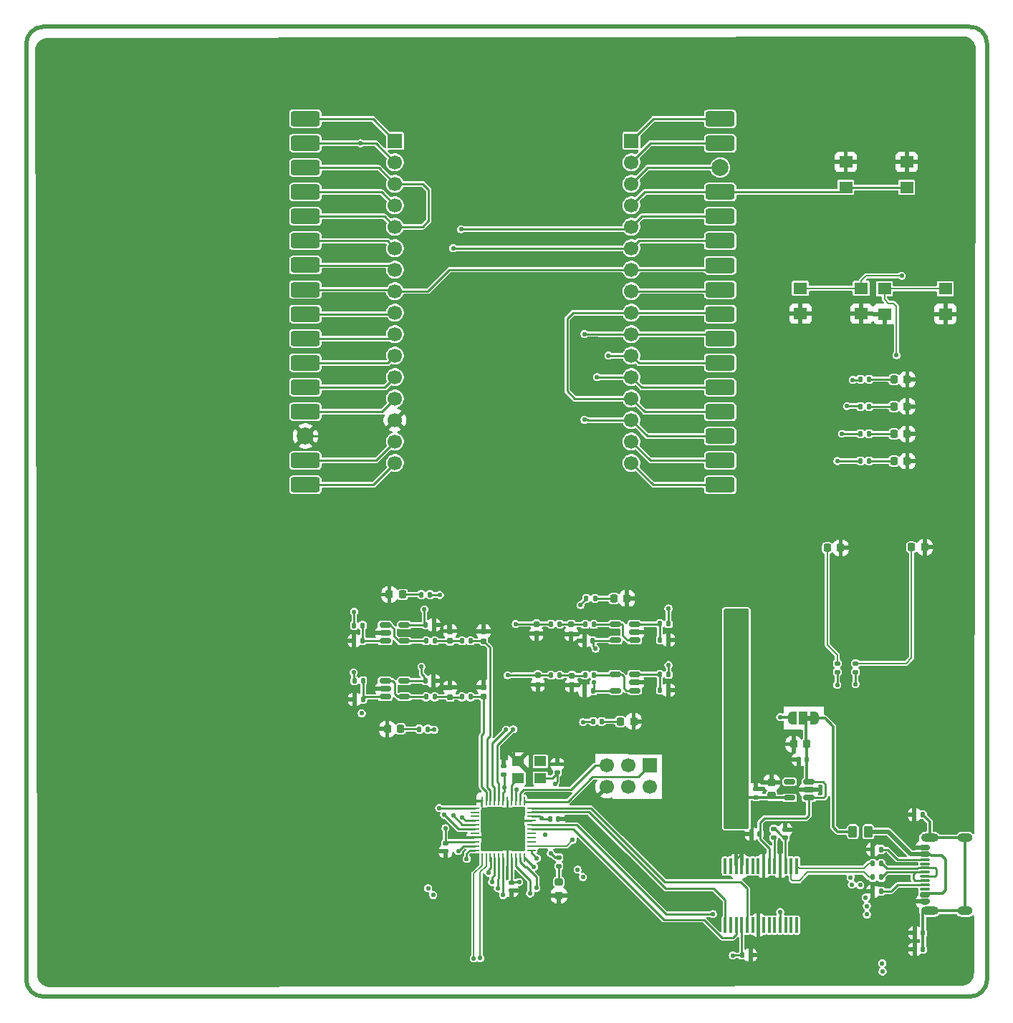
<source format=gbr>
%TF.GenerationSoftware,KiCad,Pcbnew,9.0.7*%
%TF.CreationDate,2026-01-21T16:50:36+00:00*%
%TF.ProjectId,OE PyBoard tester,4f452050-7942-46f6-9172-642074657374,rev?*%
%TF.SameCoordinates,PX4feafc0PY9062e40*%
%TF.FileFunction,Copper,L1,Top*%
%TF.FilePolarity,Positive*%
%FSLAX46Y46*%
G04 Gerber Fmt 4.6, Leading zero omitted, Abs format (unit mm)*
G04 Created by KiCad (PCBNEW 9.0.7) date 2026-01-21 16:50:36*
%MOMM*%
%LPD*%
G01*
G04 APERTURE LIST*
G04 Aperture macros list*
%AMRoundRect*
0 Rectangle with rounded corners*
0 $1 Rounding radius*
0 $2 $3 $4 $5 $6 $7 $8 $9 X,Y pos of 4 corners*
0 Add a 4 corners polygon primitive as box body*
4,1,4,$2,$3,$4,$5,$6,$7,$8,$9,$2,$3,0*
0 Add four circle primitives for the rounded corners*
1,1,$1+$1,$2,$3*
1,1,$1+$1,$4,$5*
1,1,$1+$1,$6,$7*
1,1,$1+$1,$8,$9*
0 Add four rect primitives between the rounded corners*
20,1,$1+$1,$2,$3,$4,$5,0*
20,1,$1+$1,$4,$5,$6,$7,0*
20,1,$1+$1,$6,$7,$8,$9,0*
20,1,$1+$1,$8,$9,$2,$3,0*%
%AMFreePoly0*
4,1,23,0.550000,-0.750000,0.000000,-0.750000,0.000000,-0.745722,-0.065263,-0.745722,-0.191342,-0.711940,-0.304381,-0.646677,-0.396677,-0.554381,-0.461940,-0.441342,-0.495722,-0.315263,-0.495722,-0.250000,-0.500000,-0.250000,-0.500000,0.250000,-0.495722,0.250000,-0.495722,0.315263,-0.461940,0.441342,-0.396677,0.554381,-0.304381,0.646677,-0.191342,0.711940,-0.065263,0.745722,0.000000,0.745722,
0.000000,0.750000,0.550000,0.750000,0.550000,-0.750000,0.550000,-0.750000,$1*%
%AMFreePoly1*
4,1,23,0.000000,0.745722,0.065263,0.745722,0.191342,0.711940,0.304381,0.646677,0.396677,0.554381,0.461940,0.441342,0.495722,0.315263,0.495722,0.250000,0.500000,0.250000,0.500000,-0.250000,0.495722,-0.250000,0.495722,-0.315263,0.461940,-0.441342,0.396677,-0.554381,0.304381,-0.646677,0.191342,-0.711940,0.065263,-0.745722,0.000000,-0.745722,0.000000,-0.750000,-0.550000,-0.750000,
-0.550000,0.750000,0.000000,0.750000,0.000000,0.745722,0.000000,0.745722,$1*%
G04 Aperture macros list end*
%TA.AperFunction,EtchedComponent*%
%ADD10C,0.000000*%
%TD*%
%TA.AperFunction,SMDPad,CuDef*%
%ADD11RoundRect,0.218750X0.218750X0.256250X-0.218750X0.256250X-0.218750X-0.256250X0.218750X-0.256250X0*%
%TD*%
%TA.AperFunction,SMDPad,CuDef*%
%ADD12R,1.600000X1.400000*%
%TD*%
%TA.AperFunction,SMDPad,CuDef*%
%ADD13RoundRect,0.135000X-0.185000X0.135000X-0.185000X-0.135000X0.185000X-0.135000X0.185000X0.135000X0*%
%TD*%
%TA.AperFunction,SMDPad,CuDef*%
%ADD14RoundRect,0.250000X-1.450000X-0.650000X1.450000X-0.650000X1.450000X0.650000X-1.450000X0.650000X0*%
%TD*%
%TA.AperFunction,SMDPad,CuDef*%
%ADD15RoundRect,0.140000X0.140000X0.170000X-0.140000X0.170000X-0.140000X-0.170000X0.140000X-0.170000X0*%
%TD*%
%TA.AperFunction,SMDPad,CuDef*%
%ADD16RoundRect,0.135000X-0.135000X-0.185000X0.135000X-0.185000X0.135000X0.185000X-0.135000X0.185000X0*%
%TD*%
%TA.AperFunction,ComponentPad*%
%ADD17R,1.700000X1.700000*%
%TD*%
%TA.AperFunction,ComponentPad*%
%ADD18C,1.700000*%
%TD*%
%TA.AperFunction,SMDPad,CuDef*%
%ADD19FreePoly0,180.000000*%
%TD*%
%TA.AperFunction,SMDPad,CuDef*%
%ADD20R,1.000000X1.500000*%
%TD*%
%TA.AperFunction,SMDPad,CuDef*%
%ADD21FreePoly1,180.000000*%
%TD*%
%TA.AperFunction,SMDPad,CuDef*%
%ADD22RoundRect,0.100000X0.100000X-0.850000X0.100000X0.850000X-0.100000X0.850000X-0.100000X-0.850000X0*%
%TD*%
%TA.AperFunction,SMDPad,CuDef*%
%ADD23RoundRect,0.135000X0.135000X0.185000X-0.135000X0.185000X-0.135000X-0.185000X0.135000X-0.185000X0*%
%TD*%
%TA.AperFunction,SMDPad,CuDef*%
%ADD24RoundRect,0.250000X0.262500X0.450000X-0.262500X0.450000X-0.262500X-0.450000X0.262500X-0.450000X0*%
%TD*%
%TA.AperFunction,SMDPad,CuDef*%
%ADD25RoundRect,0.155000X0.155000X-0.212500X0.155000X0.212500X-0.155000X0.212500X-0.155000X-0.212500X0*%
%TD*%
%TA.AperFunction,SMDPad,CuDef*%
%ADD26RoundRect,0.155000X-0.155000X0.212500X-0.155000X-0.212500X0.155000X-0.212500X0.155000X0.212500X0*%
%TD*%
%TA.AperFunction,SMDPad,CuDef*%
%ADD27RoundRect,0.150000X0.512500X0.150000X-0.512500X0.150000X-0.512500X-0.150000X0.512500X-0.150000X0*%
%TD*%
%TA.AperFunction,ComponentPad*%
%ADD28C,2.000000*%
%TD*%
%TA.AperFunction,SMDPad,CuDef*%
%ADD29RoundRect,0.140000X-0.140000X-0.170000X0.140000X-0.170000X0.140000X0.170000X-0.140000X0.170000X0*%
%TD*%
%TA.AperFunction,SMDPad,CuDef*%
%ADD30RoundRect,0.218750X0.256250X-0.218750X0.256250X0.218750X-0.256250X0.218750X-0.256250X-0.218750X0*%
%TD*%
%TA.AperFunction,SMDPad,CuDef*%
%ADD31RoundRect,0.150000X-0.512500X-0.150000X0.512500X-0.150000X0.512500X0.150000X-0.512500X0.150000X0*%
%TD*%
%TA.AperFunction,SMDPad,CuDef*%
%ADD32RoundRect,0.140000X0.170000X-0.140000X0.170000X0.140000X-0.170000X0.140000X-0.170000X-0.140000X0*%
%TD*%
%TA.AperFunction,SMDPad,CuDef*%
%ADD33R,1.400000X1.200000*%
%TD*%
%TA.AperFunction,SMDPad,CuDef*%
%ADD34RoundRect,0.140000X-0.170000X0.140000X-0.170000X-0.140000X0.170000X-0.140000X0.170000X0.140000X0*%
%TD*%
%TA.AperFunction,SMDPad,CuDef*%
%ADD35RoundRect,0.135000X0.185000X-0.135000X0.185000X0.135000X-0.185000X0.135000X-0.185000X-0.135000X0*%
%TD*%
%TA.AperFunction,SMDPad,CuDef*%
%ADD36RoundRect,0.218750X-0.218750X-0.256250X0.218750X-0.256250X0.218750X0.256250X-0.218750X0.256250X0*%
%TD*%
%TA.AperFunction,SMDPad,CuDef*%
%ADD37RoundRect,0.062500X-0.475000X-0.062500X0.475000X-0.062500X0.475000X0.062500X-0.475000X0.062500X0*%
%TD*%
%TA.AperFunction,SMDPad,CuDef*%
%ADD38RoundRect,0.062500X-0.062500X-0.475000X0.062500X-0.475000X0.062500X0.475000X-0.062500X0.475000X0*%
%TD*%
%TA.AperFunction,HeatsinkPad*%
%ADD39R,5.200000X5.200000*%
%TD*%
%TA.AperFunction,SMDPad,CuDef*%
%ADD40RoundRect,0.225000X0.250000X-0.225000X0.250000X0.225000X-0.250000X0.225000X-0.250000X-0.225000X0*%
%TD*%
%TA.AperFunction,SMDPad,CuDef*%
%ADD41RoundRect,0.150000X0.425000X-0.150000X0.425000X0.150000X-0.425000X0.150000X-0.425000X-0.150000X0*%
%TD*%
%TA.AperFunction,SMDPad,CuDef*%
%ADD42RoundRect,0.075000X0.500000X-0.075000X0.500000X0.075000X-0.500000X0.075000X-0.500000X-0.075000X0*%
%TD*%
%TA.AperFunction,HeatsinkPad*%
%ADD43O,2.100000X1.000000*%
%TD*%
%TA.AperFunction,HeatsinkPad*%
%ADD44O,1.800000X1.000000*%
%TD*%
%TA.AperFunction,SMDPad,CuDef*%
%ADD45RoundRect,0.225000X0.225000X0.250000X-0.225000X0.250000X-0.225000X-0.250000X0.225000X-0.250000X0*%
%TD*%
%TA.AperFunction,ViaPad*%
%ADD46C,0.550000*%
%TD*%
%TA.AperFunction,Conductor*%
%ADD47C,0.210000*%
%TD*%
%TA.AperFunction,Conductor*%
%ADD48C,0.220000*%
%TD*%
%TA.AperFunction,Conductor*%
%ADD49C,0.260000*%
%TD*%
%TA.AperFunction,Conductor*%
%ADD50C,0.300000*%
%TD*%
%TA.AperFunction,Conductor*%
%ADD51C,0.230000*%
%TD*%
%TA.AperFunction,Conductor*%
%ADD52C,0.500000*%
%TD*%
%TA.AperFunction,Profile*%
%ADD53C,0.500000*%
%TD*%
G04 APERTURE END LIST*
D10*
%TA.AperFunction,EtchedComponent*%
%TO.C,J3*%
G36*
X92750000Y32599400D02*
G01*
X92250000Y32599400D01*
X92250000Y33199400D01*
X92750000Y33199400D01*
X92750000Y32599400D01*
G37*
%TD.AperFunction*%
%TD*%
D11*
%TO.P,D11,2,A*%
%TO.N,Net-(D11-A)*%
X104612500Y53137500D03*
%TO.P,D11,1,K*%
%TO.N,GND*%
X106187500Y53137500D03*
%TD*%
%TO.P,D10,2,A*%
%TO.N,Net-(D10-A)*%
X94678100Y53062500D03*
%TO.P,D10,1,K*%
%TO.N,GND*%
X96253100Y53062500D03*
%TD*%
D12*
%TO.P,OK1,2,2*%
%TO.N,GND*%
X98690600Y80750000D03*
X91490600Y80750000D03*
%TO.P,OK1,1,1*%
%TO.N,Net-(U1-PC2{slash}OC0C{slash}RXD0)*%
X98690600Y83750000D03*
X91490600Y83750000D03*
%TD*%
%TO.P,NOK1,1,1*%
%TO.N,Net-(U1-PC3{slash}OC0D{slash}TXD0)*%
X101425000Y83725000D03*
X108625000Y83725000D03*
%TO.P,NOK1,2,2*%
%TO.N,GND*%
X101425000Y80725000D03*
X108625000Y80725000D03*
%TD*%
D13*
%TO.P,R17,1*%
%TO.N,Net-(D11-A)*%
X98000000Y39410000D03*
%TO.P,R17,2*%
%TO.N,/NOK_LED*%
X98000000Y38390000D03*
%TD*%
%TO.P,R16,1*%
%TO.N,Net-(D10-A)*%
X95850000Y39410000D03*
%TO.P,R16,2*%
%TO.N,/OK_LED*%
X95850000Y38390000D03*
%TD*%
D14*
%TO.P,TP1,1,1*%
%TO.N,/module on test/PC4-X11*%
X32990681Y103816811D03*
%TD*%
D15*
%TO.P,C11,1*%
%TO.N,Vin*%
X92230000Y28047500D03*
%TO.P,C11,2*%
%TO.N,GND*%
X91270000Y28047500D03*
%TD*%
D14*
%TO.P,TP11,1,1*%
%TO.N,/module on test/PB13-Y6*%
X32990681Y89383478D03*
%TD*%
D12*
%TO.P,SW1,1,1*%
%TO.N,/~{RST}#1 actuador*%
X104050000Y95700000D03*
X96850000Y95700000D03*
%TO.P,SW1,2,2*%
%TO.N,GND*%
X104050000Y98700000D03*
X96850000Y98700000D03*
%TD*%
D16*
%TO.P,R32,1*%
%TO.N,Net-(C20-Pad1)*%
X51490000Y35443200D03*
%TO.P,R32,2*%
%TO.N,/+3V3#2_chck*%
X52510000Y35443200D03*
%TD*%
D11*
%TO.P,D8,1,K*%
%TO.N,GND*%
X104125000Y66538800D03*
%TO.P,D8,2,A*%
%TO.N,Net-(D8-A)*%
X102550000Y66538800D03*
%TD*%
D17*
%TO.P,J5,1,Pin_1*%
%TO.N,V+#1*%
X71514000Y101205200D03*
D18*
%TO.P,J5,2,Pin_2*%
%TO.N,+3V3#1*%
X71514000Y98665200D03*
%TO.P,J5,3,Pin_3*%
%TO.N,GND#1*%
X71514000Y96125200D03*
%TO.P,J5,4,Pin_4*%
%TO.N,/~{RST}#1 actuador*%
X71514000Y93585200D03*
%TO.P,J5,5,Pin_5*%
%TO.N,/module on test/PB1-Y12*%
X71514000Y91045200D03*
%TO.P,J5,6,Pin_6*%
%TO.N,/module on test/PB0-Y11*%
X71514000Y88505200D03*
%TO.P,J5,7,Pin_7*%
%TO.N,/module on test/PB11-Y10*%
X71514000Y85965200D03*
%TO.P,J5,8,Pin_8*%
%TO.N,/module on test/PB10-Y9*%
X71514000Y83425200D03*
%TO.P,J5,9,Pin_9*%
%TO.N,/module on test/PA3-X4*%
X71514000Y80885200D03*
%TO.P,J5,10,Pin_10*%
%TO.N,/module on test/PA2-X3*%
X71514000Y78345200D03*
%TO.P,J5,11,Pin_11*%
%TO.N,/module on test/PA1-X2*%
X71514000Y75805200D03*
%TO.P,J5,12,Pin_12*%
%TO.N,/module on test/PA0-X1*%
X71514000Y73265200D03*
%TO.P,J5,13,Pin_13*%
%TO.N,/module on test/PA3-X4*%
X71514000Y70725200D03*
%TO.P,J5,14,Pin_14*%
%TO.N,/module on test/PA2-X3*%
X71514000Y68185200D03*
%TO.P,J5,15,Pin_15*%
%TO.N,/module on test/PA1-X2*%
X71514000Y65645200D03*
%TO.P,J5,16,Pin_16*%
%TO.N,/module on test/PA0-X1*%
X71514000Y63105200D03*
%TD*%
D16*
%TO.P,R3,1*%
%TO.N,/USBD-*%
X100040000Y14100000D03*
%TO.P,R3,2*%
%TO.N,/D-*%
X101060000Y14100000D03*
%TD*%
D19*
%TO.P,J3,1,Pin_1*%
%TO.N,USB+5V*%
X93150000Y32899400D03*
D20*
%TO.P,J3,2,Pin_2*%
%TO.N,Vin*%
X91850000Y32899400D03*
D21*
%TO.P,J3,3,Pin_3*%
%TO.N,V+#2*%
X90550000Y32899400D03*
%TD*%
D22*
%TO.P,U2,1,TXD*%
%TO.N,/FTDI_TXD*%
X82600000Y8450000D03*
%TO.P,U2,2,DTR*%
%TO.N,unconnected-(U2-DTR-Pad2)*%
X83250000Y8450000D03*
%TO.P,U2,3,RTS*%
%TO.N,/FTDI_RTS*%
X83900000Y8450000D03*
%TO.P,U2,4,VCCIO*%
%TO.N,+3V3*%
X84550000Y8450000D03*
%TO.P,U2,5,RXD*%
%TO.N,/FTDI_RXD*%
X85200000Y8450000D03*
%TO.P,U2,6,RI*%
%TO.N,unconnected-(U2-RI-Pad6)*%
X85850000Y8450000D03*
%TO.P,U2,7,GND*%
%TO.N,GND*%
X86500000Y8450000D03*
%TO.P,U2,8,N.C.*%
%TO.N,unconnected-(U2-N.C.-Pad8)*%
X87150000Y8450000D03*
%TO.P,U2,9,DCR*%
%TO.N,unconnected-(U2-DCR-Pad9)*%
X87800000Y8450000D03*
%TO.P,U2,10,DCD*%
%TO.N,unconnected-(U2-DCD-Pad10)*%
X88450000Y8450000D03*
%TO.P,U2,11,CTS*%
%TO.N,/FTDI_CTS*%
X89100000Y8450000D03*
%TO.P,U2,12,CBUS4*%
%TO.N,unconnected-(U2-CBUS4-Pad12)*%
X89750000Y8450000D03*
%TO.P,U2,13,CBUS2*%
%TO.N,unconnected-(U2-CBUS2-Pad13)*%
X90400000Y8450000D03*
%TO.P,U2,14,CBUS3*%
%TO.N,unconnected-(U2-CBUS3-Pad14)*%
X91050000Y8450000D03*
%TO.P,U2,15,USBD+*%
%TO.N,/USBD+*%
X91050000Y15450000D03*
%TO.P,U2,16,USBD-*%
%TO.N,/USBD-*%
X90400000Y15450000D03*
%TO.P,U2,17,3V3OUT*%
%TO.N,Net-(U2-3V3OUT)*%
X89750000Y15450000D03*
%TO.P,U2,18,GND*%
%TO.N,GND*%
X89100000Y15450000D03*
%TO.P,U2,19,~{RESET}*%
%TO.N,Net-(U2-~{RESET})*%
X88450000Y15450000D03*
%TO.P,U2,20,VCC*%
%TO.N,Vin*%
X87800000Y15450000D03*
%TO.P,U2,21,GND*%
%TO.N,GND*%
X87150000Y15450000D03*
%TO.P,U2,22,CBUS1*%
%TO.N,unconnected-(U2-CBUS1-Pad22)*%
X86500000Y15450000D03*
%TO.P,U2,23,CBUS0*%
%TO.N,unconnected-(U2-CBUS0-Pad23)*%
X85850000Y15450000D03*
%TO.P,U2,24,N.C.*%
%TO.N,unconnected-(U2-N.C.-Pad24)*%
X85200000Y15450000D03*
%TO.P,U2,25,AGND*%
%TO.N,GND*%
X84550000Y15450000D03*
%TO.P,U2,26,TEST*%
X83900000Y15450000D03*
%TO.P,U2,27,OSCI*%
%TO.N,unconnected-(U2-OSCI-Pad27)*%
X83250000Y15450000D03*
%TO.P,U2,28,OSCO*%
%TO.N,unconnected-(U2-OSCO-Pad28)*%
X82600000Y15450000D03*
%TD*%
D23*
%TO.P,R2,1*%
%TO.N,/CC2*%
X101060000Y17400000D03*
%TO.P,R2,2*%
%TO.N,GND*%
X100040000Y17400000D03*
%TD*%
D24*
%TO.P,L1,1*%
%TO.N,/VBUS*%
X99512500Y19500000D03*
%TO.P,L1,2*%
%TO.N,USB+5V*%
X97687500Y19500000D03*
%TD*%
D16*
%TO.P,R25,1*%
%TO.N,Net-(U5--)*%
X47240000Y42056300D03*
%TO.P,R25,2*%
%TO.N,Net-(C16-Pad1)*%
X48260000Y42056300D03*
%TD*%
%TO.P,R11,1*%
%TO.N,Net-(D5-A)*%
X46461200Y31622000D03*
%TO.P,R11,2*%
%TO.N,/+3V3#2_ok*%
X47481200Y31622000D03*
%TD*%
D15*
%TO.P,C7,1*%
%TO.N,Vin*%
X86672500Y19250000D03*
%TO.P,C7,2*%
%TO.N,GND*%
X85712500Y19250000D03*
%TD*%
D16*
%TO.P,R28,1*%
%TO.N,GND*%
X38740000Y42093200D03*
%TO.P,R28,2*%
%TO.N,Net-(U5-+)*%
X39760000Y42093200D03*
%TD*%
D25*
%TO.P,C15,1*%
%TO.N,/V+#2_chck*%
X54050000Y42038800D03*
%TO.P,C15,2*%
%TO.N,GND*%
X54050000Y43173800D03*
%TD*%
D15*
%TO.P,C26,1*%
%TO.N,+3V3*%
X66930000Y42100000D03*
%TO.P,C26,2*%
%TO.N,GND*%
X65970000Y42100000D03*
%TD*%
D26*
%TO.P,C17,1*%
%TO.N,Net-(C17-Pad1)*%
X64400000Y44006300D03*
%TO.P,C17,2*%
%TO.N,GND*%
X64400000Y42871300D03*
%TD*%
D16*
%TO.P,R10,1*%
%TO.N,Net-(D4-A)*%
X46711200Y47532400D03*
%TO.P,R10,2*%
%TO.N,/V+#2_ok*%
X47731200Y47532400D03*
%TD*%
%TO.P,R36,1*%
%TO.N,GND*%
X38790000Y35143200D03*
%TO.P,R36,2*%
%TO.N,Net-(U7-+)*%
X39810000Y35143200D03*
%TD*%
D23*
%TO.P,R34,1*%
%TO.N,Net-(U8--)*%
X67060000Y38038800D03*
%TO.P,R34,2*%
%TO.N,Net-(C21-Pad1)*%
X66040000Y38038800D03*
%TD*%
%TO.P,R1,1*%
%TO.N,/CC1*%
X101060000Y12450000D03*
%TO.P,R1,2*%
%TO.N,GND*%
X100040000Y12450000D03*
%TD*%
%TO.P,R13,1*%
%TO.N,Net-(D7-A)*%
X99610000Y69783600D03*
%TO.P,R13,2*%
%TO.N,/RST#2_LED*%
X98590000Y69783600D03*
%TD*%
D27*
%TO.P,U8,1*%
%TO.N,Net-(U8--)*%
X71887500Y36188800D03*
%TO.P,U8,2,V-*%
%TO.N,GND*%
X71887500Y37138800D03*
%TO.P,U8,3,+*%
%TO.N,Net-(U8-+)*%
X71887500Y38088800D03*
%TO.P,U8,4,-*%
%TO.N,Net-(U8--)*%
X69612500Y38088800D03*
%TO.P,U8,5,V+*%
%TO.N,+3V3*%
X69612500Y36188800D03*
%TD*%
D11*
%TO.P,D3,1,K*%
%TO.N,GND*%
X71787500Y32538800D03*
%TO.P,D3,2,A*%
%TO.N,Net-(D3-A)*%
X70212500Y32538800D03*
%TD*%
D14*
%TO.P,TP22,1,1*%
%TO.N,/module on test/PA1-X2*%
X82014000Y74938533D03*
%TD*%
D16*
%TO.P,R24,1*%
%TO.N,Net-(C16-Pad1)*%
X51490000Y42056300D03*
%TO.P,R24,2*%
%TO.N,/V+#2_chck*%
X52510000Y42056300D03*
%TD*%
D28*
%TO.P,TP27,1,1*%
%TO.N,GND*%
X32990681Y66290144D03*
%TD*%
D23*
%TO.P,R37,1*%
%TO.N,GND*%
X75910000Y36238800D03*
%TO.P,R37,2*%
%TO.N,Net-(U8-+)*%
X74890000Y36238800D03*
%TD*%
D14*
%TO.P,TP24,1,1*%
%TO.N,/module on test/PA0-X1*%
X82014000Y72051867D03*
%TD*%
D29*
%TO.P,C23,1*%
%TO.N,+3V3*%
X47170000Y37343200D03*
%TO.P,C23,2*%
%TO.N,GND*%
X48130000Y37343200D03*
%TD*%
D23*
%TO.P,R14,1*%
%TO.N,Net-(D8-A)*%
X99610000Y66561200D03*
%TO.P,R14,2*%
%TO.N,/SUPPLY_LED*%
X98590000Y66561200D03*
%TD*%
D16*
%TO.P,R33,1*%
%TO.N,Net-(U7--)*%
X47240000Y35443200D03*
%TO.P,R33,2*%
%TO.N,Net-(C20-Pad1)*%
X48260000Y35443200D03*
%TD*%
D29*
%TO.P,C8,2*%
%TO.N,GND*%
X85597500Y4882500D03*
%TO.P,C8,1*%
%TO.N,+3V3*%
X84637500Y4882500D03*
%TD*%
D30*
%TO.P,D1,1,K*%
%TO.N,GND*%
X62950000Y11962500D03*
%TO.P,D1,2,A*%
%TO.N,Net-(D1-A)*%
X62950000Y13537500D03*
%TD*%
D29*
%TO.P,C24,1*%
%TO.N,+3V3*%
X47220000Y43956300D03*
%TO.P,C24,2*%
%TO.N,GND*%
X48180000Y43956300D03*
%TD*%
D14*
%TO.P,TP3,1,1*%
%TO.N,/module on test/PC5-X12*%
X32990681Y100930144D03*
%TD*%
D25*
%TO.P,C19,1*%
%TO.N,/+3V3#2_chck*%
X54050000Y35475700D03*
%TO.P,C19,2*%
%TO.N,GND*%
X54050000Y36610700D03*
%TD*%
D23*
%TO.P,R35,1*%
%TO.N,Net-(C21-Pad1)*%
X63060000Y37988800D03*
%TO.P,R35,2*%
%TO.N,/+3V3#1_chck*%
X62040000Y37988800D03*
%TD*%
D15*
%TO.P,C25,1*%
%TO.N,+3V3*%
X66980000Y36138800D03*
%TO.P,C25,2*%
%TO.N,GND*%
X66020000Y36138800D03*
%TD*%
D16*
%TO.P,R23,1*%
%TO.N,Net-(U6-+)*%
X74880000Y44088800D03*
%TO.P,R23,2*%
%TO.N,V+#1*%
X75900000Y44088800D03*
%TD*%
D31*
%TO.P,U5,1*%
%TO.N,Net-(U5--)*%
X42412500Y43943200D03*
%TO.P,U5,2,V-*%
%TO.N,GND*%
X42412500Y42993200D03*
%TO.P,U5,3,+*%
%TO.N,Net-(U5-+)*%
X42412500Y42043200D03*
%TO.P,U5,4,-*%
%TO.N,Net-(U5--)*%
X44687500Y42043200D03*
%TO.P,U5,5,V+*%
%TO.N,+3V3*%
X44687500Y43943200D03*
%TD*%
D14*
%TO.P,TP32,1,1*%
%TO.N,/module on test/PA0-X1*%
X82014000Y60505200D03*
%TD*%
D25*
%TO.P,C20,1*%
%TO.N,Net-(C20-Pad1)*%
X50100000Y35425700D03*
%TO.P,C20,2*%
%TO.N,GND*%
X50100000Y36560700D03*
%TD*%
D32*
%TO.P,C14,1*%
%TO.N,+3V3*%
X86250000Y23570000D03*
%TO.P,C14,2*%
%TO.N,GND*%
X86250000Y24530000D03*
%TD*%
D23*
%TO.P,R27,1*%
%TO.N,Net-(C17-Pad1)*%
X63060000Y44050000D03*
%TO.P,R27,2*%
%TO.N,/V+#1_chck*%
X62040000Y44050000D03*
%TD*%
%TO.P,R12,1*%
%TO.N,Net-(D6-A)*%
X99618700Y73006000D03*
%TO.P,R12,2*%
%TO.N,/RST#1_LED*%
X98598700Y73006000D03*
%TD*%
D14*
%TO.P,TP14,1,1*%
%TO.N,/module on test/PB11-Y10*%
X82014000Y86485200D03*
%TD*%
D31*
%TO.P,U7,1*%
%TO.N,Net-(U7--)*%
X42412500Y37343200D03*
%TO.P,U7,2,V-*%
%TO.N,GND*%
X42412500Y36393200D03*
%TO.P,U7,3,+*%
%TO.N,Net-(U7-+)*%
X42412500Y35443200D03*
%TO.P,U7,4,-*%
%TO.N,Net-(U7--)*%
X44687500Y35443200D03*
%TO.P,U7,5,V+*%
%TO.N,+3V3*%
X44687500Y37343200D03*
%TD*%
D33*
%TO.P,X1,1,~{Stby}*%
%TO.N,unconnected-(X1-~{Stby}-Pad1)*%
X60754000Y27815404D03*
%TO.P,X1,2,GND*%
%TO.N,GND*%
X58154000Y27815404D03*
%TO.P,X1,3,OUT*%
%TO.N,/OSC*%
X58154000Y25815394D03*
%TO.P,X1,4,VDD*%
%TO.N,+3V3*%
X60754000Y25815394D03*
%TD*%
D23*
%TO.P,R26,1*%
%TO.N,Net-(U6--)*%
X67060000Y44000000D03*
%TO.P,R26,2*%
%TO.N,Net-(C17-Pad1)*%
X66040000Y44000000D03*
%TD*%
D14*
%TO.P,TP25,1,1*%
%TO.N,/~{RST}#2 feedback*%
X32990681Y69176811D03*
%TD*%
D29*
%TO.P,C6,1*%
%TO.N,GND*%
X105020000Y5600000D03*
%TO.P,C6,2*%
%TO.N,Net-(J1-SHIELD)*%
X105980000Y5600000D03*
%TD*%
D14*
%TO.P,TP17,1,1*%
%TO.N,/module on test/PB0-Y11*%
X32990681Y80723478D03*
%TD*%
D27*
%TO.P,U3,1,IN*%
%TO.N,Vin*%
X92487500Y23500000D03*
%TO.P,U3,2,GND*%
%TO.N,GND*%
X92487500Y24450000D03*
%TO.P,U3,3,EN*%
%TO.N,Vin*%
X92487500Y25400000D03*
%TO.P,U3,4,NC*%
%TO.N,unconnected-(U3-NC-Pad4)*%
X90212500Y25400000D03*
%TO.P,U3,5,OUT*%
%TO.N,+3V3*%
X90212500Y23500000D03*
%TD*%
D14*
%TO.P,TP10,1,1*%
%TO.N,/module on test/PB1-Y12*%
X82014000Y92258533D03*
%TD*%
%TO.P,TP9,1,1*%
%TO.N,/module on test/PB12-Y5*%
X32990681Y92270144D03*
%TD*%
D13*
%TO.P,R6,1*%
%TO.N,Net-(U2-3V3OUT)*%
X88350000Y19810000D03*
%TO.P,R6,2*%
%TO.N,Net-(U2-~{RESET})*%
X88350000Y18790000D03*
%TD*%
D34*
%TO.P,C2,1*%
%TO.N,+3V3*%
X57354000Y13480000D03*
%TO.P,C2,2*%
%TO.N,GND*%
X57354000Y12520000D03*
%TD*%
D29*
%TO.P,C3,1*%
%TO.N,+3V3*%
X61920000Y21000000D03*
%TO.P,C3,2*%
%TO.N,GND*%
X62880000Y21000000D03*
%TD*%
D35*
%TO.P,R7,1*%
%TO.N,Net-(D1-A)*%
X62950000Y15440000D03*
%TO.P,R7,2*%
%TO.N,/STATE_LED*%
X62950000Y16460000D03*
%TD*%
D36*
%TO.P,D4,1,K*%
%TO.N,GND*%
X42912500Y47543200D03*
%TO.P,D4,2,A*%
%TO.N,Net-(D4-A)*%
X44487500Y47543200D03*
%TD*%
D14*
%TO.P,TP21,1,1*%
%TO.N,/module on test/PC4-X11*%
X32990681Y74950144D03*
%TD*%
D23*
%TO.P,R15,1*%
%TO.N,Net-(D9-A)*%
X99618700Y63338800D03*
%TO.P,R15,2*%
%TO.N,/IOs_LED*%
X98598700Y63338800D03*
%TD*%
D14*
%TO.P,TP20,1,1*%
%TO.N,/module on test/PA2-X3*%
X82014000Y77825200D03*
%TD*%
%TO.P,TP26,1,1*%
%TO.N,/module on test/PA3-X4*%
X82014000Y69165200D03*
%TD*%
D37*
%TO.P,U1,1,PA5/ADC5*%
%TO.N,/~{RST}#2 feedback*%
X53012500Y22300000D03*
%TO.P,U1,2,PA6/ADC6*%
%TO.N,unconnected-(U1-PA6{slash}ADC6-Pad2)*%
X53012500Y21800000D03*
%TO.P,U1,3,PA7/ADC7/AC0-OUT*%
%TO.N,unconnected-(U1-PA7{slash}ADC7{slash}AC0-OUT-Pad3)*%
X53012500Y21300000D03*
%TO.P,U1,4,PB0/ADC8/AREF*%
%TO.N,/module on test/PB13-Y6*%
X53012500Y20800000D03*
%TO.P,U1,5,PB1/ADC9*%
%TO.N,/module on test/PB10-Y9*%
X53012500Y20300000D03*
%TO.P,U1,6,PB2/ADC10/DAC0*%
%TO.N,/module on test/PB11-Y10*%
X53012500Y19800000D03*
%TO.P,U1,7,PB3/ADC11/DAC1*%
%TO.N,unconnected-(U1-PB3{slash}ADC11{slash}DAC1-Pad7)*%
X53012500Y19300000D03*
%TO.P,U1,8,GND*%
%TO.N,GND*%
X53012500Y18800000D03*
%TO.P,U1,9,VCC*%
%TO.N,+3V3*%
X53012500Y18300000D03*
%TO.P,U1,10,PC0/OC0A/SDA*%
%TO.N,/OK_LED*%
X53012500Y17800000D03*
%TO.P,U1,11,PC1/OC0B/XCK0/SCL*%
%TO.N,/NOK_LED*%
X53012500Y17300000D03*
D38*
%TO.P,U1,12,PC2/OC0C/RXD0*%
%TO.N,Net-(U1-PC2{slash}OC0C{slash}RXD0)*%
X53850000Y16462500D03*
%TO.P,U1,13,PC3/OC0D/TXD0*%
%TO.N,Net-(U1-PC3{slash}OC0D{slash}TXD0)*%
X54350000Y16462500D03*
%TO.P,U1,14,PC4/OC1A/~{SS}*%
%TO.N,/V+#1_ok*%
X54850000Y16462500D03*
%TO.P,U1,15,PC5/OC1B/MOSI/XCK1*%
%TO.N,/+3V3#1_ok*%
X55350000Y16462500D03*
%TO.P,U1,16,PC6/MISO/RXD1*%
%TO.N,/V+#2_ok*%
X55850000Y16462500D03*
%TO.P,U1,17,PC7/SCK/TXD1/CLCKO/EVO*%
%TO.N,/+3V3#2_ok*%
X56350000Y16462500D03*
%TO.P,U1,18,GND*%
%TO.N,GND*%
X56850000Y16462500D03*
%TO.P,U1,19,VCC*%
%TO.N,+3V3*%
X57350000Y16462500D03*
%TO.P,U1,20,PD0/OC0A*%
%TO.N,/RST#1_LED*%
X57850000Y16462500D03*
%TO.P,U1,21,PD1/OC0B/XCK0*%
%TO.N,/RST#2_LED*%
X58350000Y16462500D03*
%TO.P,U1,22,PD2/OC0C/RXD0*%
%TO.N,/SUPPLY_LED*%
X58850000Y16462500D03*
D37*
%TO.P,U1,23,PD3/OC0D/TXD0*%
%TO.N,/IOs_LED*%
X59687500Y17300000D03*
%TO.P,U1,24,PD4/OC1A/~{SS}*%
%TO.N,/~{RST}#1 actuador*%
X59687500Y17800000D03*
%TO.P,U1,25,PD5/OC1B/XCK1/MOSI*%
%TO.N,unconnected-(U1-PD5{slash}OC1B{slash}XCK1{slash}MOSI-Pad25)*%
X59687500Y18300000D03*
%TO.P,U1,26,PD6/RXD1/MISO/D-*%
%TO.N,unconnected-(U1-PD6{slash}RXD1{slash}MISO{slash}D--Pad26)*%
X59687500Y18800000D03*
%TO.P,U1,27,PD7/TXD1/SCK/CLCKO/D+*%
%TO.N,unconnected-(U1-PD7{slash}TXD1{slash}SCK{slash}CLCKO{slash}D+-Pad27)*%
X59687500Y19300000D03*
%TO.P,U1,28,PE0/OC0A/SDA*%
%TO.N,/FTDI_RTS*%
X59687500Y19800000D03*
%TO.P,U1,29,PE1/OC0B/XCK0/SCL*%
%TO.N,/FTDI_CTS*%
X59687500Y20300000D03*
%TO.P,U1,30,GND*%
%TO.N,GND*%
X59687500Y20800000D03*
%TO.P,U1,31,VCC*%
%TO.N,+3V3*%
X59687500Y21300000D03*
%TO.P,U1,32,PE2/OC0C/RXD0*%
%TO.N,/FTDI_TXD*%
X59687500Y21800000D03*
%TO.P,U1,33,PE3/OC0D/TXD0*%
%TO.N,/FTDI_RXD*%
X59687500Y22300000D03*
D38*
%TO.P,U1,34,PDI_DATA*%
%TO.N,/PDI_DATA*%
X58850000Y23137500D03*
%TO.P,U1,35,~{RESET}/PDI_CLOCK*%
%TO.N,/PDI_CLOCK*%
X58350000Y23137500D03*
%TO.P,U1,36,PR0/XTAL2*%
%TO.N,/STATE_LED*%
X57850000Y23137500D03*
%TO.P,U1,37,PR1/XTAL1*%
%TO.N,/OSC*%
X57350000Y23137500D03*
%TO.P,U1,38,GND*%
%TO.N,GND*%
X56850000Y23137500D03*
%TO.P,U1,39,AVCC*%
%TO.N,+3V3*%
X56350000Y23137500D03*
%TO.P,U1,40,PA0/ADC0/AREF*%
%TO.N,/V+#1_chck*%
X55850000Y23137500D03*
%TO.P,U1,41,PA1/ADC1*%
%TO.N,/+3V3#1_chck*%
X55350000Y23137500D03*
%TO.P,U1,42,PA2/ADC2*%
%TO.N,/V+#2_chck*%
X54850000Y23137500D03*
%TO.P,U1,43,PA3/ADC3*%
%TO.N,/+3V3#2_chck*%
X54350000Y23137500D03*
%TO.P,U1,44,PA4/ADC4*%
%TO.N,GND*%
X53850000Y23137500D03*
D39*
%TO.P,U1,45,GND*%
X56350000Y19800000D03*
%TD*%
D34*
%TO.P,C4,1*%
%TO.N,+3V3*%
X49550000Y18130000D03*
%TO.P,C4,2*%
%TO.N,GND*%
X49550000Y17170000D03*
%TD*%
D32*
%TO.P,C10,1*%
%TO.N,+3V3*%
X62750000Y26520000D03*
%TO.P,C10,2*%
%TO.N,GND*%
X62750000Y27480000D03*
%TD*%
D14*
%TO.P,TP28,1,1*%
%TO.N,/module on test/PA2-X3*%
X82014000Y66278533D03*
%TD*%
%TO.P,TP5,1,1*%
%TO.N,/module on test/PB12-Y5*%
X32990681Y98043478D03*
%TD*%
%TO.P,TP7,1,1*%
%TO.N,/module on test/PB13-Y6*%
X32990681Y95156811D03*
%TD*%
%TO.P,TP30,1,1*%
%TO.N,/module on test/PA1-X2*%
X82014000Y63391867D03*
%TD*%
%TO.P,TP15,1,1*%
%TO.N,/module on test/PB11-Y10*%
X32990681Y83610144D03*
%TD*%
D26*
%TO.P,C21,1*%
%TO.N,Net-(C21-Pad1)*%
X64500000Y37956300D03*
%TO.P,C21,2*%
%TO.N,GND*%
X64500000Y36821300D03*
%TD*%
D16*
%TO.P,R31,1*%
%TO.N,Net-(U8-+)*%
X74890000Y38088800D03*
%TO.P,R31,2*%
%TO.N,+3V3#1*%
X75910000Y38088800D03*
%TD*%
D40*
%TO.P,C13,1*%
%TO.N,+3V3*%
X88100000Y23775000D03*
%TO.P,C13,2*%
%TO.N,GND*%
X88100000Y25325000D03*
%TD*%
D17*
%TO.P,J2,1,Pin_1*%
%TO.N,/PDI_DATA*%
X73690000Y27325000D03*
D18*
%TO.P,J2,2,Pin_2*%
%TO.N,+3V3*%
X73690000Y24785000D03*
%TO.P,J2,3,Pin_3*%
%TO.N,unconnected-(J2-Pin_3-Pad3)*%
X71150000Y27325000D03*
%TO.P,J2,4,Pin_4*%
%TO.N,unconnected-(J2-Pin_4-Pad4)*%
X71150000Y24785000D03*
%TO.P,J2,5,Pin_5*%
%TO.N,/PDI_CLOCK*%
X68610000Y27325000D03*
%TO.P,J2,6,Pin_6*%
%TO.N,GND*%
X68610000Y24785000D03*
%TD*%
D26*
%TO.P,C18,1*%
%TO.N,/V+#1_chck*%
X60300000Y44056300D03*
%TO.P,C18,2*%
%TO.N,GND*%
X60300000Y42921300D03*
%TD*%
D14*
%TO.P,TP13,1,1*%
%TO.N,/module on test/PB10-Y9*%
X32990681Y86496811D03*
%TD*%
D11*
%TO.P,D6,1,K*%
%TO.N,GND*%
X104125000Y72988800D03*
%TO.P,D6,2,A*%
%TO.N,Net-(D6-A)*%
X102550000Y72988800D03*
%TD*%
D14*
%TO.P,TP12,1,1*%
%TO.N,/module on test/PB0-Y11*%
X82014000Y89371867D03*
%TD*%
D23*
%TO.P,R29,1*%
%TO.N,GND*%
X75910000Y42188800D03*
%TO.P,R29,2*%
%TO.N,Net-(U6-+)*%
X74890000Y42188800D03*
%TD*%
D15*
%TO.P,C5,1*%
%TO.N,Net-(J1-SHIELD)*%
X105980000Y7500000D03*
%TO.P,C5,2*%
%TO.N,GND*%
X105020000Y7500000D03*
%TD*%
D14*
%TO.P,TP23,1,1*%
%TO.N,/module on test/PC5-X12*%
X32990681Y72063478D03*
%TD*%
D34*
%TO.P,C9,1*%
%TO.N,GND*%
X89725000Y19730000D03*
%TO.P,C9,2*%
%TO.N,Net-(U2-3V3OUT)*%
X89725000Y18770000D03*
%TD*%
D11*
%TO.P,D7,2,A*%
%TO.N,Net-(D7-A)*%
X102550000Y69788800D03*
%TO.P,D7,1,K*%
%TO.N,GND*%
X104125000Y69788800D03*
%TD*%
D14*
%TO.P,TP18,1,1*%
%TO.N,/module on test/PA3-X4*%
X82014000Y80711867D03*
%TD*%
D23*
%TO.P,R8,1*%
%TO.N,Net-(D2-A)*%
X67213800Y47078800D03*
%TO.P,R8,2*%
%TO.N,/V+#1_ok*%
X66193800Y47078800D03*
%TD*%
D26*
%TO.P,C22,1*%
%TO.N,/+3V3#1_chck*%
X60450000Y38006300D03*
%TO.P,C22,2*%
%TO.N,GND*%
X60450000Y36871300D03*
%TD*%
D32*
%TO.P,C1,1*%
%TO.N,+3V3*%
X56400000Y26270000D03*
%TO.P,C1,2*%
%TO.N,GND*%
X56400000Y27230000D03*
%TD*%
D14*
%TO.P,TP16,1,1*%
%TO.N,/module on test/PB10-Y9*%
X82014000Y83598533D03*
%TD*%
%TO.P,TP2,1,1*%
%TO.N,V+#1*%
X82014000Y103805200D03*
%TD*%
D23*
%TO.P,R9,1*%
%TO.N,Net-(D3-A)*%
X67988800Y32539200D03*
%TO.P,R9,2*%
%TO.N,/+3V3#1_ok*%
X66968800Y32539200D03*
%TD*%
%TO.P,R30,1*%
%TO.N,Net-(U7-+)*%
X39810000Y37343200D03*
%TO.P,R30,2*%
%TO.N,+3V3#2*%
X38790000Y37343200D03*
%TD*%
%TO.P,R22,1*%
%TO.N,Net-(U5-+)*%
X39760000Y43893200D03*
%TO.P,R22,2*%
%TO.N,V+#2*%
X38740000Y43893200D03*
%TD*%
D41*
%TO.P,J1,A1,GND*%
%TO.N,GND*%
X106195000Y11250000D03*
%TO.P,J1,A4,VBUS*%
%TO.N,/VBUS*%
X106195000Y12050000D03*
D42*
%TO.P,J1,A5,CC1*%
%TO.N,/CC1*%
X106195000Y13200000D03*
%TO.P,J1,A6,D+*%
%TO.N,/D+*%
X106195000Y14200000D03*
%TO.P,J1,A7,D-*%
%TO.N,/D-*%
X106195000Y14700000D03*
%TO.P,J1,A8,SBU1*%
%TO.N,unconnected-(J1-SBU1-PadA8)*%
X106195000Y15700000D03*
D41*
%TO.P,J1,A9,VBUS*%
%TO.N,/VBUS*%
X106195000Y16850000D03*
%TO.P,J1,A12,GND*%
%TO.N,GND*%
X106195000Y17650000D03*
%TO.P,J1,B1,GND*%
X106195000Y17650000D03*
%TO.P,J1,B4,VBUS*%
%TO.N,/VBUS*%
X106195000Y16850000D03*
D42*
%TO.P,J1,B5,CC2*%
%TO.N,/CC2*%
X106195000Y16200000D03*
%TO.P,J1,B6,D+*%
%TO.N,/D+*%
X106195000Y15200000D03*
%TO.P,J1,B7,D-*%
%TO.N,/D-*%
X106195000Y13700000D03*
%TO.P,J1,B8,SBU2*%
%TO.N,unconnected-(J1-SBU2-PadB8)*%
X106195000Y12700000D03*
D41*
%TO.P,J1,B9,VBUS*%
%TO.N,/VBUS*%
X106195000Y12050000D03*
%TO.P,J1,B12,GND*%
%TO.N,GND*%
X106195000Y11250000D03*
D43*
%TO.P,J1,S1,SHIELD*%
%TO.N,Net-(J1-SHIELD)*%
X106770000Y10130000D03*
D44*
X110950000Y10130000D03*
D43*
X106770000Y18770000D03*
D44*
X110950000Y18770000D03*
%TD*%
D36*
%TO.P,D5,1,K*%
%TO.N,GND*%
X42662500Y31643200D03*
%TO.P,D5,2,A*%
%TO.N,Net-(D5-A)*%
X44237500Y31643200D03*
%TD*%
D11*
%TO.P,D2,1,K*%
%TO.N,GND*%
X71012500Y47088800D03*
%TO.P,D2,2,A*%
%TO.N,Net-(D2-A)*%
X69437500Y47088800D03*
%TD*%
D14*
%TO.P,TP8,1,1*%
%TO.N,/~{RST}#1 actuador*%
X82014000Y95145200D03*
%TD*%
D28*
%TO.P,TP6,1,1*%
%TO.N,GND#1*%
X82014000Y98031867D03*
%TD*%
D25*
%TO.P,C16,1*%
%TO.N,Net-(C16-Pad1)*%
X50100000Y42088800D03*
%TO.P,C16,2*%
%TO.N,GND*%
X50100000Y43223800D03*
%TD*%
D16*
%TO.P,R4,1*%
%TO.N,/USBD+*%
X100040000Y15750000D03*
%TO.P,R4,2*%
%TO.N,/D+*%
X101060000Y15750000D03*
%TD*%
D17*
%TO.P,J4,1,Pin_1*%
%TO.N,/module on test/PC4-X11*%
X43580000Y101193200D03*
D18*
%TO.P,J4,2,Pin_2*%
%TO.N,/module on test/PC5-X12*%
X43580000Y98653200D03*
%TO.P,J4,3,Pin_3*%
%TO.N,/module on test/PB12-Y5*%
X43580000Y96113200D03*
%TO.P,J4,4,Pin_4*%
%TO.N,/module on test/PB13-Y6*%
X43580000Y93573200D03*
%TO.P,J4,5,Pin_5*%
%TO.N,/module on test/PB12-Y5*%
X43580000Y91033200D03*
%TO.P,J4,6,Pin_6*%
%TO.N,/module on test/PB13-Y6*%
X43580000Y88493200D03*
%TO.P,J4,7,Pin_7*%
%TO.N,/module on test/PB10-Y9*%
X43580000Y85953200D03*
%TO.P,J4,8,Pin_8*%
%TO.N,/module on test/PB11-Y10*%
X43580000Y83413200D03*
%TO.P,J4,9,Pin_9*%
%TO.N,/module on test/PB0-Y11*%
X43580000Y80873200D03*
%TO.P,J4,10,Pin_10*%
%TO.N,/module on test/PB1-Y12*%
X43580000Y78333200D03*
%TO.P,J4,11,Pin_11*%
%TO.N,/module on test/PC4-X11*%
X43580000Y75793200D03*
%TO.P,J4,12,Pin_12*%
%TO.N,/module on test/PC5-X12*%
X43580000Y73253200D03*
%TO.P,J4,13,Pin_13*%
%TO.N,/~{RST}#2 feedback*%
X43580000Y70713200D03*
%TO.P,J4,14,Pin_14*%
%TO.N,GND*%
X43580000Y68173200D03*
%TO.P,J4,15,Pin_15*%
%TO.N,+3V3#2*%
X43580000Y65633200D03*
%TO.P,J4,16,Pin_16*%
%TO.N,V+#2*%
X43580000Y63093200D03*
%TD*%
D27*
%TO.P,U6,1*%
%TO.N,Net-(U6--)*%
X71887500Y42138800D03*
%TO.P,U6,2,V-*%
%TO.N,GND*%
X71887500Y43088800D03*
%TO.P,U6,3,+*%
%TO.N,Net-(U6-+)*%
X71887500Y44038800D03*
%TO.P,U6,4,-*%
%TO.N,Net-(U6--)*%
X69612500Y44038800D03*
%TO.P,U6,5,V+*%
%TO.N,+3V3*%
X69612500Y42138800D03*
%TD*%
D16*
%TO.P,R5,1*%
%TO.N,GND*%
X104940000Y21500000D03*
%TO.P,R5,2*%
%TO.N,Net-(J1-SHIELD)*%
X105960000Y21500000D03*
%TD*%
D14*
%TO.P,TP19,1,1*%
%TO.N,/module on test/PB1-Y12*%
X32990681Y77836811D03*
%TD*%
%TO.P,TP31,1,1*%
%TO.N,V+#2*%
X32990681Y60516811D03*
%TD*%
D11*
%TO.P,D9,1,K*%
%TO.N,GND*%
X104125000Y63338800D03*
%TO.P,D9,2,A*%
%TO.N,Net-(D9-A)*%
X102550000Y63338800D03*
%TD*%
D45*
%TO.P,C12,1*%
%TO.N,Vin*%
X92225000Y29847500D03*
%TO.P,C12,2*%
%TO.N,GND*%
X90675000Y29847500D03*
%TD*%
D14*
%TO.P,TP4,1,1*%
%TO.N,+3V3#1*%
X82014000Y100918533D03*
%TD*%
%TO.P,TP29,1,1*%
%TO.N,+3V3#2*%
X32990681Y63403478D03*
%TD*%
D46*
%TO.N,Net-(U1-PC2{slash}OC0C{slash}RXD0)*%
X103475000Y85250000D03*
%TO.N,GND*%
X101200000Y53300000D03*
X101000000Y60775000D03*
X101550000Y44225000D03*
X101540095Y37891772D03*
X101500000Y30175000D03*
X101550000Y20475000D03*
X104122765Y19356499D03*
X101800000Y18375000D03*
X103950000Y13925000D03*
X104125000Y12325000D03*
X101925000Y11275000D03*
X102125000Y13800000D03*
X102050000Y15975000D03*
X55475000Y9275000D03*
X51350000Y9300000D03*
X54300000Y13900000D03*
%TO.N,Net-(U1-PC2{slash}OC0C{slash}RXD0)*%
X52900000Y4525000D03*
%TO.N,Net-(U1-PC3{slash}OC0D{slash}TXD0)*%
X53650000Y4550000D03*
%TO.N,Net-(U1-PC2{slash}OC0C{slash}RXD0)*%
X101200000Y2975000D03*
%TO.N,Net-(U1-PC3{slash}OC0D{slash}TXD0)*%
X101162500Y3937500D03*
X102850000Y75850000D03*
%TO.N,GND*%
X92000000Y44775000D03*
X110175000Y57700000D03*
X88525000Y53325000D03*
%TO.N,/OK_LED*%
X95850000Y36850000D03*
%TO.N,/NOK_LED*%
X98000000Y36950000D03*
%TO.N,GND*%
X107025000Y38050000D03*
X107225000Y47100000D03*
%TO.N,+3V3#2*%
X38700000Y38350000D03*
%TO.N,V+#2*%
X38750000Y45500000D03*
X39650000Y33500000D03*
X89100000Y33050000D03*
%TO.N,V+#1*%
X75900000Y45900000D03*
%TO.N,+3V3#1*%
X75900000Y39200000D03*
%TO.N,/module on test/PB1-Y12*%
X51400000Y90755200D03*
%TO.N,/module on test/PB0-Y11*%
X50450000Y88505200D03*
%TO.N,/module on test/PB13-Y6*%
X51550000Y21200000D03*
%TO.N,/module on test/PB10-Y9*%
X50450000Y21400000D03*
%TO.N,/~{RST}#2 feedback*%
X48800000Y22300000D03*
%TO.N,GND*%
X66850000Y24050000D03*
X49250000Y68800000D03*
X73950000Y70700000D03*
X3125000Y67075000D03*
X87150000Y17200000D03*
X74150000Y61650000D03*
X74350000Y45600000D03*
X49500000Y46350000D03*
X85950000Y46550000D03*
X15475000Y60875000D03*
X73350000Y32100000D03*
X47400000Y84500000D03*
X66050000Y34050000D03*
X101237500Y64938800D03*
X61400000Y36900000D03*
X56400000Y17800000D03*
X103967500Y5600000D03*
X64000000Y32050000D03*
X63562500Y36838800D03*
X48150000Y43100000D03*
X49563500Y15900000D03*
X72300000Y14575000D03*
X56400000Y21550000D03*
X110475000Y52300000D03*
X76950000Y93850000D03*
X110500000Y63200000D03*
X97400000Y9950000D03*
X46600000Y32450000D03*
X91650000Y92700000D03*
X93000000Y103250000D03*
X49225000Y1975000D03*
X63700000Y59050000D03*
X63850000Y82300000D03*
X97825000Y1925000D03*
X50150000Y89700000D03*
X57375000Y112500000D03*
X19525000Y112450000D03*
X41100000Y31650000D03*
X104100000Y100150000D03*
X53000000Y46850000D03*
X90300000Y67650000D03*
X80075000Y14550000D03*
X103867500Y21500000D03*
X74100000Y87700000D03*
X53050000Y57250000D03*
X90150000Y28050000D03*
X49250000Y53750000D03*
X54550000Y17800000D03*
X89300000Y29850000D03*
X67050000Y106750000D03*
X82700000Y18950000D03*
X104137500Y61788800D03*
X88650000Y80650000D03*
X93700000Y6050000D03*
X110925000Y93500000D03*
X52700000Y77950000D03*
X56950000Y39050000D03*
X54550000Y21550000D03*
X110075000Y33100000D03*
X35850000Y57700000D03*
X86900000Y58050000D03*
X36200000Y24050000D03*
X58300000Y19650000D03*
X17050000Y39900000D03*
X48200000Y36400000D03*
X45950000Y79700000D03*
X63950000Y89600000D03*
X95000000Y112325000D03*
X86900000Y51400000D03*
X105250000Y106350000D03*
X40950000Y36393200D03*
X38900000Y36250000D03*
X39800000Y49550000D03*
X84550000Y19250000D03*
X49200000Y60650000D03*
X81350000Y32100000D03*
X49050000Y107050000D03*
X59000000Y53450000D03*
X58300000Y21550000D03*
X63150000Y75650000D03*
X87050000Y25350000D03*
X101200000Y13245000D03*
X71000000Y45700000D03*
X110800000Y112150000D03*
X66100000Y84850000D03*
X86500000Y34200000D03*
X3250000Y97725000D03*
X57600000Y29100000D03*
X56400000Y19650000D03*
X53000000Y82600000D03*
X48200000Y38343200D03*
X81300000Y46000000D03*
X75912500Y41088800D03*
X52700000Y84600000D03*
X57950000Y72800000D03*
X46750000Y26600000D03*
X2825000Y86700000D03*
X76900000Y73850000D03*
X66300000Y66700000D03*
X71950000Y19300000D03*
X74200000Y97100000D03*
X13600000Y105050000D03*
X63850000Y67750000D03*
X86050000Y106850000D03*
X89100000Y17250000D03*
X12550000Y79150000D03*
X93350000Y80750000D03*
X46650000Y36350000D03*
X58300000Y17800000D03*
X96137500Y72538800D03*
X65900000Y43050000D03*
X73900000Y79450000D03*
X65350000Y73250000D03*
X65400000Y48150000D03*
X62800000Y28400000D03*
X63512500Y42888800D03*
X49500000Y71850000D03*
X74300000Y49800000D03*
X30100000Y107150000D03*
X63850000Y40650000D03*
X52750000Y67850000D03*
X56400000Y28100000D03*
X68150000Y69200000D03*
X86782500Y4850000D03*
X27700000Y17000000D03*
X65900000Y37050000D03*
X54000000Y44425000D03*
X3025000Y46700000D03*
X58400000Y12450000D03*
X97200000Y44300000D03*
X21800000Y91500000D03*
X55700000Y32300000D03*
X63900000Y48950000D03*
X52950000Y36593200D03*
X48300000Y45075000D03*
X75912500Y35238800D03*
X87050000Y24550000D03*
X3825000Y26200000D03*
X93950000Y59500000D03*
X71762500Y33838800D03*
X72300000Y2150000D03*
X58500000Y34050000D03*
X84550000Y16950000D03*
X75800000Y26800000D03*
X61700000Y12350000D03*
X22450000Y67950000D03*
X74500000Y15700000D03*
X40950000Y43000000D03*
X63650000Y23800000D03*
X46650000Y15100000D03*
X76800000Y65150000D03*
X106050000Y25100000D03*
X2375000Y2000000D03*
X97075000Y16675000D03*
X90750000Y19800000D03*
X50975000Y14850000D03*
X81700000Y38850000D03*
X45800000Y77350000D03*
X92950000Y40950000D03*
X103917500Y7500000D03*
X58250000Y89550000D03*
X76450000Y112225000D03*
X77200000Y59350000D03*
X65450000Y80000000D03*
X41500000Y47600000D03*
X110375000Y41400000D03*
X52600000Y91500000D03*
X104450000Y11250000D03*
X55900000Y35250000D03*
X86350000Y41300000D03*
X46400000Y87800000D03*
X104500000Y18150000D03*
X106550000Y4300000D03*
X40100000Y62100000D03*
X29750000Y2650000D03*
X38500000Y40700000D03*
X86900000Y31900000D03*
X20650000Y27100000D03*
X81750000Y35500000D03*
X57100000Y42600000D03*
X40500000Y38450000D03*
X97275000Y30200000D03*
X16950000Y51325000D03*
X51900000Y23150000D03*
X48000000Y32400000D03*
X12625000Y11175000D03*
X49800000Y44200000D03*
X67550000Y19200000D03*
X38790000Y34200000D03*
X110575000Y2550000D03*
X49950000Y84650000D03*
X73512500Y37138800D03*
X30200000Y50500000D03*
X86500000Y6500000D03*
X38000000Y112700000D03*
X54550000Y19650000D03*
X97100000Y23175000D03*
X76950000Y84550000D03*
X51350000Y32100000D03*
X81650000Y25600000D03*
X49050000Y14000000D03*
X38710000Y42950000D03*
X91120000Y24450000D03*
X77600000Y5050000D03*
X63950000Y34000000D03*
X40100000Y56700000D03*
X71050000Y29500000D03*
X100850000Y18550000D03*
X93780000Y24450000D03*
X51150000Y25450000D03*
X69700000Y94700000D03*
X75050000Y99650000D03*
X48050000Y33800000D03*
X73512500Y43088800D03*
X77050000Y52750000D03*
X53400000Y33800000D03*
X49550000Y82450000D03*
X104137500Y75238800D03*
X81600000Y42650000D03*
X64650000Y9550000D03*
X2894469Y111735997D03*
X32400000Y36550000D03*
X110800000Y75600000D03*
X96800000Y100300000D03*
X51250000Y19000000D03*
X68350000Y12250000D03*
X46600000Y20450000D03*
X61300000Y42950000D03*
X74200000Y56000000D03*
X77050000Y45550000D03*
X63900000Y20950000D03*
X66550000Y31600000D03*
%TO.N,/STATE_LED*%
X57930999Y24458310D03*
X62000000Y16935000D03*
%TO.N,/~{RST}#1 actuador*%
X64565000Y18535000D03*
%TO.N,/V+#1_chck*%
X57850000Y44056300D03*
X57550000Y31600000D03*
%TO.N,/+3V3#1_chck*%
X56900000Y38000000D03*
X56686622Y31563937D03*
%TO.N,/V+#1_ok*%
X54650000Y14650000D03*
X65150000Y15000000D03*
X65500000Y46300000D03*
%TO.N,/+3V3#1_ok*%
X55050000Y13550000D03*
X65800000Y32450000D03*
X65800000Y14136000D03*
%TO.N,/V+#2_ok*%
X55750000Y12800000D03*
X47500000Y12800000D03*
X48875000Y47500000D03*
%TO.N,/+3V3#2_ok*%
X48216000Y31550000D03*
X48100000Y12000000D03*
X56350000Y12000000D03*
%TO.N,/module on test/PC5-X12*%
X39500000Y100918533D03*
%TO.N,/module on test/PB11-Y10*%
X49400000Y21500000D03*
%TO.N,/module on test/PA1-X2*%
X68814000Y75805200D03*
%TO.N,/module on test/PA0-X1*%
X67464000Y73255200D03*
%TO.N,/module on test/PA2-X3*%
X65964000Y78355200D03*
X65964000Y68205200D03*
%TO.N,+3V3*%
X60900000Y21050000D03*
X62500000Y25150000D03*
X67050000Y37150000D03*
X83500000Y4850000D03*
X82900000Y34200000D03*
X49550000Y19900000D03*
X83100000Y25450000D03*
X58250000Y13551000D03*
X61300000Y19150000D03*
X83200000Y40000000D03*
X47050000Y45800000D03*
X84900000Y42800000D03*
X82950000Y30450000D03*
X83150000Y45400000D03*
X84900000Y21300000D03*
X84870000Y23570000D03*
X84500000Y32050000D03*
X67278367Y41128367D03*
X83000000Y20500000D03*
X46700000Y39022000D03*
X83200000Y23000000D03*
X84850000Y28550000D03*
X56528500Y24728500D03*
X84900000Y36950000D03*
%TO.N,/FTDI_CTS*%
X81150000Y9750000D03*
X89100000Y10000000D03*
%TO.N,/RST#1_LED*%
X59559022Y12200000D03*
X97687500Y72938800D03*
X99350000Y9700000D03*
%TO.N,/RST#2_LED*%
X60300000Y12850000D03*
X99345384Y10700000D03*
X96987500Y69838800D03*
%TO.N,/SUPPLY_LED*%
X99200000Y11700000D03*
X96402500Y66561200D03*
X60000000Y15350000D03*
%TO.N,/IOs_LED*%
X60350000Y16350000D03*
X98570000Y13180000D03*
X95862500Y63338800D03*
%TO.N,/OK_LED*%
X97409384Y14090616D03*
X51050000Y17200000D03*
%TO.N,/NOK_LED*%
X52050000Y16275000D03*
X97575000Y13250000D03*
%TO.N,GND*%
X104062500Y59288800D03*
%TD*%
D47*
%TO.N,Net-(U1-PC2{slash}OC0C{slash}RXD0)*%
X102725000Y85250000D02*
X103475000Y85250000D01*
%TO.N,Net-(U1-PC3{slash}OC0D{slash}TXD0)*%
X102850000Y81625000D02*
X102850000Y75850000D01*
X102475000Y82000000D02*
X102850000Y81625000D01*
X101912500Y82000000D02*
X102475000Y82000000D01*
X101425000Y82487500D02*
X101912500Y82000000D01*
X101425000Y83725000D02*
X101425000Y82487500D01*
X101425000Y83725000D02*
X108625000Y83725000D01*
%TO.N,Net-(U1-PC2{slash}OC0C{slash}RXD0)*%
X91490600Y83750000D02*
X98690600Y83750000D01*
X53850000Y15525000D02*
X53850000Y16462500D01*
X52900000Y4525000D02*
X52900000Y14575000D01*
X52900000Y14575000D02*
X53850000Y15525000D01*
%TO.N,Net-(U1-PC3{slash}OC0D{slash}TXD0)*%
X54350000Y15400000D02*
X54350000Y16462500D01*
X53650000Y14700000D02*
X54350000Y15400000D01*
X53650000Y4550000D02*
X53650000Y14700000D01*
%TO.N,Net-(U1-PC2{slash}OC0C{slash}RXD0)*%
X99250000Y85250000D02*
X102725000Y85250000D01*
X98690600Y84690600D02*
X99250000Y85250000D01*
X98690600Y83750000D02*
X98690600Y84690600D01*
%TO.N,Net-(D11-A)*%
X103985000Y39410000D02*
X98000000Y39410000D01*
X104612500Y40037500D02*
X103985000Y39410000D01*
X104612500Y53137500D02*
X104612500Y40037500D01*
D48*
%TO.N,/OK_LED*%
X95850000Y36850000D02*
X95850000Y38390000D01*
%TO.N,/NOK_LED*%
X98000000Y36950000D02*
X98000000Y38390000D01*
D49*
%TO.N,+3V3#2*%
X32990681Y63403478D02*
X33002292Y63391867D01*
D48*
X38700000Y38350000D02*
X38700000Y37486400D01*
D49*
X33002292Y63391867D02*
X41338667Y63391867D01*
X41338667Y63391867D02*
X43580000Y65633200D01*
D48*
%TO.N,V+#2*%
X38740000Y44990000D02*
X38750000Y45000000D01*
X38740000Y43893200D02*
X38740000Y44990000D01*
D49*
X33002292Y60505200D02*
X32990681Y60516811D01*
X43580000Y63093200D02*
X40992000Y60505200D01*
D50*
X90399400Y33050000D02*
X89100000Y33050000D01*
D49*
X40992000Y60505200D02*
X33002292Y60505200D01*
D47*
X90550000Y32899400D02*
X90399400Y33050000D01*
D48*
X38750000Y45000000D02*
X38750000Y45500000D01*
D49*
%TO.N,V+#1*%
X74114000Y103805200D02*
X82014000Y103805200D01*
D48*
X75900000Y44088800D02*
X75900000Y45550000D01*
X75900000Y45550000D02*
X75900000Y45900000D01*
D49*
X71514000Y101205200D02*
X74114000Y103805200D01*
D48*
%TO.N,+3V3#1*%
X75910000Y38088800D02*
X75910000Y39190000D01*
D49*
X71514000Y98665200D02*
X73767333Y100918533D01*
D48*
X75910000Y39190000D02*
X75900000Y39200000D01*
D49*
X73767333Y100918533D02*
X82014000Y100918533D01*
D50*
%TO.N,Net-(J1-SHIELD)*%
X110965000Y10130000D02*
X105980000Y10130000D01*
X110965000Y18770000D02*
X110965000Y10130000D01*
X105980000Y10130000D02*
X105980000Y7500000D01*
X105960000Y21500000D02*
X106780000Y20680000D01*
X105980000Y5600000D02*
X105980000Y7500000D01*
X106780000Y20680000D02*
X106780000Y18770000D01*
X106780000Y18770000D02*
X110965000Y18770000D01*
D48*
%TO.N,Net-(U2-3V3OUT)*%
X88350000Y19810000D02*
X88540000Y19810000D01*
X89050000Y19200000D02*
X89567500Y18682500D01*
X89567500Y18682500D02*
X89725000Y18682500D01*
X89725000Y15475000D02*
X89750000Y15450000D01*
X88540000Y19810000D02*
X89050000Y19300000D01*
X89725000Y18682500D02*
X89725000Y15475000D01*
X89050000Y19300000D02*
X89050000Y19200000D01*
D47*
%TO.N,/USBD-*%
X90550000Y13700000D02*
X90400000Y13850000D01*
X91350000Y13700000D02*
X90550000Y13700000D01*
X99559999Y14100000D02*
X98964999Y14695000D01*
X98964999Y14695000D02*
X92345000Y14695000D01*
X92345000Y14695000D02*
X91350000Y13700000D01*
X100040000Y14100000D02*
X99559999Y14100000D01*
X90400000Y13850000D02*
X90400000Y15450000D01*
%TO.N,/USBD+*%
X100040000Y15750000D02*
X99559999Y15750000D01*
X99559999Y15750000D02*
X98964999Y15155000D01*
X91345000Y15155000D02*
X91050000Y15450000D01*
X98964999Y15155000D02*
X91345000Y15155000D01*
D49*
%TO.N,/module on test/PB1-Y12*%
X72727333Y92258533D02*
X82014000Y92258533D01*
X32990681Y77836811D02*
X33002292Y77825200D01*
X71224000Y90755200D02*
X71514000Y91045200D01*
X51400000Y90755200D02*
X71224000Y90755200D01*
X71514000Y91045200D02*
X72727333Y92258533D01*
X33002292Y77825200D02*
X43072000Y77825200D01*
X43072000Y77825200D02*
X43580000Y78333200D01*
%TO.N,/module on test/PB0-Y11*%
X33002292Y80711867D02*
X43418667Y80711867D01*
X71514000Y88505200D02*
X72380667Y89371867D01*
X43418667Y80711867D02*
X43580000Y80873200D01*
X50450000Y88505200D02*
X71514000Y88505200D01*
X32990681Y80723478D02*
X33002292Y80711867D01*
X72380667Y89371867D02*
X82014000Y89371867D01*
%TO.N,/module on test/PB13-Y6*%
X33002292Y89371867D02*
X42701333Y89371867D01*
X32990681Y95156811D02*
X33002292Y95145200D01*
X33002292Y95145200D02*
X42008000Y95145200D01*
D48*
X51950000Y20800000D02*
X53012500Y20800000D01*
D49*
X42008000Y95145200D02*
X43580000Y93573200D01*
X42701333Y89371867D02*
X43580000Y88493200D01*
X32990681Y89383478D02*
X33002292Y89371867D01*
D48*
X51550000Y21200000D02*
X51950000Y20800000D01*
D49*
X43598000Y93555200D02*
X43580000Y93573200D01*
D48*
%TO.N,/module on test/PB10-Y9*%
X32990681Y86496811D02*
X33002292Y86485200D01*
X51550000Y20300000D02*
X50450000Y21400000D01*
X71514000Y83425200D02*
X81840667Y83425200D01*
X53012500Y20300000D02*
X51550000Y20300000D01*
X33002292Y86485200D02*
X43048000Y86485200D01*
X43048000Y86485200D02*
X43580000Y85953200D01*
D49*
%TO.N,/module on test/PB12-Y5*%
X41661333Y98031867D02*
X43580000Y96113200D01*
X47564000Y91755200D02*
X46842000Y91033200D01*
X32990681Y98043478D02*
X33002292Y98031867D01*
X42354667Y92258533D02*
X43580000Y91033200D01*
X47564000Y95405200D02*
X47564000Y91755200D01*
X46856000Y96113200D02*
X47564000Y95405200D01*
X43580000Y96113200D02*
X46856000Y96113200D01*
X33002292Y92258533D02*
X42354667Y92258533D01*
X43638000Y96055200D02*
X43580000Y96113200D01*
X32990681Y92270144D02*
X33002292Y92258533D01*
X46842000Y91033200D02*
X43580000Y91033200D01*
X33002292Y98031867D02*
X41661333Y98031867D01*
D48*
%TO.N,/~{RST}#2 feedback*%
X48800000Y22300000D02*
X53012500Y22300000D01*
D49*
X32990681Y69176811D02*
X32979070Y69165200D01*
X42032000Y69165200D02*
X43580000Y70713200D01*
X33002292Y69165200D02*
X42032000Y69165200D01*
X32990681Y69176811D02*
X33002292Y69165200D01*
%TO.N,/module on test/PC4-X11*%
X32990681Y74950144D02*
X33002292Y74938533D01*
X42725333Y74938533D02*
X43580000Y75793200D01*
X33002292Y74938533D02*
X42725333Y74938533D01*
X32990681Y103816811D02*
X33002292Y103805200D01*
X33002292Y103805200D02*
X40968000Y103805200D01*
X40968000Y103805200D02*
X43580000Y101193200D01*
D48*
%TO.N,GND*%
X71887500Y43088800D02*
X73512500Y43088800D01*
X54000000Y43223800D02*
X54000000Y44425000D01*
D50*
X87150000Y17200000D02*
X87150000Y15450000D01*
X85700000Y4850000D02*
X86782500Y4850000D01*
X89100000Y15450000D02*
X89100000Y17250000D01*
X104950000Y21500000D02*
X103867500Y21500000D01*
D48*
X71787500Y32538800D02*
X71787500Y33813800D01*
X59741378Y20795378D02*
X59750000Y20804000D01*
X56854000Y19296000D02*
X56854000Y16400000D01*
D50*
X91267500Y28050000D02*
X91270000Y28047500D01*
D49*
X33002292Y66278533D02*
X41685333Y66278533D01*
D50*
X90150000Y28050000D02*
X91267500Y28050000D01*
D48*
X104137500Y73263800D02*
X104125000Y73251300D01*
X48267500Y45042500D02*
X48300000Y45075000D01*
X51250000Y19000000D02*
X51800000Y19000000D01*
D50*
X85550000Y19250000D02*
X84550000Y19250000D01*
D48*
X61300000Y42950000D02*
X60328700Y42950000D01*
X56350000Y19800000D02*
X56854000Y19296000D01*
X104125000Y73006000D02*
X104125000Y69783600D01*
X42412500Y36393200D02*
X40950000Y36393200D01*
X63580000Y36821300D02*
X63562500Y36838800D01*
X38700000Y42100000D02*
X38700000Y42940000D01*
X49550000Y15913500D02*
X49563500Y15900000D01*
X48267500Y44057500D02*
X48267500Y45042500D01*
X58400000Y12450000D02*
X57371500Y12450000D01*
X58379301Y20795378D02*
X59741378Y20795378D01*
D49*
X88075000Y25350000D02*
X88100000Y25325000D01*
D48*
X48217500Y38325700D02*
X48200000Y38343200D01*
X104100000Y98750000D02*
X104050000Y98700000D01*
X54050000Y43173800D02*
X54000000Y43223800D01*
X49976200Y43273800D02*
X50050000Y43273800D01*
X51800000Y19000000D02*
X52000000Y18800000D01*
X75910000Y36238800D02*
X75910000Y35241300D01*
X75910000Y35241300D02*
X75912500Y35238800D01*
X61700000Y12350000D02*
X62100000Y11950000D01*
X53796000Y23150000D02*
X53846000Y23200000D01*
X51900000Y23150000D02*
X53796000Y23150000D01*
X42625000Y31650000D02*
X41100000Y31650000D01*
D50*
X100050000Y13050000D02*
X100050000Y12450000D01*
D48*
X104137500Y75238800D02*
X104137500Y73263800D01*
X56400000Y28100000D02*
X56400000Y27317500D01*
X57600000Y29100000D02*
X57600000Y28369404D01*
X63530000Y42871300D02*
X63512500Y42888800D01*
X57600000Y28369404D02*
X58154000Y27815404D01*
X104125000Y61801300D02*
X104137500Y61788800D01*
X65900000Y36100000D02*
X65900000Y37050000D01*
X75910000Y41091300D02*
X75912500Y41088800D01*
D50*
X106320000Y17700000D02*
X104950000Y17700000D01*
X89300000Y29850000D02*
X90727500Y29850000D01*
D48*
X104125000Y63338800D02*
X104125000Y61801300D01*
X49800000Y43450000D02*
X49976200Y43273800D01*
D50*
X89700000Y19800000D02*
X90750000Y19800000D01*
D48*
X52967500Y36610700D02*
X52950000Y36593200D01*
X83900000Y16300000D02*
X83900000Y15450000D01*
X71787500Y33813800D02*
X71762500Y33838800D01*
X62100000Y11950000D02*
X62950000Y11950000D01*
X48200000Y36400000D02*
X49939300Y36400000D01*
D49*
X87050000Y24550000D02*
X86200000Y24550000D01*
D48*
X84550000Y16950000D02*
X83900000Y16300000D01*
D50*
X104950000Y17700000D02*
X104500000Y18150000D01*
D48*
X54050000Y36610700D02*
X52967500Y36610700D01*
X62800000Y28400000D02*
X62800000Y27617500D01*
X64000000Y21000000D02*
X62967500Y21000000D01*
D51*
X93780000Y24450000D02*
X92400000Y24450000D01*
D50*
X105000000Y7500000D02*
X103917500Y7500000D01*
D48*
X65900000Y42117500D02*
X65882500Y42100000D01*
D49*
X41685333Y66278533D02*
X43580000Y68173200D01*
D48*
X62800000Y27617500D02*
X62750000Y27567500D01*
D50*
X100000000Y17400000D02*
X100000000Y17700000D01*
D48*
X49550000Y17050000D02*
X49550000Y15913500D01*
D51*
X86500000Y6500000D02*
X86500000Y8450000D01*
X91120000Y24450000D02*
X92500000Y24450000D01*
D48*
X56846000Y23200000D02*
X56846000Y20296000D01*
X104125000Y73251300D02*
X104125000Y73006000D01*
X75910000Y42188800D02*
X75910000Y41091300D01*
D50*
X84550000Y16950000D02*
X84550000Y15450000D01*
D48*
X71012500Y45712500D02*
X71000000Y45700000D01*
X65900000Y43050000D02*
X65900000Y42117500D01*
X48217500Y37343200D02*
X48217500Y38325700D01*
X71012500Y47088800D02*
X71012500Y45712500D01*
X49800000Y44200000D02*
X49800000Y43450000D01*
X42900000Y47600000D02*
X41500000Y47600000D01*
X64500000Y36821300D02*
X63580000Y36821300D01*
X96800000Y100300000D02*
X96800000Y98700000D01*
X104125000Y69783600D02*
X104125000Y66561200D01*
X71887500Y37138800D02*
X73512500Y37138800D01*
D50*
X105050000Y5600000D02*
X103967500Y5600000D01*
D48*
X104125000Y66561200D02*
X104125000Y63338800D01*
X38790000Y34200000D02*
X38790000Y35143200D01*
X50050000Y43273800D02*
X50100000Y43223800D01*
D49*
X87050000Y25350000D02*
X88075000Y25350000D01*
D48*
X64400000Y42871300D02*
X63530000Y42871300D01*
X61400000Y36900000D02*
X60478700Y36900000D01*
D49*
X32990681Y66290144D02*
X33002292Y66278533D01*
D48*
X38700000Y42940000D02*
X38710000Y42950000D01*
X48300000Y44025000D02*
X48267500Y44057500D01*
X49939300Y36400000D02*
X50100000Y36560700D01*
D50*
X100245000Y13245000D02*
X100050000Y13050000D01*
D48*
X52000000Y18800000D02*
X52900000Y18800000D01*
X60328700Y42950000D02*
X60300000Y42921300D01*
D50*
X101200000Y13245000D02*
X100245000Y13245000D01*
D48*
X42400000Y43000000D02*
X40950000Y43000000D01*
X104100000Y100150000D02*
X104100000Y98750000D01*
X57371500Y12450000D02*
X57354000Y12432500D01*
D50*
X106200000Y11250000D02*
X104450000Y11250000D01*
D48*
X56846000Y20296000D02*
X56350000Y19800000D01*
D50*
X100000000Y17700000D02*
X100850000Y18550000D01*
D48*
X60478700Y36900000D02*
X60450000Y36871300D01*
%TO.N,Net-(C17-Pad1)*%
X63060000Y44050000D02*
X64356300Y44050000D01*
X66033700Y44006300D02*
X66040000Y44000000D01*
X64356300Y44050000D02*
X64400000Y44006300D01*
X64400000Y44006300D02*
X66033700Y44006300D01*
%TO.N,Net-(C20-Pad1)*%
X50100000Y35425700D02*
X51472500Y35425700D01*
X51472500Y35425700D02*
X51490000Y35443200D01*
X50082500Y35443200D02*
X50100000Y35425700D01*
X48260000Y35443200D02*
X50082500Y35443200D01*
%TO.N,Net-(C21-Pad1)*%
X64500000Y37956300D02*
X65957500Y37956300D01*
X64467500Y37988800D02*
X64500000Y37956300D01*
X65957500Y37956300D02*
X66040000Y38038800D01*
X63060000Y37988800D02*
X64467500Y37988800D01*
%TO.N,Net-(C16-Pad1)*%
X48260000Y42056300D02*
X50067500Y42056300D01*
X50067500Y42056300D02*
X50100000Y42088800D01*
X50100000Y42088800D02*
X51457500Y42088800D01*
X51457500Y42088800D02*
X51490000Y42056300D01*
%TO.N,Net-(D1-A)*%
X62950000Y13537500D02*
X62950000Y15440000D01*
%TO.N,Net-(D2-A)*%
X69427500Y47078800D02*
X69437500Y47088800D01*
X67213800Y47078800D02*
X69427500Y47078800D01*
%TO.N,Net-(D3-A)*%
X70212100Y32539200D02*
X70212500Y32538800D01*
X67988800Y32539200D02*
X70212100Y32539200D01*
%TO.N,Net-(D4-A)*%
X46700400Y47543200D02*
X46711200Y47532400D01*
X44487500Y47543200D02*
X46700400Y47543200D01*
%TO.N,Net-(D5-A)*%
X44237500Y31643200D02*
X46440000Y31643200D01*
X46440000Y31643200D02*
X46461200Y31622000D01*
%TO.N,/PDI_CLOCK*%
X58346000Y24046000D02*
X58346000Y23200000D01*
X58800000Y24500000D02*
X58346000Y24046000D01*
X64400000Y24500000D02*
X58800000Y24500000D01*
X67225000Y27325000D02*
X64400000Y24500000D01*
X68610000Y27325000D02*
X67225000Y27325000D01*
%TO.N,/PDI_DATA*%
X73690000Y27325000D02*
X72365000Y26000000D01*
X58996000Y23050000D02*
X58846000Y23200000D01*
X72365000Y26000000D02*
X66950000Y26000000D01*
X64000000Y23050000D02*
X58996000Y23050000D01*
X66950000Y26000000D02*
X64000000Y23050000D01*
%TO.N,/OSC*%
X57346000Y23200000D02*
X57346000Y25007394D01*
X57346000Y25007394D02*
X58154000Y25815394D01*
%TO.N,Net-(U2-~{RESET})*%
X88450000Y18690000D02*
X88350000Y18790000D01*
X88450000Y15450000D02*
X88450000Y18690000D01*
%TO.N,Net-(U7-+)*%
X40110000Y35443200D02*
X39810000Y35143200D01*
X39810000Y37343200D02*
X39810000Y35143200D01*
X42412500Y35443200D02*
X40110000Y35443200D01*
%TO.N,Net-(U5-+)*%
X39760000Y43893200D02*
X39760000Y42093200D01*
X42362500Y42093200D02*
X42412500Y42043200D01*
X39760000Y42093200D02*
X42362500Y42093200D01*
%TO.N,Net-(U5--)*%
X44050000Y42043200D02*
X44687500Y42043200D01*
X42412500Y43943200D02*
X43000000Y43943200D01*
X43500000Y42593200D02*
X44050000Y42043200D01*
X43000000Y43943200D02*
X43500000Y43443200D01*
X47226900Y42043200D02*
X47240000Y42056300D01*
X44687500Y42043200D02*
X47226900Y42043200D01*
X43500000Y43443200D02*
X43500000Y42593200D01*
%TO.N,Net-(U6-+)*%
X74890000Y44078800D02*
X74880000Y44088800D01*
X74830000Y44038800D02*
X74880000Y44088800D01*
X71887500Y44038800D02*
X74830000Y44038800D01*
X74890000Y42188800D02*
X74890000Y44078800D01*
%TO.N,Net-(U6--)*%
X69612500Y44038800D02*
X70412500Y44038800D01*
X70512500Y42688800D02*
X71062500Y42138800D01*
X70512500Y43938800D02*
X70512500Y42688800D01*
X70412500Y44038800D02*
X70512500Y43938800D01*
X69573700Y44000000D02*
X69612500Y44038800D01*
X71062500Y42138800D02*
X71887500Y42138800D01*
X67060000Y44000000D02*
X69573700Y44000000D01*
%TO.N,/STATE_LED*%
X62475000Y16460000D02*
X62950000Y16460000D01*
X57846000Y23200000D02*
X57846000Y24246000D01*
X57930999Y24330999D02*
X57930999Y24458310D01*
X57846000Y24246000D02*
X57930999Y24330999D01*
X62000000Y16935000D02*
X62475000Y16460000D01*
%TO.N,Net-(U8-+)*%
X71887500Y38088800D02*
X74890000Y38088800D01*
X74890000Y38088800D02*
X74890000Y36238800D01*
%TO.N,Net-(U7--)*%
X43900000Y35443200D02*
X44687500Y35443200D01*
X43300000Y37343200D02*
X43550000Y37093200D01*
X44687500Y35443200D02*
X47240000Y35443200D01*
X42412500Y37343200D02*
X43300000Y37343200D01*
X43550000Y35793200D02*
X43900000Y35443200D01*
X43550000Y37093200D02*
X43550000Y35793200D01*
%TO.N,Net-(U8--)*%
X70612500Y37838800D02*
X70612500Y36488800D01*
X67060000Y38038800D02*
X69562500Y38038800D01*
X69612500Y38088800D02*
X70362500Y38088800D01*
X70362500Y38088800D02*
X70612500Y37838800D01*
X69562500Y38038800D02*
X69612500Y38088800D01*
X70912500Y36188800D02*
X71887500Y36188800D01*
X70612500Y36488800D02*
X70912500Y36188800D01*
D49*
%TO.N,/~{RST}#1 actuador*%
X82014000Y95145200D02*
X96295200Y95145200D01*
X96295200Y95145200D02*
X96850000Y95700000D01*
D47*
X64565000Y18535000D02*
X63830000Y17800000D01*
X63830000Y17800000D02*
X59687500Y17800000D01*
D49*
X71514000Y93585200D02*
X73074000Y95145200D01*
X104050000Y95700000D02*
X96850000Y95700000D01*
X73074000Y95145200D02*
X82014000Y95145200D01*
D48*
%TO.N,Net-(D6-A)*%
X99618700Y73006000D02*
X102532800Y73006000D01*
X102532800Y73006000D02*
X102550000Y72988800D01*
%TO.N,Net-(D7-A)*%
X99610000Y69783600D02*
X102544800Y69783600D01*
%TO.N,/V+#1_chck*%
X55650000Y29700000D02*
X55650000Y25400000D01*
X57850000Y44056300D02*
X60300000Y44056300D01*
X60300000Y44056300D02*
X62033700Y44056300D01*
X57550000Y31600000D02*
X55650000Y29700000D01*
X55846000Y25204000D02*
X55846000Y23200000D01*
X62033700Y44056300D02*
X62040000Y44050000D01*
X55650000Y25400000D02*
X55846000Y25204000D01*
%TO.N,/+3V3#1_chck*%
X62040000Y37988800D02*
X60467500Y37988800D01*
X55346000Y24704000D02*
X55346000Y23200000D01*
X55065000Y24985000D02*
X55346000Y24704000D01*
X60450000Y38006300D02*
X60450000Y38051300D01*
X57493700Y38006300D02*
X60450000Y38006300D01*
X56686622Y31563937D02*
X55065000Y29942315D01*
X55065000Y29942315D02*
X55065000Y24985000D01*
X57487400Y38000000D02*
X57493700Y38006300D01*
X60467500Y37988800D02*
X60450000Y38006300D01*
X56900000Y38000000D02*
X57487400Y38000000D01*
%TO.N,/V+#2_chck*%
X54800000Y41288800D02*
X54050000Y42038800D01*
X52510000Y42056300D02*
X54032500Y42056300D01*
X54846000Y23200000D02*
X54846000Y24354000D01*
X54800000Y30850000D02*
X54800000Y41288800D01*
X54450000Y30500000D02*
X54800000Y30850000D01*
X54846000Y24354000D02*
X54450000Y24750000D01*
X54450000Y24750000D02*
X54450000Y30500000D01*
X54032500Y42056300D02*
X54050000Y42038800D01*
%TO.N,/+3V3#2_chck*%
X53800000Y24804616D02*
X54200000Y24404616D01*
X54346000Y24254000D02*
X54346000Y23200000D01*
X54200000Y24404616D02*
X54200000Y24400000D01*
X54017500Y35443200D02*
X54050000Y35475700D01*
X52510000Y35443200D02*
X54017500Y35443200D01*
X53800000Y30900000D02*
X53800000Y24804616D01*
X54200000Y24400000D02*
X54346000Y24254000D01*
X54050000Y35475700D02*
X54050000Y31150000D01*
X54050000Y31150000D02*
X53800000Y30900000D01*
%TO.N,/V+#1_ok*%
X65500000Y46300000D02*
X65500000Y46400000D01*
X54650000Y15000000D02*
X54854000Y15204000D01*
X54854000Y15204000D02*
X54854000Y16400000D01*
X65500000Y46400000D02*
X66200000Y47100000D01*
X54650000Y14650000D02*
X54650000Y15000000D01*
%TO.N,/+3V3#1_ok*%
X66950000Y32550000D02*
X65900000Y32550000D01*
X55354000Y14354000D02*
X55354000Y16400000D01*
X55050000Y13550000D02*
X55050000Y14050000D01*
X55050000Y14050000D02*
X55354000Y14354000D01*
X65900000Y32550000D02*
X65800000Y32450000D01*
%TO.N,/V+#2_ok*%
X55765000Y13915000D02*
X55854000Y14004000D01*
X47700000Y47500000D02*
X48875000Y47500000D01*
X55854000Y14004000D02*
X55854000Y16400000D01*
X55750000Y12800000D02*
X55765000Y12815000D01*
X55765000Y12815000D02*
X55765000Y13915000D01*
%TO.N,/+3V3#2_ok*%
X48216000Y31550000D02*
X48166000Y31600000D01*
X56350000Y13400000D02*
X56354000Y13404000D01*
X48166000Y31600000D02*
X47450000Y31600000D01*
X56354000Y13404000D02*
X56354000Y16400000D01*
X56350000Y12000000D02*
X56350000Y13400000D01*
D49*
%TO.N,/module on test/PC5-X12*%
X41314667Y100918533D02*
X43580000Y98653200D01*
X33002292Y100918533D02*
X39500000Y100918533D01*
X32990681Y100930144D02*
X33002292Y100918533D01*
X42378667Y72051867D02*
X43580000Y73253200D01*
X32990681Y72063478D02*
X33002292Y72051867D01*
X33002292Y72051867D02*
X42378667Y72051867D01*
X39500000Y100918533D02*
X41314667Y100918533D01*
D48*
%TO.N,/module on test/PB11-Y10*%
X71514000Y85965200D02*
X81494000Y85965200D01*
X32990681Y83610144D02*
X33002292Y83598533D01*
X81494000Y85965200D02*
X82014000Y86485200D01*
X43394667Y83598533D02*
X43580000Y83413200D01*
X71514000Y85965200D02*
X50015200Y85965200D01*
X50015200Y85965200D02*
X47463200Y83413200D01*
X47463200Y83413200D02*
X43580000Y83413200D01*
X49400000Y21500000D02*
X51100000Y19800000D01*
X33002292Y83598533D02*
X43394667Y83598533D01*
X51100000Y19800000D02*
X53012500Y19800000D01*
D49*
%TO.N,/module on test/PA1-X2*%
X71514000Y65645200D02*
X73767333Y63391867D01*
X71514000Y75805200D02*
X69264000Y75805200D01*
X72380667Y74938533D02*
X82014000Y74938533D01*
X73767333Y63391867D02*
X82014000Y63391867D01*
X71514000Y75805200D02*
X72380667Y74938533D01*
X69264000Y75805200D02*
X68814000Y75805200D01*
%TO.N,/module on test/PA3-X4*%
X71514000Y70725200D02*
X73074000Y69165200D01*
X71514000Y80885200D02*
X81840667Y80885200D01*
X73074000Y69165200D02*
X82014000Y69165200D01*
X81840667Y80885200D02*
X82014000Y80711867D01*
X64794000Y70725200D02*
X71514000Y70725200D01*
X63914000Y71605200D02*
X64794000Y70725200D01*
X71514000Y80885200D02*
X64629367Y80885200D01*
X64629367Y80885200D02*
X63914000Y80169833D01*
X63914000Y80169833D02*
X63914000Y71605200D01*
%TO.N,/module on test/PA0-X1*%
X71514000Y73265200D02*
X69424000Y73265200D01*
X69424000Y73265200D02*
X69414000Y73255200D01*
X69414000Y73255200D02*
X67464000Y73255200D01*
X72727333Y72051867D02*
X82014000Y72051867D01*
X71514000Y63105200D02*
X74114000Y60505200D01*
X74114000Y60505200D02*
X82014000Y60505200D01*
X71514000Y73265200D02*
X72727333Y72051867D01*
%TO.N,/module on test/PA2-X3*%
X71514000Y78345200D02*
X67674000Y78345200D01*
X71514000Y78345200D02*
X81494000Y78345200D01*
X67674000Y78345200D02*
X67664000Y78355200D01*
X65964000Y68205200D02*
X66364000Y68205200D01*
X73420667Y66278533D02*
X82014000Y66278533D01*
X71514000Y68185200D02*
X73420667Y66278533D01*
X66384000Y68185200D02*
X71514000Y68185200D01*
X81494000Y78345200D02*
X82014000Y77825200D01*
X66364000Y68205200D02*
X66384000Y68185200D01*
X67664000Y78355200D02*
X65964000Y78355200D01*
D48*
%TO.N,Net-(D8-A)*%
X99610000Y66561200D02*
X102527600Y66561200D01*
%TO.N,+3V3*%
X58233500Y13567500D02*
X57354000Y13567500D01*
X67017500Y41389234D02*
X67017500Y42100000D01*
X67278367Y41128367D02*
X67017500Y41389234D01*
X44687500Y43943200D02*
X47119400Y43943200D01*
X62750000Y26432500D02*
X62150000Y25832500D01*
X60646000Y21304000D02*
X60950000Y21000000D01*
X67067500Y36138800D02*
X69562500Y36138800D01*
X44687500Y37343200D02*
X47082500Y37343200D01*
D50*
X90212500Y23500000D02*
X88375000Y23500000D01*
D48*
X58250000Y13551000D02*
X58233500Y13567500D01*
X67017500Y42100000D02*
X69573700Y42100000D01*
X56528500Y24263500D02*
X56346000Y24081000D01*
X46700000Y39022000D02*
X46700000Y38200000D01*
D50*
X88375000Y23500000D02*
X88100000Y23775000D01*
D48*
X56528500Y24728500D02*
X56528500Y24263500D01*
X62750000Y26432500D02*
X62750000Y25400000D01*
X47119400Y43943200D02*
X47132500Y43956300D01*
X84550000Y4882500D02*
X83532500Y4882500D01*
X62150000Y25832500D02*
X60771106Y25832500D01*
X67050000Y36100000D02*
X67050000Y37150000D01*
X52350000Y18300000D02*
X52354000Y18296000D01*
X49550000Y19900000D02*
X49521500Y19871500D01*
X57354000Y16400000D02*
X57354000Y13567500D01*
X49521500Y19871500D02*
X49521500Y18300000D01*
X83532500Y4882500D02*
X83500000Y4850000D01*
X69562500Y36138800D02*
X69612500Y36188800D01*
X56528500Y26054000D02*
X56400000Y26182500D01*
D50*
X88100000Y23775000D02*
X87895000Y23570000D01*
D48*
X52354000Y18296000D02*
X52950000Y18296000D01*
X49521500Y18300000D02*
X52350000Y18300000D01*
X56346000Y24081000D02*
X56346000Y23200000D01*
X84550000Y8450000D02*
X84550000Y4882500D01*
D50*
X84870000Y23570000D02*
X86250000Y23570000D01*
D48*
X47050000Y45800000D02*
X47050000Y43875000D01*
D50*
X87895000Y23570000D02*
X86250000Y23570000D01*
D48*
X59750000Y21304000D02*
X60646000Y21304000D01*
X60771106Y25832500D02*
X60754000Y25815394D01*
X62750000Y25400000D02*
X62500000Y25150000D01*
X69573700Y42100000D02*
X69612500Y42138800D01*
X56528500Y24728500D02*
X56528500Y26054000D01*
X46700000Y38200000D02*
X47050000Y37850000D01*
X47050000Y37850000D02*
X47050000Y37325000D01*
X84550000Y4882500D02*
X84517500Y4850000D01*
X60950000Y21000000D02*
X61832500Y21000000D01*
%TO.N,/CC2*%
X106195000Y16200000D02*
X103000000Y16200000D01*
X103000000Y16200000D02*
X101800000Y17400000D01*
X101800000Y17400000D02*
X101060000Y17400000D01*
%TO.N,/FTDI_RTS*%
X80100000Y9100000D02*
X82250000Y6950000D01*
X75350000Y9100000D02*
X80100000Y9100000D01*
X59750000Y19804000D02*
X64646000Y19804000D01*
X83500000Y6950000D02*
X83900000Y7350000D01*
X64646000Y19804000D02*
X75350000Y9100000D01*
X83900000Y7350000D02*
X83900000Y8450000D01*
X82250000Y6950000D02*
X83500000Y6950000D01*
%TO.N,/FTDI_RXD*%
X66746000Y22304000D02*
X75500000Y13550000D01*
X75500000Y13550000D02*
X84450000Y13550000D01*
X59750000Y22304000D02*
X66746000Y22304000D01*
X84450000Y13550000D02*
X85200000Y12800000D01*
X85200000Y12800000D02*
X85200000Y8450000D01*
%TO.N,/FTDI_CTS*%
X75600000Y9750000D02*
X65046000Y20304000D01*
X81150000Y9750000D02*
X75600000Y9750000D01*
X89100000Y10000000D02*
X89100000Y8450000D01*
X65046000Y20304000D02*
X59750000Y20304000D01*
%TO.N,/FTDI_TXD*%
X66496000Y21804000D02*
X59750000Y21804000D01*
X75550000Y12750000D02*
X66496000Y21804000D01*
X82600000Y8450000D02*
X82600000Y11400000D01*
X82600000Y11400000D02*
X81250000Y12750000D01*
X81250000Y12750000D02*
X75550000Y12750000D01*
%TO.N,/CC1*%
X106195000Y13200000D02*
X102950000Y13200000D01*
X102950000Y13200000D02*
X102200000Y12450000D01*
X102200000Y12450000D02*
X101060000Y12450000D01*
D50*
%TO.N,/VBUS*%
X106451082Y16850000D02*
X106555303Y16745779D01*
X106989992Y16664000D02*
X108198711Y16664000D01*
D52*
X104540000Y16850000D02*
X106195000Y16850000D01*
D50*
X106952409Y12198417D02*
X106343417Y12198417D01*
X106908213Y16745779D02*
X106989992Y16664000D01*
X106195000Y16850000D02*
X106451082Y16850000D01*
D52*
X101890000Y19500000D02*
X104540000Y16850000D01*
D50*
X106343417Y12198417D02*
X106195000Y12050000D01*
X106989992Y12236000D02*
X106952409Y12198417D01*
X108198711Y16664000D02*
X108700000Y16162711D01*
X108700000Y16162711D02*
X108700000Y12650000D01*
X108286000Y12236000D02*
X106989992Y12236000D01*
X108700000Y12650000D02*
X108286000Y12236000D01*
X106555303Y16745779D02*
X106908213Y16745779D01*
D52*
X101890000Y19500000D02*
X99512500Y19500000D01*
D48*
%TO.N,/D+*%
X107550000Y14400000D02*
X107550000Y15050000D01*
X101675000Y15185000D02*
X105317499Y15185000D01*
X101110000Y15750000D02*
X101675000Y15185000D01*
X105332499Y15200000D02*
X106195000Y15200000D01*
X107550000Y15050000D02*
X107400000Y15200000D01*
X107400000Y15200000D02*
X106195000Y15200000D01*
X105317499Y15185000D02*
X105332499Y15200000D01*
X107350000Y14200000D02*
X107550000Y14400000D01*
X106195000Y14200000D02*
X107350000Y14200000D01*
X101060000Y15750000D02*
X101110000Y15750000D01*
%TO.N,/D-*%
X101060000Y14100000D02*
X101110000Y14100000D01*
X105317499Y14715000D02*
X105332499Y14700000D01*
X105103363Y14715000D02*
X105317499Y14715000D01*
X105000000Y13700000D02*
X104850000Y13850000D01*
X104850000Y14461637D02*
X105103363Y14715000D01*
X101110000Y14100000D02*
X101725000Y14715000D01*
X106195000Y13700000D02*
X105000000Y13700000D01*
X101725000Y14715000D02*
X105317499Y14715000D01*
X104850000Y13850000D02*
X104850000Y14461637D01*
X105332499Y14700000D02*
X106195000Y14700000D01*
D49*
%TO.N,Vin*%
X92487500Y21437500D02*
X92487500Y23500000D01*
X92487500Y25400000D02*
X94150000Y25400000D01*
X94450000Y25100000D02*
X94450000Y23750000D01*
X94450000Y23750000D02*
X94200000Y23500000D01*
X87262500Y21112500D02*
X92162500Y21112500D01*
D48*
X87800000Y17550000D02*
X86760000Y18590000D01*
D50*
X92230000Y29657500D02*
X92230000Y28047500D01*
D48*
X87800000Y15450000D02*
X87800000Y17550000D01*
D49*
X92162500Y21112500D02*
X92487500Y21437500D01*
X86760000Y20610000D02*
X87262500Y21112500D01*
X94150000Y25400000D02*
X94450000Y25100000D01*
D50*
X92150000Y32330000D02*
X91910000Y32330000D01*
X92225000Y29847500D02*
X92150000Y29922500D01*
X92350000Y25400000D02*
X92230000Y25520000D01*
X92375000Y29802500D02*
X92230000Y29657500D01*
X92230000Y25520000D02*
X92230000Y28047500D01*
D48*
X86760000Y18590000D02*
X86760000Y19250000D01*
D49*
X94200000Y23500000D02*
X92487500Y23500000D01*
X86760000Y19250000D02*
X86760000Y20610000D01*
D50*
X92150000Y29922500D02*
X92150000Y32330000D01*
D49*
%TO.N,GND#1*%
X71514000Y96125200D02*
X73420667Y98031867D01*
X73420667Y98031867D02*
X82014000Y98031867D01*
D50*
%TO.N,USB+5V*%
X93150000Y32899400D02*
X94400600Y32899400D01*
X95350000Y20050000D02*
X95900000Y19500000D01*
X94400600Y32899400D02*
X95350000Y31950000D01*
X95900000Y19500000D02*
X97687500Y19500000D01*
X95350000Y31950000D02*
X95350000Y20050000D01*
D48*
%TO.N,Net-(D9-A)*%
X99618700Y63338800D02*
X102550000Y63338800D01*
%TO.N,/RST#1_LED*%
X57850000Y15435000D02*
X57850000Y16462500D01*
X98531500Y72938800D02*
X98598700Y73006000D01*
X97687500Y72938800D02*
X98531500Y72938800D01*
X59559022Y13725978D02*
X57850000Y15435000D01*
X59559022Y12200000D02*
X59559022Y13725978D01*
%TO.N,/RST#2_LED*%
X58350000Y15895060D02*
X58350000Y16462500D01*
X98534800Y69838800D02*
X98590000Y69783600D01*
X59150000Y15300000D02*
X58945060Y15300000D01*
X96987500Y69838800D02*
X98534800Y69838800D01*
X60300000Y12850000D02*
X60300000Y14150000D01*
X58945060Y15300000D02*
X58350000Y15895060D01*
X60300000Y14150000D02*
X59150000Y15300000D01*
%TO.N,/SUPPLY_LED*%
X58887500Y16462500D02*
X60000000Y15350000D01*
X58850000Y16462500D02*
X58887500Y16462500D01*
X96402500Y66561200D02*
X98590000Y66561200D01*
%TO.N,/IOs_LED*%
X95862500Y63338800D02*
X98598700Y63338800D01*
X59687500Y17012500D02*
X60350000Y16350000D01*
X98587500Y63327600D02*
X98598700Y63338800D01*
X59687500Y17300000D02*
X59687500Y17012500D01*
%TO.N,/OK_LED*%
X51650000Y17800000D02*
X51050000Y17200000D01*
X53012500Y17800000D02*
X51650000Y17800000D01*
%TO.N,/NOK_LED*%
X52425000Y17300000D02*
X53012500Y17300000D01*
X52050000Y16275000D02*
X52050000Y16925000D01*
X52050000Y16925000D02*
X52425000Y17300000D01*
D47*
%TO.N,Net-(D10-A)*%
X95850000Y40400000D02*
X95850000Y39410000D01*
X94678100Y41571900D02*
X95850000Y40400000D01*
X94678100Y53062500D02*
X94678100Y41571900D01*
%TD*%
%TA.AperFunction,Conductor*%
%TO.N,+3V3*%
G36*
X85343039Y45830315D02*
G01*
X85388794Y45777511D01*
X85400000Y45726000D01*
X85400000Y19974000D01*
X85380315Y19906961D01*
X85327511Y19861206D01*
X85276000Y19850000D01*
X82574000Y19850000D01*
X82506961Y19869685D01*
X82461206Y19922489D01*
X82450000Y19974000D01*
X82450000Y45726000D01*
X82469685Y45793039D01*
X82522489Y45838794D01*
X82574000Y45850000D01*
X85276000Y45850000D01*
X85343039Y45830315D01*
G37*
%TD.AperFunction*%
%TD*%
%TA.AperFunction,Conductor*%
%TO.N,GND*%
G36*
X66383063Y21473815D02*
G01*
X66403705Y21457181D01*
X70883630Y16977257D01*
X75359349Y12501538D01*
X75430151Y12460660D01*
X75509122Y12439500D01*
X81070024Y12439500D01*
X81137063Y12419815D01*
X81157705Y12403181D01*
X82253181Y11307705D01*
X82286666Y11246382D01*
X82289500Y11220024D01*
X82289500Y9565833D01*
X82269815Y9498794D01*
X82253181Y9478152D01*
X82247794Y9472766D01*
X82202415Y9369994D01*
X82202415Y9369992D01*
X82199500Y9344869D01*
X82199500Y7738976D01*
X82179815Y7671937D01*
X82127011Y7626182D01*
X82057853Y7616238D01*
X81994297Y7645263D01*
X81987819Y7651295D01*
X80411295Y9227819D01*
X80400682Y9247256D01*
X80386182Y9263989D01*
X80384265Y9277321D01*
X80377810Y9289142D01*
X80379389Y9311229D01*
X80376238Y9333147D01*
X80381833Y9345399D01*
X80382794Y9358834D01*
X80396064Y9376561D01*
X80405263Y9396703D01*
X80416594Y9403986D01*
X80424666Y9414767D01*
X80445411Y9422505D01*
X80464041Y9434477D01*
X80485959Y9437629D01*
X80490130Y9439184D01*
X80498976Y9439500D01*
X80736679Y9439500D01*
X80803718Y9419815D01*
X80824360Y9403181D01*
X80858036Y9369505D01*
X80966464Y9306905D01*
X81087399Y9274500D01*
X81087401Y9274500D01*
X81212599Y9274500D01*
X81212601Y9274500D01*
X81333536Y9306905D01*
X81441964Y9369505D01*
X81530495Y9458036D01*
X81593095Y9566464D01*
X81625500Y9687399D01*
X81625500Y9812601D01*
X81593095Y9933536D01*
X81530495Y10041964D01*
X81441964Y10130495D01*
X81333536Y10193095D01*
X81333537Y10193095D01*
X81293224Y10203897D01*
X81212601Y10225500D01*
X81087399Y10225500D01*
X81006775Y10203897D01*
X80966463Y10193095D01*
X80858037Y10130496D01*
X80858034Y10130494D01*
X80824360Y10096819D01*
X80763037Y10063334D01*
X80736679Y10060500D01*
X75779976Y10060500D01*
X75712937Y10080185D01*
X75692295Y10096819D01*
X65236653Y20552461D01*
X65236648Y20552465D01*
X65165851Y20593339D01*
X65165850Y20593340D01*
X65165849Y20593340D01*
X65086879Y20614500D01*
X65086878Y20614500D01*
X65086877Y20614500D01*
X63782270Y20614500D01*
X63715231Y20634185D01*
X63669476Y20686989D01*
X63658652Y20748227D01*
X63658791Y20749999D01*
X63658790Y20750000D01*
X63004000Y20750000D01*
X62936961Y20769685D01*
X62891206Y20822489D01*
X62880000Y20874000D01*
X62880000Y21126000D01*
X62899685Y21193039D01*
X62952489Y21238794D01*
X63004000Y21250000D01*
X63658790Y21250000D01*
X63657145Y21270909D01*
X63638553Y21334905D01*
X63638753Y21404775D01*
X63676696Y21463445D01*
X63740334Y21492288D01*
X63757630Y21493500D01*
X66316024Y21493500D01*
X66383063Y21473815D01*
G37*
%TD.AperFunction*%
%TA.AperFunction,Conductor*%
G36*
X64468063Y24169815D02*
G01*
X64513818Y24117011D01*
X64523762Y24047853D01*
X64494737Y23984297D01*
X64488705Y23977819D01*
X63907705Y23396819D01*
X63846382Y23363334D01*
X63820024Y23360500D01*
X59299499Y23360500D01*
X59232460Y23380185D01*
X59186705Y23432989D01*
X59175499Y23484500D01*
X59175499Y23638398D01*
X59175499Y23638400D01*
X59160240Y23715117D01*
X59160239Y23715119D01*
X59160238Y23715121D01*
X59130689Y23759343D01*
X59102112Y23802112D01*
X59015117Y23860240D01*
X59015115Y23860241D01*
X59015112Y23860242D01*
X58938404Y23875500D01*
X58913975Y23875500D01*
X58892726Y23881740D01*
X58870641Y23883319D01*
X58859858Y23891391D01*
X58846936Y23895185D01*
X58832437Y23911918D01*
X58814707Y23925190D01*
X58809999Y23937812D01*
X58801181Y23947989D01*
X58798029Y23969906D01*
X58790291Y23990655D01*
X58793153Y24003816D01*
X58791237Y24017147D01*
X58800435Y24037290D01*
X58805143Y24058928D01*
X58818413Y24076655D01*
X58820262Y24080703D01*
X58826267Y24087154D01*
X58892297Y24153184D01*
X58953619Y24186666D01*
X58979976Y24189500D01*
X64401024Y24189500D01*
X64468063Y24169815D01*
G37*
%TD.AperFunction*%
%TA.AperFunction,Conductor*%
G36*
X110724143Y113571917D02*
G01*
X110944783Y113554910D01*
X110964050Y113551887D01*
X111174515Y113501631D01*
X111193068Y113495624D01*
X111305429Y113449194D01*
X111393051Y113412987D01*
X111410428Y113404148D01*
X111454272Y113377309D01*
X111594986Y113291170D01*
X111610769Y113279709D01*
X111775312Y113139201D01*
X111789103Y113125408D01*
X111815461Y113094528D01*
X111929585Y112960828D01*
X111941042Y112945042D01*
X112053977Y112760469D01*
X112062817Y112743084D01*
X112145414Y112543083D01*
X112151416Y112524530D01*
X112201627Y112314055D01*
X112204647Y112294786D01*
X112221608Y112074165D01*
X112221973Y112064412D01*
X112036261Y19373510D01*
X112016442Y19306510D01*
X111963546Y19260861D01*
X111894368Y19251056D01*
X111830871Y19280208D01*
X111824580Y19286077D01*
X111796545Y19314112D01*
X111796541Y19314115D01*
X111681817Y19390772D01*
X111681804Y19390779D01*
X111554332Y19443579D01*
X111554322Y19443582D01*
X111418995Y19470500D01*
X111418993Y19470500D01*
X110481007Y19470500D01*
X110481005Y19470500D01*
X110345677Y19443582D01*
X110345667Y19443579D01*
X110218195Y19390779D01*
X110218182Y19390772D01*
X110103458Y19314115D01*
X110103454Y19314112D01*
X110005888Y19216546D01*
X110005885Y19216542D01*
X109978535Y19175609D01*
X109924923Y19130804D01*
X109875433Y19120500D01*
X107994567Y19120500D01*
X107927528Y19140185D01*
X107891465Y19175609D01*
X107864114Y19216542D01*
X107864111Y19216546D01*
X107766545Y19314112D01*
X107766541Y19314115D01*
X107651817Y19390772D01*
X107651804Y19390779D01*
X107524332Y19443579D01*
X107524322Y19443582D01*
X107388995Y19470500D01*
X107388993Y19470500D01*
X107254500Y19470500D01*
X107187461Y19490185D01*
X107141706Y19542989D01*
X107130500Y19594500D01*
X107130500Y20726142D01*
X107130500Y20726144D01*
X107106614Y20815288D01*
X107101295Y20824500D01*
X107060470Y20895212D01*
X106466819Y21488863D01*
X106433334Y21550186D01*
X106430500Y21576544D01*
X106430500Y21724317D01*
X106424068Y21773172D01*
X106424068Y21773173D01*
X106374065Y21880404D01*
X106290404Y21964065D01*
X106183173Y22014068D01*
X106183171Y22014069D01*
X106183172Y22014069D01*
X106134317Y22020500D01*
X106134316Y22020500D01*
X105785684Y22020500D01*
X105785683Y22020500D01*
X105736822Y22014068D01*
X105727994Y22011495D01*
X105658124Y22011638D01*
X105599424Y22049532D01*
X105586569Y22067425D01*
X105580736Y22077289D01*
X105580731Y22077295D01*
X105467294Y22190732D01*
X105467285Y22190739D01*
X105329191Y22272407D01*
X105329188Y22272409D01*
X105190001Y22312847D01*
X105190000Y22312846D01*
X105190000Y20687157D01*
X105329194Y20727596D01*
X105467285Y20809262D01*
X105467294Y20809269D01*
X105580731Y20922706D01*
X105580735Y20922712D01*
X105586568Y20932574D01*
X105637634Y20980260D01*
X105700498Y20993249D01*
X105724074Y20991879D01*
X105736827Y20985932D01*
X105785684Y20979500D01*
X105937055Y20979500D01*
X105940651Y20979291D01*
X105970295Y20968683D01*
X106000495Y20959815D01*
X106004824Y20956327D01*
X106006435Y20955750D01*
X106007897Y20953850D01*
X106021137Y20943181D01*
X106393181Y20571137D01*
X106426666Y20509814D01*
X106429500Y20483456D01*
X106429500Y19594500D01*
X106409815Y19527461D01*
X106357011Y19481706D01*
X106305500Y19470500D01*
X106151005Y19470500D01*
X106015677Y19443582D01*
X106015667Y19443579D01*
X105888195Y19390779D01*
X105888182Y19390772D01*
X105773458Y19314115D01*
X105773454Y19314112D01*
X105675888Y19216546D01*
X105675885Y19216542D01*
X105599228Y19101818D01*
X105599221Y19101805D01*
X105546421Y18974333D01*
X105546418Y18974323D01*
X105519500Y18838996D01*
X105519500Y18838993D01*
X105519500Y18701007D01*
X105519500Y18701005D01*
X105519499Y18701005D01*
X105546418Y18565678D01*
X105546421Y18565669D01*
X105552733Y18550429D01*
X105560199Y18480960D01*
X105528922Y18418482D01*
X105501291Y18396249D01*
X105368447Y18317686D01*
X105368438Y18317679D01*
X105252321Y18201562D01*
X105252314Y18201553D01*
X105168718Y18060199D01*
X105122899Y17902487D01*
X105122704Y17900002D01*
X105122705Y17900000D01*
X106071000Y17900000D01*
X106138039Y17880315D01*
X106183794Y17827511D01*
X106195000Y17776000D01*
X106195000Y17650000D01*
X106321000Y17650000D01*
X106329685Y17647450D01*
X106338647Y17648738D01*
X106362687Y17637760D01*
X106388039Y17630315D01*
X106393966Y17623475D01*
X106402203Y17619713D01*
X106416492Y17597479D01*
X106433794Y17577511D01*
X106436081Y17566997D01*
X106439977Y17560935D01*
X106445000Y17526000D01*
X106445000Y17474500D01*
X106425315Y17407461D01*
X106372511Y17361706D01*
X106321000Y17350500D01*
X106045862Y17350500D01*
X105978823Y17370185D01*
X105958181Y17386819D01*
X105945000Y17400000D01*
X105122705Y17400000D01*
X105109912Y17386162D01*
X105105645Y17365848D01*
X105095882Y17355947D01*
X105090106Y17343297D01*
X105071835Y17331556D01*
X105056591Y17316093D01*
X105041822Y17312268D01*
X105031328Y17305523D01*
X104996393Y17300500D01*
X104777965Y17300500D01*
X104710926Y17320185D01*
X104690284Y17336819D01*
X102166616Y19860487D01*
X102166614Y19860489D01*
X102085257Y19907461D01*
X102063888Y19919799D01*
X102051780Y19923043D01*
X102039673Y19926287D01*
X102039670Y19926288D01*
X102001478Y19936522D01*
X101949309Y19950500D01*
X101949308Y19950500D01*
X100340092Y19950500D01*
X100273053Y19970185D01*
X100227298Y20022989D01*
X100223051Y20033544D01*
X100179199Y20158863D01*
X100177793Y20162882D01*
X100097150Y20272150D01*
X99987882Y20352793D01*
X99987880Y20352794D01*
X99859700Y20397647D01*
X99829270Y20400500D01*
X99829266Y20400500D01*
X99195734Y20400500D01*
X99195730Y20400500D01*
X99165300Y20397647D01*
X99165298Y20397647D01*
X99037119Y20352794D01*
X99037117Y20352793D01*
X98927850Y20272150D01*
X98847207Y20162883D01*
X98847206Y20162881D01*
X98802353Y20034702D01*
X98802353Y20034700D01*
X98799500Y20004270D01*
X98799500Y18995731D01*
X98802353Y18965301D01*
X98802353Y18965299D01*
X98846550Y18838996D01*
X98847207Y18837118D01*
X98927850Y18727850D01*
X99037118Y18647207D01*
X99072324Y18634888D01*
X99165299Y18602354D01*
X99195730Y18599500D01*
X99195734Y18599500D01*
X99829270Y18599500D01*
X99859699Y18602354D01*
X99859701Y18602354D01*
X99930428Y18627103D01*
X99987882Y18647207D01*
X100097150Y18727850D01*
X100177793Y18837118D01*
X100208544Y18925000D01*
X100223051Y18966456D01*
X100263773Y19023231D01*
X100328726Y19048978D01*
X100340092Y19049500D01*
X101652035Y19049500D01*
X101719074Y19029815D01*
X101739716Y19013181D01*
X104030716Y16722181D01*
X104064201Y16660858D01*
X104059217Y16591166D01*
X104017345Y16535233D01*
X103951881Y16510816D01*
X103943035Y16510500D01*
X103179976Y16510500D01*
X103112937Y16530185D01*
X103092295Y16546819D01*
X101990653Y17648461D01*
X101990648Y17648465D01*
X101919851Y17689339D01*
X101919850Y17689340D01*
X101919849Y17689340D01*
X101840879Y17710500D01*
X101840878Y17710500D01*
X101840877Y17710500D01*
X101585658Y17710500D01*
X101518619Y17730185D01*
X101481671Y17772486D01*
X101480288Y17771517D01*
X101474065Y17780404D01*
X101390404Y17864065D01*
X101355556Y17880315D01*
X101283173Y17914068D01*
X101283171Y17914069D01*
X101283172Y17914069D01*
X101234317Y17920500D01*
X101234316Y17920500D01*
X100885684Y17920500D01*
X100885683Y17920500D01*
X100836822Y17914068D01*
X100827994Y17911495D01*
X100758124Y17911638D01*
X100699424Y17949532D01*
X100686569Y17967425D01*
X100680736Y17977289D01*
X100680731Y17977295D01*
X100567294Y18090732D01*
X100567285Y18090739D01*
X100429191Y18172407D01*
X100429188Y18172409D01*
X100290001Y18212847D01*
X100290000Y18212846D01*
X100290000Y16587157D01*
X100429194Y16627596D01*
X100567285Y16709262D01*
X100567294Y16709269D01*
X100680731Y16822706D01*
X100680735Y16822712D01*
X100686568Y16832574D01*
X100737634Y16880260D01*
X100806376Y16892767D01*
X100828002Y16888504D01*
X100836827Y16885932D01*
X100885683Y16879500D01*
X100885684Y16879500D01*
X101234317Y16879500D01*
X101257681Y16882576D01*
X101283173Y16885932D01*
X101390404Y16935935D01*
X101474065Y17019596D01*
X101474066Y17019599D01*
X101480288Y17028483D01*
X101481712Y17027486D01*
X101484737Y17030922D01*
X101491945Y17046703D01*
X101507347Y17056602D01*
X101519446Y17070343D01*
X101536332Y17075229D01*
X101550723Y17084477D01*
X101585658Y17089500D01*
X101620024Y17089500D01*
X101687063Y17069815D01*
X101707705Y17053181D01*
X102809348Y15951538D01*
X102833523Y15937581D01*
X102880152Y15910660D01*
X102937961Y15895171D01*
X102959121Y15889500D01*
X102959122Y15889500D01*
X105295500Y15889500D01*
X105304185Y15886950D01*
X105313146Y15888238D01*
X105337187Y15877260D01*
X105362539Y15869815D01*
X105368465Y15862976D01*
X105376702Y15859214D01*
X105390992Y15836979D01*
X105408294Y15817011D01*
X105410581Y15806499D01*
X105414477Y15800436D01*
X105419500Y15765501D01*
X105419501Y15634501D01*
X105399817Y15567461D01*
X105347013Y15521706D01*
X105295501Y15510500D01*
X105291619Y15510500D01*
X105273105Y15505540D01*
X105273106Y15505539D01*
X105251408Y15499725D01*
X105219314Y15495500D01*
X101854975Y15495500D01*
X101787936Y15515185D01*
X101767294Y15531819D01*
X101566819Y15732295D01*
X101533334Y15793618D01*
X101530500Y15819976D01*
X101530500Y15974317D01*
X101524068Y16023172D01*
X101524068Y16023173D01*
X101474065Y16130404D01*
X101390404Y16214065D01*
X101283173Y16264068D01*
X101283171Y16264069D01*
X101283172Y16264069D01*
X101234317Y16270500D01*
X101234316Y16270500D01*
X100885684Y16270500D01*
X100885683Y16270500D01*
X100836828Y16264069D01*
X100729595Y16214065D01*
X100638264Y16122733D01*
X100635440Y16125557D01*
X100596958Y16094817D01*
X100527458Y16087648D01*
X100465114Y16119192D01*
X100461901Y16122899D01*
X100461736Y16122733D01*
X100370404Y16214065D01*
X100321591Y16236827D01*
X100263173Y16264068D01*
X100263171Y16264069D01*
X100263172Y16264069D01*
X100214317Y16270500D01*
X100214316Y16270500D01*
X99865684Y16270500D01*
X99865683Y16270500D01*
X99816828Y16264069D01*
X99709595Y16214065D01*
X99625933Y16130403D01*
X99624391Y16127094D01*
X99620611Y16122802D01*
X99619712Y16121517D01*
X99619568Y16121618D01*
X99578218Y16074655D01*
X99527392Y16059951D01*
X99527839Y16056561D01*
X99519779Y16055500D01*
X99442076Y16034680D01*
X99442074Y16034679D01*
X99372424Y15994465D01*
X99372415Y15994459D01*
X98874776Y15496819D01*
X98813453Y15463334D01*
X98787095Y15460500D01*
X91574499Y15460500D01*
X91507460Y15480185D01*
X91461705Y15532989D01*
X91450499Y15584500D01*
X91450499Y16344857D01*
X91450499Y16344864D01*
X91450497Y16344883D01*
X91447586Y16369988D01*
X91447585Y16369990D01*
X91447585Y16369991D01*
X91402206Y16472765D01*
X91322765Y16552206D01*
X91317554Y16554507D01*
X91219992Y16597585D01*
X91194865Y16600500D01*
X90905143Y16600500D01*
X90905117Y16600498D01*
X90880013Y16597587D01*
X90812021Y16567566D01*
X90777238Y16552207D01*
X90775086Y16551257D01*
X90705807Y16542186D01*
X90674914Y16551257D01*
X90672765Y16552206D01*
X90569991Y16597585D01*
X90544865Y16600500D01*
X90255143Y16600500D01*
X90255117Y16600498D01*
X90230012Y16597587D01*
X90230010Y16597586D01*
X90209585Y16588567D01*
X90140307Y16579496D01*
X90077122Y16609320D01*
X90040092Y16668570D01*
X90035500Y16702002D01*
X90035500Y17150000D01*
X99270069Y17150000D01*
X99272832Y17114878D01*
X99272833Y17114872D01*
X99317592Y16960812D01*
X99317593Y16960809D01*
X99399261Y16822715D01*
X99399268Y16822706D01*
X99512705Y16709269D01*
X99512714Y16709262D01*
X99650805Y16627596D01*
X99790000Y16587156D01*
X99790000Y17150000D01*
X99270069Y17150000D01*
X90035500Y17150000D01*
X90035500Y17650000D01*
X99270069Y17650000D01*
X99790000Y17650000D01*
X99790000Y18212846D01*
X99789998Y18212847D01*
X99650811Y18172409D01*
X99650808Y18172407D01*
X99512714Y18090739D01*
X99512705Y18090732D01*
X99399268Y17977295D01*
X99399261Y17977286D01*
X99317593Y17839192D01*
X99317592Y17839189D01*
X99272833Y17685129D01*
X99272832Y17685123D01*
X99270069Y17650000D01*
X90035500Y17650000D01*
X90035500Y18241743D01*
X90055185Y18308782D01*
X90088377Y18343318D01*
X90093310Y18346774D01*
X90093316Y18346776D01*
X90178224Y18431684D01*
X90228972Y18540513D01*
X90235500Y18590099D01*
X90235499Y18949900D01*
X90234230Y18959537D01*
X90244994Y19028567D01*
X90285350Y19074038D01*
X90284215Y19075501D01*
X90290383Y19080286D01*
X90404714Y19194617D01*
X90404721Y19194626D01*
X90487031Y19333805D01*
X90529504Y19480000D01*
X89849000Y19480000D01*
X89781961Y19499685D01*
X89736206Y19552489D01*
X89725000Y19604000D01*
X89725000Y19730000D01*
X89599000Y19730000D01*
X89531961Y19749685D01*
X89486206Y19802489D01*
X89475000Y19854000D01*
X89475000Y19980000D01*
X89975000Y19980000D01*
X90529504Y19980000D01*
X90487031Y20126196D01*
X90404721Y20265375D01*
X90404714Y20265384D01*
X90290383Y20379715D01*
X90290374Y20379722D01*
X90151195Y20462032D01*
X90151190Y20462034D01*
X89995918Y20507145D01*
X89995912Y20507146D01*
X89975000Y20508791D01*
X89975000Y19980000D01*
X89475000Y19980000D01*
X89475000Y20508790D01*
X89474999Y20508791D01*
X89454087Y20507146D01*
X89454081Y20507145D01*
X89298809Y20462034D01*
X89298804Y20462032D01*
X89159625Y20379722D01*
X89159616Y20379715D01*
X89045285Y20265384D01*
X89045278Y20265375D01*
X88994288Y20179154D01*
X88943219Y20131470D01*
X88874477Y20118967D01*
X88809888Y20145612D01*
X88799875Y20154594D01*
X88730404Y20224065D01*
X88680705Y20247240D01*
X88623173Y20274068D01*
X88623171Y20274069D01*
X88623172Y20274069D01*
X88574317Y20280500D01*
X88574316Y20280500D01*
X88125684Y20280500D01*
X88125683Y20280500D01*
X88076828Y20274069D01*
X87969595Y20224065D01*
X87885935Y20140405D01*
X87835931Y20033172D01*
X87829500Y19984317D01*
X87829500Y19635684D01*
X87835931Y19586829D01*
X87885935Y19479596D01*
X87977267Y19388264D01*
X87974443Y19385441D01*
X88005183Y19346958D01*
X88012352Y19277458D01*
X87980808Y19215114D01*
X87977101Y19211902D01*
X87977267Y19211736D01*
X87885935Y19120405D01*
X87835931Y19013172D01*
X87829500Y18964317D01*
X87829500Y18615684D01*
X87835931Y18566829D01*
X87848204Y18540510D01*
X87885935Y18459596D01*
X87969596Y18375935D01*
X88067906Y18330092D01*
X88120344Y18283921D01*
X88139500Y18217711D01*
X88139500Y17948976D01*
X88119815Y17881937D01*
X88067011Y17836182D01*
X87997853Y17826238D01*
X87934297Y17855263D01*
X87927819Y17861295D01*
X87106819Y18682295D01*
X87092115Y18709223D01*
X87075523Y18735041D01*
X87074631Y18741242D01*
X87073334Y18743618D01*
X87070500Y18769976D01*
X87070500Y18806564D01*
X87090185Y18873603D01*
X87092926Y18877689D01*
X87095719Y18881680D01*
X87095724Y18881684D01*
X87146472Y18990513D01*
X87153000Y19040099D01*
X87152999Y19459900D01*
X87146472Y19509487D01*
X87102117Y19604605D01*
X87090500Y19657009D01*
X87090500Y20421741D01*
X87110185Y20488780D01*
X87126819Y20509422D01*
X87363078Y20745681D01*
X87424401Y20779166D01*
X87450759Y20782000D01*
X92206009Y20782000D01*
X92206011Y20782000D01*
X92290068Y20804523D01*
X92365432Y20848034D01*
X92690430Y21173033D01*
X92690432Y21173034D01*
X92751966Y21234568D01*
X92795140Y21309348D01*
X92795477Y21309931D01*
X92818000Y21393989D01*
X92818000Y21481011D01*
X92818000Y22875500D01*
X92837685Y22942539D01*
X92890489Y22988294D01*
X92942000Y22999500D01*
X93033261Y22999500D01*
X93055971Y23002809D01*
X93101393Y23009427D01*
X93206483Y23060802D01*
X93241711Y23096030D01*
X93278863Y23133181D01*
X93340186Y23166666D01*
X93366544Y23169500D01*
X94243509Y23169500D01*
X94243511Y23169500D01*
X94327568Y23192023D01*
X94402932Y23235534D01*
X94652930Y23485533D01*
X94652932Y23485534D01*
X94714466Y23547068D01*
X94742050Y23594847D01*
X94757977Y23622431D01*
X94757979Y23622439D01*
X94760940Y23629584D01*
X94804782Y23683987D01*
X94871077Y23706050D01*
X94938776Y23688769D01*
X94986385Y23637631D01*
X94999500Y23582129D01*
X94999500Y20003857D01*
X95020938Y19923848D01*
X95023385Y19914713D01*
X95069527Y19834792D01*
X95069529Y19834789D01*
X95069530Y19834788D01*
X95684787Y19219531D01*
X95752995Y19180151D01*
X95764712Y19173386D01*
X95853856Y19149500D01*
X96850500Y19149500D01*
X96917539Y19129815D01*
X96963294Y19077011D01*
X96974500Y19025500D01*
X96974500Y18995731D01*
X96977353Y18965301D01*
X96977353Y18965299D01*
X97021550Y18838996D01*
X97022207Y18837118D01*
X97102850Y18727850D01*
X97212118Y18647207D01*
X97247324Y18634888D01*
X97340299Y18602354D01*
X97370730Y18599500D01*
X97370734Y18599500D01*
X98004270Y18599500D01*
X98034699Y18602354D01*
X98034701Y18602354D01*
X98105428Y18627103D01*
X98162882Y18647207D01*
X98272150Y18727850D01*
X98352793Y18837118D01*
X98383544Y18925000D01*
X98397646Y18965299D01*
X98397646Y18965301D01*
X98400500Y18995731D01*
X98400500Y20004270D01*
X98397646Y20034700D01*
X98397646Y20034702D01*
X98354199Y20158863D01*
X98352793Y20162882D01*
X98272150Y20272150D01*
X98162882Y20352793D01*
X98162880Y20352794D01*
X98034700Y20397647D01*
X98004270Y20400500D01*
X98004266Y20400500D01*
X97370734Y20400500D01*
X97370730Y20400500D01*
X97340300Y20397647D01*
X97340298Y20397647D01*
X97212119Y20352794D01*
X97212117Y20352793D01*
X97102850Y20272150D01*
X97022207Y20162883D01*
X97022206Y20162881D01*
X96977353Y20034702D01*
X96977353Y20034700D01*
X96974500Y20004270D01*
X96974500Y19974500D01*
X96954815Y19907461D01*
X96902011Y19861706D01*
X96850500Y19850500D01*
X96096544Y19850500D01*
X96029505Y19870185D01*
X96008863Y19886819D01*
X95736819Y20158863D01*
X95703334Y20220186D01*
X95700500Y20246544D01*
X95700500Y21250000D01*
X104170069Y21250000D01*
X104172832Y21214878D01*
X104172833Y21214872D01*
X104217592Y21060812D01*
X104217593Y21060809D01*
X104299261Y20922715D01*
X104299268Y20922706D01*
X104412705Y20809269D01*
X104412714Y20809262D01*
X104550805Y20727596D01*
X104690000Y20687156D01*
X104690000Y21250000D01*
X104170069Y21250000D01*
X95700500Y21250000D01*
X95700500Y21750000D01*
X104170069Y21750000D01*
X104690000Y21750000D01*
X104690000Y22312846D01*
X104689998Y22312847D01*
X104550811Y22272409D01*
X104550808Y22272407D01*
X104412714Y22190739D01*
X104412705Y22190732D01*
X104299268Y22077295D01*
X104299261Y22077286D01*
X104217593Y21939192D01*
X104217592Y21939189D01*
X104172833Y21785129D01*
X104172832Y21785123D01*
X104170069Y21750000D01*
X95700500Y21750000D01*
X95700500Y31996142D01*
X95700500Y31996144D01*
X95676614Y32085288D01*
X95676611Y32085294D01*
X95630473Y32165206D01*
X95630470Y32165209D01*
X95630469Y32165212D01*
X95565212Y32230469D01*
X94615812Y33179870D01*
X94615811Y33179871D01*
X94615808Y33179873D01*
X94535890Y33226013D01*
X94535889Y33226014D01*
X94535888Y33226014D01*
X94446744Y33249900D01*
X94446743Y33249900D01*
X94424000Y33249900D01*
X94356961Y33269585D01*
X94311206Y33322389D01*
X94300000Y33373900D01*
X94300000Y34250000D01*
X89500000Y34250000D01*
X89500000Y33582895D01*
X89480315Y33515856D01*
X89427511Y33470101D01*
X89358353Y33460157D01*
X89314003Y33475506D01*
X89283538Y33493094D01*
X89283537Y33493095D01*
X89243224Y33503897D01*
X89162601Y33525500D01*
X89037399Y33525500D01*
X88956775Y33503897D01*
X88916463Y33493095D01*
X88808037Y33430496D01*
X88808034Y33430494D01*
X88719506Y33341966D01*
X88719504Y33341963D01*
X88656905Y33233537D01*
X88650073Y33208038D01*
X88624500Y33112601D01*
X88624500Y32987399D01*
X88656905Y32866464D01*
X88719505Y32758036D01*
X88808036Y32669505D01*
X88916464Y32606905D01*
X89037399Y32574500D01*
X89037401Y32574500D01*
X89162599Y32574500D01*
X89162601Y32574500D01*
X89283536Y32606905D01*
X89314001Y32624495D01*
X89381901Y32640966D01*
X89447928Y32618113D01*
X89491118Y32563191D01*
X89500000Y32517106D01*
X89500000Y31550000D01*
X91675500Y31550000D01*
X91742539Y31530315D01*
X91788294Y31477511D01*
X91799500Y31426000D01*
X91799500Y30547513D01*
X91790215Y30515893D01*
X91781987Y30483980D01*
X91780303Y30482137D01*
X91779815Y30480474D01*
X91759774Y30456552D01*
X91750413Y30447880D01*
X91746780Y30446028D01*
X91726173Y30425422D01*
X91724419Y30423796D01*
X91695178Y30409249D01*
X91666501Y30393590D01*
X91664056Y30393765D01*
X91661864Y30392674D01*
X91629398Y30396245D01*
X91596809Y30398576D01*
X91594847Y30400045D01*
X91592413Y30400312D01*
X91567041Y30420861D01*
X91540876Y30440448D01*
X91538443Y30444022D01*
X91538117Y30444286D01*
X91537978Y30444705D01*
X91534606Y30449660D01*
X91472571Y30550234D01*
X91352732Y30670073D01*
X91352728Y30670076D01*
X91208492Y30759043D01*
X91208481Y30759048D01*
X91047606Y30812356D01*
X90948322Y30822500D01*
X90925000Y30822500D01*
X90925000Y28866500D01*
X90905315Y28799461D01*
X90852511Y28753706D01*
X90801000Y28742500D01*
X90760462Y28742500D01*
X90734622Y28727219D01*
X90734616Y28727215D01*
X90620285Y28612884D01*
X90620278Y28612875D01*
X90537968Y28473696D01*
X90537966Y28473691D01*
X90492855Y28318419D01*
X90492854Y28318413D01*
X90491209Y28297501D01*
X90491210Y28297500D01*
X91146000Y28297500D01*
X91213039Y28277815D01*
X91258794Y28225011D01*
X91270000Y28173500D01*
X91270000Y28047500D01*
X91396000Y28047500D01*
X91463039Y28027815D01*
X91508794Y27975011D01*
X91520000Y27923500D01*
X91520000Y27242997D01*
X91666194Y27285469D01*
X91692377Y27300953D01*
X91760101Y27318137D01*
X91826364Y27295978D01*
X91870128Y27241513D01*
X91879500Y27194222D01*
X91879500Y25970859D01*
X91859815Y25903820D01*
X91809960Y25859459D01*
X91768517Y25839200D01*
X91685803Y25756486D01*
X91634426Y25651392D01*
X91624500Y25583261D01*
X91624500Y25218033D01*
X91604815Y25150994D01*
X91576504Y25120056D01*
X91573445Y25117684D01*
X91457318Y25001558D01*
X91457314Y25001553D01*
X91373718Y24860199D01*
X91327899Y24702487D01*
X91327704Y24700002D01*
X91327705Y24700000D01*
X93647295Y24700000D01*
X93647295Y24700002D01*
X93647100Y24702487D01*
X93601281Y24860199D01*
X93588164Y24882379D01*
X93570981Y24950103D01*
X93593141Y25016366D01*
X93647607Y25060129D01*
X93694896Y25069500D01*
X93961740Y25069500D01*
X93991180Y25060856D01*
X94021167Y25054332D01*
X94026182Y25050578D01*
X94028779Y25049815D01*
X94049421Y25033181D01*
X94083181Y24999421D01*
X94116666Y24938098D01*
X94119500Y24911740D01*
X94119500Y23954500D01*
X94099815Y23887461D01*
X94047011Y23841706D01*
X93995500Y23830500D01*
X93694896Y23830500D01*
X93627857Y23850185D01*
X93582102Y23902989D01*
X93572158Y23972147D01*
X93588164Y24017621D01*
X93601281Y24039802D01*
X93647100Y24197514D01*
X93647295Y24199999D01*
X93647295Y24200000D01*
X91327705Y24200000D01*
X91327704Y24199999D01*
X91327899Y24197514D01*
X91373718Y24039802D01*
X91457314Y23898448D01*
X91457321Y23898439D01*
X91573439Y23782321D01*
X91576497Y23779949D01*
X91578280Y23777480D01*
X91578960Y23776800D01*
X91578850Y23776691D01*
X91617406Y23723308D01*
X91624500Y23681967D01*
X91624500Y23316740D01*
X91634426Y23248609D01*
X91685803Y23143515D01*
X91768514Y23060804D01*
X91768515Y23060804D01*
X91768517Y23060802D01*
X91873607Y23009427D01*
X91907673Y23004464D01*
X91941739Y22999500D01*
X91941740Y22999500D01*
X92033000Y22999500D01*
X92100039Y22979815D01*
X92145794Y22927011D01*
X92157000Y22875500D01*
X92157000Y21625760D01*
X92148355Y21596320D01*
X92141832Y21566333D01*
X92138077Y21561318D01*
X92137315Y21558721D01*
X92120681Y21538079D01*
X92061921Y21479319D01*
X92000598Y21445834D01*
X91974240Y21443000D01*
X87218989Y21443000D01*
X87134931Y21420477D01*
X87134928Y21420476D01*
X87107346Y21404552D01*
X87107346Y21404551D01*
X87059568Y21376966D01*
X87059565Y21376964D01*
X86998032Y21315430D01*
X86539627Y20857026D01*
X86495535Y20812934D01*
X86495533Y20812931D01*
X86452023Y20737569D01*
X86452023Y20737568D01*
X86429500Y20653511D01*
X86429500Y20039704D01*
X86409815Y19972665D01*
X86357011Y19926910D01*
X86287853Y19916966D01*
X86242379Y19932972D01*
X86108693Y20012033D01*
X86108690Y20012035D01*
X85962501Y20054507D01*
X85962500Y20054506D01*
X85962500Y18445497D01*
X86108695Y18487969D01*
X86247874Y18570279D01*
X86247876Y18570281D01*
X86250546Y18572950D01*
X86253156Y18574376D01*
X86254044Y18575064D01*
X86254154Y18574921D01*
X86311868Y18606439D01*
X86381559Y18601458D01*
X86437496Y18559590D01*
X86458007Y18517369D01*
X86470658Y18470156D01*
X86470661Y18470149D01*
X86511535Y18399352D01*
X86511539Y18399347D01*
X87453181Y17457705D01*
X87486666Y17396382D01*
X87489500Y17370024D01*
X87489500Y17015042D01*
X87469815Y16948003D01*
X87417011Y16902248D01*
X87350266Y16892246D01*
X87350000Y16892013D01*
X87350000Y14007990D01*
X87350001Y14007989D01*
X87406627Y14015443D01*
X87406633Y14015445D01*
X87552585Y14075900D01*
X87677926Y14172078D01*
X87738478Y14250988D01*
X87794906Y14292190D01*
X87836850Y14299501D01*
X87944864Y14299501D01*
X87944879Y14299503D01*
X87944882Y14299503D01*
X87969987Y14302414D01*
X87969987Y14302415D01*
X87969991Y14302415D01*
X88072765Y14347794D01*
X88072766Y14347796D01*
X88074912Y14348743D01*
X88144190Y14357815D01*
X88175085Y14348743D01*
X88280004Y14302417D01*
X88280009Y14302415D01*
X88305135Y14299500D01*
X88413148Y14299501D01*
X88480186Y14279817D01*
X88511522Y14250988D01*
X88572073Y14172078D01*
X88697414Y14075900D01*
X88843366Y14015445D01*
X88843372Y14015443D01*
X88899998Y14007989D01*
X88900000Y14007990D01*
X88900000Y16892013D01*
X88899725Y16892253D01*
X88831650Y16902869D01*
X88779394Y16949249D01*
X88760500Y17015042D01*
X88760500Y18354669D01*
X88780185Y18421708D01*
X88796819Y18442350D01*
X88799966Y18445497D01*
X88814065Y18459596D01*
X88864068Y18566827D01*
X88870500Y18615684D01*
X88870500Y18641025D01*
X88876738Y18662271D01*
X88878318Y18684359D01*
X88886390Y18695143D01*
X88890185Y18708064D01*
X88906918Y18722564D01*
X88920190Y18740292D01*
X88932810Y18745000D01*
X88942989Y18753819D01*
X88964907Y18756971D01*
X88985655Y18764709D01*
X88998815Y18761847D01*
X89012147Y18763763D01*
X89032290Y18754564D01*
X89053927Y18749857D01*
X89071653Y18736588D01*
X89075703Y18734738D01*
X89082158Y18728728D01*
X89183785Y18627101D01*
X89217268Y18565779D01*
X89219041Y18555606D01*
X89221027Y18540517D01*
X89221029Y18540510D01*
X89261451Y18453825D01*
X89271776Y18431684D01*
X89356684Y18346776D01*
X89356686Y18346775D01*
X89361623Y18343318D01*
X89405248Y18288741D01*
X89414500Y18241743D01*
X89414500Y17018333D01*
X89394815Y16951294D01*
X89342011Y16905539D01*
X89309945Y16900734D01*
X89300000Y16892013D01*
X89300000Y14007990D01*
X89300001Y14007989D01*
X89356627Y14015443D01*
X89356633Y14015445D01*
X89502585Y14075900D01*
X89627926Y14172078D01*
X89688478Y14250988D01*
X89715972Y14271064D01*
X89743185Y14291557D01*
X89744322Y14291764D01*
X89744906Y14292190D01*
X89777650Y14299159D01*
X89782240Y14299501D01*
X89894864Y14299501D01*
X89919991Y14302415D01*
X89939976Y14311240D01*
X89961297Y14312826D01*
X89975391Y14309803D01*
X89989686Y14311675D01*
X90008872Y14302621D01*
X90029613Y14298171D01*
X90039834Y14288008D01*
X90052872Y14281855D01*
X90064117Y14263865D01*
X90079160Y14248908D01*
X90082264Y14234832D01*
X90089906Y14222607D01*
X90094500Y14189168D01*
X90094500Y13890220D01*
X90094500Y13809780D01*
X90114661Y13734537D01*
X90115320Y13732078D01*
X90115321Y13732076D01*
X90153736Y13665541D01*
X90155539Y13662419D01*
X90305539Y13512419D01*
X90362419Y13455539D01*
X90397250Y13435429D01*
X90432075Y13415322D01*
X90432077Y13415321D01*
X90432078Y13415321D01*
X90432081Y13415319D01*
X90509780Y13394500D01*
X90509782Y13394500D01*
X91390218Y13394500D01*
X91390220Y13394500D01*
X91467919Y13415319D01*
X91537581Y13455539D01*
X92435224Y14353181D01*
X92496547Y14386666D01*
X92522905Y14389500D01*
X96835596Y14389500D01*
X96902635Y14369815D01*
X96948390Y14317011D01*
X96958334Y14247853D01*
X96955371Y14233407D01*
X96933884Y14153217D01*
X96933884Y14028015D01*
X96966289Y13907080D01*
X97028889Y13798652D01*
X97117420Y13710121D01*
X97117421Y13710120D01*
X97117423Y13710119D01*
X97140660Y13696703D01*
X97188876Y13646136D01*
X97202099Y13577529D01*
X97186048Y13527317D01*
X97131905Y13433537D01*
X97121445Y13394501D01*
X97099500Y13312601D01*
X97099500Y13187399D01*
X97131905Y13066464D01*
X97194505Y12958036D01*
X97283036Y12869505D01*
X97391464Y12806905D01*
X97512399Y12774500D01*
X97512401Y12774500D01*
X97637599Y12774500D01*
X97637601Y12774500D01*
X97758536Y12806905D01*
X97866964Y12869505D01*
X97955495Y12958036D01*
X97955495Y12958037D01*
X97961242Y12963783D01*
X97962968Y12962057D01*
X98009404Y12995975D01*
X98079150Y13000140D01*
X98140075Y12965937D01*
X98158757Y12941292D01*
X98189502Y12888040D01*
X98189504Y12888038D01*
X98189505Y12888036D01*
X98278036Y12799505D01*
X98386464Y12736905D01*
X98507399Y12704500D01*
X98507401Y12704500D01*
X98632599Y12704500D01*
X98632601Y12704500D01*
X98753536Y12736905D01*
X98861964Y12799505D01*
X98950495Y12888036D01*
X99013095Y12996464D01*
X99045500Y13117399D01*
X99045500Y13242601D01*
X99013095Y13363536D01*
X98950495Y13471964D01*
X98861964Y13560495D01*
X98753536Y13623095D01*
X98753537Y13623095D01*
X98705617Y13635935D01*
X98632601Y13655500D01*
X98507399Y13655500D01*
X98434383Y13635935D01*
X98386463Y13623095D01*
X98278037Y13560496D01*
X98278034Y13560494D01*
X98183758Y13466217D01*
X98182036Y13467939D01*
X98135554Y13434012D01*
X98065807Y13429870D01*
X98004894Y13464095D01*
X97986242Y13488709D01*
X97955497Y13541961D01*
X97955493Y13541966D01*
X97866965Y13630494D01*
X97866964Y13630495D01*
X97857540Y13635936D01*
X97843722Y13643914D01*
X97795507Y13694482D01*
X97782285Y13763089D01*
X97798336Y13813301D01*
X97852479Y13907080D01*
X97884884Y14028015D01*
X97884884Y14153217D01*
X97863397Y14233407D01*
X97865060Y14303256D01*
X97904222Y14361119D01*
X97968451Y14388623D01*
X97983172Y14389500D01*
X98787095Y14389500D01*
X98854134Y14369815D01*
X98874776Y14353181D01*
X99315538Y13912419D01*
X99372418Y13855539D01*
X99394200Y13842963D01*
X99442074Y13815322D01*
X99442076Y13815321D01*
X99442077Y13815321D01*
X99442080Y13815319D01*
X99519779Y13794500D01*
X99519787Y13794500D01*
X99527839Y13793439D01*
X99527384Y13789986D01*
X99579049Y13774815D01*
X99619592Y13728400D01*
X99619712Y13728483D01*
X99620489Y13727373D01*
X99624391Y13722906D01*
X99625933Y13719598D01*
X99625935Y13719596D01*
X99709596Y13635935D01*
X99816827Y13585932D01*
X99865683Y13579500D01*
X99865684Y13579500D01*
X100214317Y13579500D01*
X100230601Y13581644D01*
X100263173Y13585932D01*
X100370404Y13635935D01*
X100454065Y13719596D01*
X100454065Y13719597D01*
X100461736Y13727267D01*
X100464564Y13724439D01*
X100502977Y13755157D01*
X100572474Y13762365D01*
X100634835Y13730857D01*
X100638093Y13727097D01*
X100638264Y13727267D01*
X100645935Y13719596D01*
X100729596Y13635935D01*
X100836827Y13585932D01*
X100885683Y13579500D01*
X100885684Y13579500D01*
X101234317Y13579500D01*
X101250601Y13581644D01*
X101283173Y13585932D01*
X101390404Y13635935D01*
X101474065Y13719596D01*
X101524068Y13826827D01*
X101530500Y13875684D01*
X101530500Y14030024D01*
X101550185Y14097063D01*
X101566819Y14117705D01*
X101817295Y14368181D01*
X101878618Y14401666D01*
X101904976Y14404500D01*
X104415500Y14404500D01*
X104482539Y14384815D01*
X104528294Y14332011D01*
X104539500Y14280500D01*
X104539500Y13890879D01*
X104539500Y13809121D01*
X104553960Y13755157D01*
X104560660Y13730151D01*
X104580089Y13696499D01*
X104596561Y13628599D01*
X104573708Y13562572D01*
X104518786Y13519382D01*
X104472701Y13510500D01*
X102909118Y13510500D01*
X102887958Y13504830D01*
X102887957Y13504831D01*
X102830156Y13489342D01*
X102830147Y13489338D01*
X102809671Y13477517D01*
X102809672Y13477516D01*
X102759349Y13448463D01*
X102759346Y13448461D01*
X102107705Y12796819D01*
X102046382Y12763334D01*
X102020024Y12760500D01*
X101585658Y12760500D01*
X101518619Y12780185D01*
X101481671Y12822486D01*
X101480288Y12821517D01*
X101474065Y12830404D01*
X101390404Y12914065D01*
X101388294Y12915049D01*
X101283173Y12964068D01*
X101283171Y12964069D01*
X101283172Y12964069D01*
X101234317Y12970500D01*
X101234316Y12970500D01*
X100885684Y12970500D01*
X100885683Y12970500D01*
X100836822Y12964068D01*
X100827994Y12961495D01*
X100758124Y12961638D01*
X100699424Y12999532D01*
X100686569Y13017425D01*
X100680736Y13027289D01*
X100680731Y13027295D01*
X100567294Y13140732D01*
X100567285Y13140739D01*
X100429191Y13222407D01*
X100429188Y13222409D01*
X100290001Y13262847D01*
X100290000Y13262846D01*
X100290000Y11637157D01*
X100429194Y11677596D01*
X100567285Y11759262D01*
X100567294Y11759269D01*
X100680731Y11872706D01*
X100680735Y11872712D01*
X100686568Y11882574D01*
X100737634Y11930260D01*
X100806376Y11942767D01*
X100828002Y11938504D01*
X100836827Y11935932D01*
X100885683Y11929500D01*
X100885684Y11929500D01*
X101234317Y11929500D01*
X101250601Y11931644D01*
X101283173Y11935932D01*
X101390404Y11985935D01*
X101474065Y12069596D01*
X101474066Y12069599D01*
X101480288Y12078483D01*
X101481712Y12077486D01*
X101519446Y12120343D01*
X101585658Y12139500D01*
X102240876Y12139500D01*
X102240879Y12139500D01*
X102319849Y12160660D01*
X102390652Y12201538D01*
X103042295Y12853181D01*
X103103618Y12886666D01*
X103129976Y12889500D01*
X105295500Y12889500D01*
X105362539Y12869815D01*
X105408294Y12817011D01*
X105419500Y12765501D01*
X105419500Y12597871D01*
X105435485Y12517505D01*
X105453382Y12490721D01*
X105474260Y12424044D01*
X105461681Y12367370D01*
X105429426Y12301392D01*
X105419500Y12233261D01*
X105419500Y12018033D01*
X105399815Y11950994D01*
X105371504Y11920056D01*
X105368445Y11917684D01*
X105252318Y11801558D01*
X105252314Y11801553D01*
X105168718Y11660199D01*
X105122899Y11502487D01*
X105122704Y11500002D01*
X105122705Y11500000D01*
X106071000Y11500000D01*
X106138039Y11480315D01*
X106183794Y11427511D01*
X106195000Y11376000D01*
X106195000Y11250000D01*
X106321000Y11250000D01*
X106329685Y11247450D01*
X106338647Y11248738D01*
X106362687Y11237760D01*
X106388039Y11230315D01*
X106393966Y11223475D01*
X106402203Y11219713D01*
X106416492Y11197479D01*
X106433794Y11177511D01*
X106436081Y11166997D01*
X106439977Y11160935D01*
X106445000Y11126000D01*
X106445000Y10954500D01*
X106425315Y10887461D01*
X106372511Y10841706D01*
X106321000Y10830500D01*
X106151007Y10830500D01*
X106093190Y10819000D01*
X106023599Y10825229D01*
X105968422Y10868092D01*
X105945178Y10933982D01*
X105945000Y10940618D01*
X105945000Y11000000D01*
X105122705Y11000000D01*
X105122704Y10999999D01*
X105122899Y10997514D01*
X105168718Y10839802D01*
X105252314Y10698448D01*
X105252321Y10698439D01*
X105368438Y10582322D01*
X105368446Y10582316D01*
X105501291Y10503752D01*
X105548974Y10452683D01*
X105561478Y10383942D01*
X105552734Y10349574D01*
X105546421Y10334332D01*
X105546418Y10334323D01*
X105519500Y10198996D01*
X105519500Y10198993D01*
X105519500Y10061007D01*
X105519500Y10061005D01*
X105519499Y10061005D01*
X105546418Y9925678D01*
X105546421Y9925668D01*
X105599222Y9798194D01*
X105599223Y9798193D01*
X105599225Y9798189D01*
X105607035Y9786501D01*
X105608602Y9784156D01*
X105629480Y9717479D01*
X105629500Y9715265D01*
X105629500Y8353279D01*
X105609815Y8286240D01*
X105557011Y8240485D01*
X105487853Y8230541D01*
X105442380Y8246546D01*
X105416191Y8262034D01*
X105416190Y8262035D01*
X105270001Y8304507D01*
X105270000Y8304506D01*
X105270000Y6695497D01*
X105416194Y6737969D01*
X105442377Y6753453D01*
X105448902Y6755109D01*
X105453989Y6759516D01*
X105482335Y6763592D01*
X105510101Y6770637D01*
X105516485Y6768503D01*
X105523147Y6769460D01*
X105549200Y6757562D01*
X105576364Y6748478D01*
X105580579Y6743232D01*
X105586703Y6740435D01*
X105602188Y6716340D01*
X105620128Y6694013D01*
X105621729Y6685933D01*
X105624477Y6681657D01*
X105629500Y6646722D01*
X105629500Y6453279D01*
X105609815Y6386240D01*
X105557011Y6340485D01*
X105487853Y6330541D01*
X105442380Y6346546D01*
X105416191Y6362034D01*
X105416190Y6362035D01*
X105270001Y6404507D01*
X105270000Y6404506D01*
X105270000Y4795497D01*
X105416195Y4837969D01*
X105555374Y4920279D01*
X105555383Y4920286D01*
X105669714Y5034617D01*
X105674499Y5040785D01*
X105676459Y5039265D01*
X105718583Y5078618D01*
X105787321Y5091142D01*
X105790443Y5090772D01*
X105800099Y5089500D01*
X106159900Y5089501D01*
X106209487Y5096028D01*
X106318316Y5146776D01*
X106403224Y5231684D01*
X106453972Y5340513D01*
X106460500Y5390099D01*
X106460499Y5809900D01*
X106453972Y5859487D01*
X106403224Y5968316D01*
X106366819Y6004721D01*
X106333334Y6066044D01*
X106330500Y6092402D01*
X106330500Y7007598D01*
X106350185Y7074637D01*
X106366819Y7095279D01*
X106403224Y7131684D01*
X106453972Y7240513D01*
X106460500Y7290099D01*
X106460499Y7709900D01*
X106453972Y7759487D01*
X106403224Y7868316D01*
X106366819Y7904721D01*
X106333334Y7966044D01*
X106330500Y7992402D01*
X106330500Y9305500D01*
X106350185Y9372539D01*
X106402989Y9418294D01*
X106454500Y9429500D01*
X107388995Y9429500D01*
X107480041Y9447611D01*
X107524328Y9456420D01*
X107633253Y9501538D01*
X107651804Y9509222D01*
X107651804Y9509223D01*
X107651811Y9509225D01*
X107766542Y9585886D01*
X107864114Y9683458D01*
X107887594Y9718598D01*
X107891465Y9724391D01*
X107945077Y9769196D01*
X107994567Y9779500D01*
X109875433Y9779500D01*
X109942472Y9759815D01*
X109978535Y9724391D01*
X110005885Y9683459D01*
X110005888Y9683455D01*
X110103454Y9585889D01*
X110103458Y9585886D01*
X110218182Y9509229D01*
X110218195Y9509222D01*
X110341773Y9458035D01*
X110345672Y9456420D01*
X110345676Y9456420D01*
X110345677Y9456419D01*
X110481004Y9429500D01*
X110481007Y9429500D01*
X111418995Y9429500D01*
X111510041Y9447611D01*
X111554328Y9456420D01*
X111663253Y9501538D01*
X111681804Y9509222D01*
X111681804Y9509223D01*
X111681811Y9509225D01*
X111796542Y9585886D01*
X111804808Y9594153D01*
X111866128Y9627638D01*
X111935820Y9622656D01*
X111991755Y9580787D01*
X112016175Y9515324D01*
X112016491Y9506225D01*
X112003003Y2774151D01*
X112002603Y2764446D01*
X111984928Y2544944D01*
X111981860Y2525777D01*
X111931291Y2316465D01*
X111925270Y2298012D01*
X111842654Y2099152D01*
X111833827Y2081865D01*
X111721193Y1898338D01*
X111709776Y1882639D01*
X111569876Y1718933D01*
X111556150Y1705210D01*
X111392417Y1565343D01*
X111376721Y1553932D01*
X111193166Y1441331D01*
X111175877Y1432507D01*
X110977001Y1349931D01*
X110958548Y1343914D01*
X110749226Y1293386D01*
X110730057Y1290322D01*
X110510552Y1272690D01*
X110500848Y1272292D01*
X2828896Y1077718D01*
X2819170Y1078083D01*
X2599176Y1094990D01*
X2579960Y1097996D01*
X2370049Y1147969D01*
X2351540Y1153944D01*
X2152033Y1236123D01*
X2134685Y1244918D01*
X1950480Y1357285D01*
X1934721Y1368685D01*
X1770353Y1508474D01*
X1756571Y1522198D01*
X1616087Y1685966D01*
X1604620Y1701676D01*
X1602444Y1705209D01*
X1491465Y1885410D01*
X1482604Y1902704D01*
X1399572Y2101870D01*
X1393519Y2120354D01*
X1342656Y2330040D01*
X1339567Y2349243D01*
X1321723Y2569176D01*
X1321317Y2578900D01*
X1320796Y2791464D01*
X1317837Y4000101D01*
X100687000Y4000101D01*
X100687000Y3874899D01*
X100719405Y3753964D01*
X100782005Y3645536D01*
X100870536Y3557005D01*
X100880179Y3551438D01*
X100882113Y3550321D01*
X100930328Y3499753D01*
X100943550Y3431146D01*
X100917582Y3366281D01*
X100907794Y3355253D01*
X100819503Y3266963D01*
X100756905Y3158537D01*
X100756905Y3158536D01*
X100724500Y3037601D01*
X100724500Y2912399D01*
X100756905Y2791464D01*
X100819505Y2683036D01*
X100908036Y2594505D01*
X101016464Y2531905D01*
X101137399Y2499500D01*
X101137401Y2499500D01*
X101262599Y2499500D01*
X101262601Y2499500D01*
X101383536Y2531905D01*
X101491964Y2594505D01*
X101580495Y2683036D01*
X101643095Y2791464D01*
X101675500Y2912399D01*
X101675500Y3037601D01*
X101643095Y3158536D01*
X101580495Y3266964D01*
X101491964Y3355495D01*
X101488635Y3357417D01*
X101480384Y3362181D01*
X101432170Y3412750D01*
X101418949Y3481357D01*
X101444918Y3546221D01*
X101454690Y3557232D01*
X101542995Y3645536D01*
X101605595Y3753964D01*
X101638000Y3874899D01*
X101638000Y4000101D01*
X101605595Y4121036D01*
X101542995Y4229464D01*
X101454464Y4317995D01*
X101346036Y4380595D01*
X101346037Y4380595D01*
X101305724Y4391397D01*
X101225101Y4413000D01*
X101099899Y4413000D01*
X101019275Y4391397D01*
X100978963Y4380595D01*
X100870537Y4317996D01*
X100870534Y4317994D01*
X100782006Y4229466D01*
X100782004Y4229463D01*
X100719405Y4121037D01*
X100707872Y4077996D01*
X100687000Y4000101D01*
X1317837Y4000101D01*
X1317048Y4322149D01*
X1296135Y12862601D01*
X47024500Y12862601D01*
X47024500Y12737399D01*
X47056905Y12616464D01*
X47119505Y12508036D01*
X47208036Y12419505D01*
X47316464Y12356905D01*
X47437399Y12324500D01*
X47437401Y12324500D01*
X47533076Y12324500D01*
X47600115Y12304815D01*
X47645870Y12252011D01*
X47655814Y12182853D01*
X47652851Y12168409D01*
X47624500Y12062601D01*
X47624500Y11937399D01*
X47656905Y11816464D01*
X47719505Y11708036D01*
X47808036Y11619505D01*
X47916464Y11556905D01*
X48037399Y11524500D01*
X48037401Y11524500D01*
X48162599Y11524500D01*
X48162601Y11524500D01*
X48283536Y11556905D01*
X48391964Y11619505D01*
X48480495Y11708036D01*
X48543095Y11816464D01*
X48575500Y11937399D01*
X48575500Y12062601D01*
X48543095Y12183536D01*
X48480495Y12291964D01*
X48391964Y12380495D01*
X48283536Y12443095D01*
X48283537Y12443095D01*
X48243224Y12453897D01*
X48162601Y12475500D01*
X48066924Y12475500D01*
X47999885Y12495185D01*
X47954130Y12547989D01*
X47944186Y12617147D01*
X47947149Y12631594D01*
X47951009Y12646000D01*
X47975500Y12737399D01*
X47975500Y12862601D01*
X47943095Y12983536D01*
X47880495Y13091964D01*
X47791964Y13180495D01*
X47683536Y13243095D01*
X47683537Y13243095D01*
X47643224Y13253897D01*
X47562601Y13275500D01*
X47437399Y13275500D01*
X47356775Y13253897D01*
X47316463Y13243095D01*
X47208037Y13180496D01*
X47208034Y13180494D01*
X47119506Y13091966D01*
X47119504Y13091963D01*
X47056905Y12983537D01*
X47042606Y12930171D01*
X47024500Y12862601D01*
X1296135Y12862601D01*
X1296116Y12870425D01*
X1286199Y16920000D01*
X48745496Y16920000D01*
X48787968Y16773805D01*
X48870278Y16634626D01*
X48870285Y16634617D01*
X48984616Y16520286D01*
X48984625Y16520279D01*
X49123804Y16437969D01*
X49279089Y16392855D01*
X49300000Y16391211D01*
X49300000Y16920000D01*
X48745496Y16920000D01*
X1286199Y16920000D01*
X1286139Y16944601D01*
X1250891Y31339048D01*
X41725001Y31339048D01*
X41735056Y31240617D01*
X41787906Y31081128D01*
X41787908Y31081123D01*
X41876114Y30938120D01*
X41994919Y30819315D01*
X42137922Y30731109D01*
X42137927Y30731107D01*
X42297416Y30678258D01*
X42395856Y30668201D01*
X42912500Y30668201D01*
X42929136Y30668201D01*
X42929152Y30668202D01*
X43027583Y30678257D01*
X43187072Y30731107D01*
X43187077Y30731109D01*
X43330080Y30819315D01*
X43448887Y30938122D01*
X43528992Y31067993D01*
X43580940Y31114718D01*
X43649902Y31125941D01*
X43713984Y31098098D01*
X43722212Y31090578D01*
X43769243Y31043547D01*
X43769245Y31043546D01*
X43769249Y31043542D01*
X43887580Y30983249D01*
X43887581Y30983249D01*
X43887583Y30983248D01*
X43887582Y30983248D01*
X43985749Y30967700D01*
X43985754Y30967700D01*
X44489251Y30967700D01*
X44587417Y30983248D01*
X44587418Y30983249D01*
X44587420Y30983249D01*
X44705751Y31043542D01*
X44799658Y31137449D01*
X44859951Y31255780D01*
X44859951Y31255782D01*
X44864381Y31264475D01*
X44867835Y31262715D01*
X44896548Y31304699D01*
X44960909Y31331893D01*
X44975035Y31332700D01*
X45925656Y31332700D01*
X45992695Y31313015D01*
X46038037Y31261106D01*
X46047135Y31241596D01*
X46130796Y31157935D01*
X46238027Y31107932D01*
X46286883Y31101500D01*
X46286884Y31101500D01*
X46635517Y31101500D01*
X46651801Y31103644D01*
X46684373Y31107932D01*
X46791604Y31157935D01*
X46875265Y31241596D01*
X46875265Y31241597D01*
X46882936Y31249267D01*
X46885764Y31246439D01*
X46924177Y31277157D01*
X46993674Y31284365D01*
X47056035Y31252857D01*
X47059293Y31249097D01*
X47059464Y31249267D01*
X47067135Y31241596D01*
X47150796Y31157935D01*
X47258027Y31107932D01*
X47306883Y31101500D01*
X47306884Y31101500D01*
X47655517Y31101500D01*
X47671801Y31103644D01*
X47704373Y31107932D01*
X47811604Y31157935D01*
X47811604Y31157936D01*
X47821436Y31162520D01*
X47822656Y31159903D01*
X47872950Y31176871D01*
X47939882Y31160356D01*
X48032457Y31106908D01*
X48032462Y31106906D01*
X48032464Y31106905D01*
X48153399Y31074500D01*
X48153401Y31074500D01*
X48278599Y31074500D01*
X48278601Y31074500D01*
X48399536Y31106905D01*
X48507964Y31169505D01*
X48596495Y31258036D01*
X48659095Y31366464D01*
X48691500Y31487399D01*
X48691500Y31612601D01*
X48659095Y31733536D01*
X48596495Y31841964D01*
X48507964Y31930495D01*
X48399536Y31993095D01*
X48399537Y31993095D01*
X48347997Y32006905D01*
X48278601Y32025500D01*
X48153399Y32025500D01*
X48108858Y32013565D01*
X48032462Y31993095D01*
X48024954Y31989984D01*
X48024303Y31991554D01*
X47965864Y31977387D01*
X47899841Y32000251D01*
X47884104Y32013565D01*
X47811604Y32086065D01*
X47704373Y32136068D01*
X47704371Y32136069D01*
X47704372Y32136069D01*
X47655517Y32142500D01*
X47655516Y32142500D01*
X47306884Y32142500D01*
X47306883Y32142500D01*
X47258028Y32136069D01*
X47150795Y32086065D01*
X47059464Y31994733D01*
X47056640Y31997557D01*
X47018158Y31966817D01*
X46948658Y31959648D01*
X46886314Y31991192D01*
X46883101Y31994899D01*
X46882936Y31994733D01*
X46791604Y32086065D01*
X46684373Y32136068D01*
X46684371Y32136069D01*
X46684372Y32136069D01*
X46635517Y32142500D01*
X46635516Y32142500D01*
X46286884Y32142500D01*
X46286883Y32142500D01*
X46238028Y32136069D01*
X46130795Y32086065D01*
X46039464Y31994733D01*
X46037588Y31996609D01*
X45995476Y31962950D01*
X45948482Y31953700D01*
X44975035Y31953700D01*
X44907996Y31973385D01*
X44865459Y32022475D01*
X44864381Y32021925D01*
X44859951Y32030620D01*
X44799658Y32148951D01*
X44799654Y32148955D01*
X44799653Y32148957D01*
X44705756Y32242854D01*
X44705753Y32242856D01*
X44705751Y32242858D01*
X44587420Y32303151D01*
X44587419Y32303152D01*
X44587416Y32303153D01*
X44587417Y32303153D01*
X44489251Y32318700D01*
X44489246Y32318700D01*
X43985754Y32318700D01*
X43985749Y32318700D01*
X43887582Y32303153D01*
X43826435Y32271996D01*
X43769249Y32242858D01*
X43769248Y32242857D01*
X43769243Y32242854D01*
X43722211Y32195822D01*
X43660888Y32162338D01*
X43591196Y32167323D01*
X43535263Y32209194D01*
X43528992Y32218407D01*
X43448885Y32348281D01*
X43330080Y32467086D01*
X43187077Y32555292D01*
X43187072Y32555294D01*
X43027583Y32608143D01*
X42929150Y32618200D01*
X42912500Y32618200D01*
X42912500Y30668201D01*
X42395856Y30668201D01*
X42412500Y30668202D01*
X42412500Y31393200D01*
X41725001Y31393200D01*
X41725001Y31339048D01*
X1250891Y31339048D01*
X1250633Y31444258D01*
X1249401Y31947351D01*
X41725000Y31947351D01*
X41725000Y31893200D01*
X42412500Y31893200D01*
X42412500Y32618201D01*
X42395856Y32618200D01*
X42297415Y32608143D01*
X42137927Y32555294D01*
X42137922Y32555292D01*
X41994919Y32467086D01*
X41876114Y32348281D01*
X41787908Y32205278D01*
X41787906Y32205273D01*
X41735057Y32045784D01*
X41725000Y31947351D01*
X1249401Y31947351D01*
X1249394Y31950196D01*
X1245445Y33562601D01*
X39174500Y33562601D01*
X39174500Y33437399D01*
X39206905Y33316464D01*
X39269505Y33208036D01*
X39358036Y33119505D01*
X39466464Y33056905D01*
X39587399Y33024500D01*
X39587401Y33024500D01*
X39712599Y33024500D01*
X39712601Y33024500D01*
X39833536Y33056905D01*
X39941964Y33119505D01*
X40030495Y33208036D01*
X40093095Y33316464D01*
X40125500Y33437399D01*
X40125500Y33562601D01*
X40093095Y33683536D01*
X40030495Y33791964D01*
X39941964Y33880495D01*
X39833536Y33943095D01*
X39833537Y33943095D01*
X39793224Y33953897D01*
X39712601Y33975500D01*
X39587399Y33975500D01*
X39506775Y33953897D01*
X39466463Y33943095D01*
X39358037Y33880496D01*
X39358034Y33880494D01*
X39269506Y33791966D01*
X39269504Y33791963D01*
X39206905Y33683537D01*
X39206905Y33683536D01*
X39174500Y33562601D01*
X1245445Y33562601D01*
X1245426Y33570425D01*
X1242187Y34893200D01*
X38020069Y34893200D01*
X38022832Y34858078D01*
X38022833Y34858072D01*
X38067592Y34704012D01*
X38067593Y34704009D01*
X38149261Y34565915D01*
X38149268Y34565906D01*
X38262705Y34452469D01*
X38262714Y34452462D01*
X38400805Y34370796D01*
X38540000Y34330356D01*
X38540000Y34893200D01*
X38020069Y34893200D01*
X1242187Y34893200D01*
X1242079Y34937240D01*
X1241072Y35348552D01*
X1240963Y35393200D01*
X38020069Y35393200D01*
X38540000Y35393200D01*
X38540000Y35956046D01*
X38539998Y35956047D01*
X38400811Y35915609D01*
X38400808Y35915607D01*
X38262714Y35833939D01*
X38262705Y35833932D01*
X38149268Y35720495D01*
X38149261Y35720486D01*
X38067593Y35582392D01*
X38067592Y35582389D01*
X38022833Y35428329D01*
X38022832Y35428323D01*
X38020069Y35393200D01*
X1240963Y35393200D01*
X1233569Y38412601D01*
X38224500Y38412601D01*
X38224500Y38287399D01*
X38256905Y38166464D01*
X38316869Y38062601D01*
X38319504Y38058038D01*
X38319506Y38058035D01*
X38353181Y38024360D01*
X38367884Y37997433D01*
X38384477Y37971614D01*
X38385368Y37965414D01*
X38386666Y37963037D01*
X38389500Y37936679D01*
X38389500Y37780184D01*
X38377882Y37727779D01*
X38375935Y37723605D01*
X38375935Y37723604D01*
X38373675Y37718757D01*
X38325931Y37616372D01*
X38319500Y37567517D01*
X38319500Y37118884D01*
X38325931Y37070029D01*
X38361393Y36993982D01*
X38375935Y36962796D01*
X38459596Y36879135D01*
X38566827Y36829132D01*
X38615683Y36822700D01*
X38615684Y36822700D01*
X38964317Y36822700D01*
X38980601Y36824844D01*
X39013173Y36829132D01*
X39120404Y36879135D01*
X39204065Y36962796D01*
X39204065Y36962797D01*
X39211736Y36970467D01*
X39214564Y36967639D01*
X39252977Y36998357D01*
X39322474Y37005565D01*
X39384835Y36974057D01*
X39387826Y36971155D01*
X39395739Y36963216D01*
X39395935Y36962796D01*
X39463181Y36895550D01*
X39463326Y36895405D01*
X39480096Y36864572D01*
X39496666Y36834227D01*
X39496681Y36834079D01*
X39496710Y36834027D01*
X39496700Y36833903D01*
X39499500Y36807869D01*
X39499500Y35943572D01*
X39479815Y35876533D01*
X39427011Y35830778D01*
X39357853Y35820834D01*
X39312379Y35836840D01*
X39179191Y35915607D01*
X39179188Y35915609D01*
X39040001Y35956047D01*
X39040000Y35956046D01*
X39040000Y34330357D01*
X39179194Y34370796D01*
X39317285Y34452462D01*
X39317294Y34452469D01*
X39430731Y34565906D01*
X39430735Y34565912D01*
X39436568Y34575774D01*
X39487634Y34623460D01*
X39556376Y34635967D01*
X39578002Y34631704D01*
X39586827Y34629132D01*
X39635683Y34622700D01*
X39635684Y34622700D01*
X39984317Y34622700D01*
X40000601Y34624844D01*
X40033173Y34629132D01*
X40140404Y34679135D01*
X40224065Y34762796D01*
X40274068Y34870027D01*
X40280500Y34918884D01*
X40280500Y35008700D01*
X40300185Y35075739D01*
X40352989Y35121494D01*
X40404500Y35132700D01*
X41514142Y35132700D01*
X41581181Y35113015D01*
X41602381Y35092828D01*
X41603536Y35093982D01*
X41693514Y35004004D01*
X41693515Y35004004D01*
X41693517Y35004002D01*
X41798607Y34952627D01*
X41806466Y34951482D01*
X41866739Y34942700D01*
X41866740Y34942700D01*
X42958261Y34942700D01*
X42980971Y34946009D01*
X43026393Y34952627D01*
X43131483Y35004002D01*
X43214198Y35086717D01*
X43265573Y35191807D01*
X43275500Y35259940D01*
X43275500Y35329225D01*
X43295185Y35396264D01*
X43347989Y35442019D01*
X43417147Y35451963D01*
X43480703Y35422938D01*
X43487173Y35416914D01*
X43709349Y35194738D01*
X43780151Y35153860D01*
X43809436Y35146014D01*
X43869096Y35109650D01*
X43879259Y35094673D01*
X43879830Y35095080D01*
X43885801Y35086717D01*
X43968514Y35004004D01*
X43968515Y35004004D01*
X43968517Y35004002D01*
X44073607Y34952627D01*
X44081466Y34951482D01*
X44141739Y34942700D01*
X44141740Y34942700D01*
X45233261Y34942700D01*
X45255971Y34946009D01*
X45301393Y34952627D01*
X45406483Y35004002D01*
X45448142Y35045661D01*
X45496464Y35093982D01*
X45498811Y35091635D01*
X45539921Y35123877D01*
X45585858Y35132700D01*
X46714342Y35132700D01*
X46781381Y35113015D01*
X46818328Y35070715D01*
X46819712Y35071683D01*
X46825934Y35062797D01*
X46825935Y35062796D01*
X46909596Y34979135D01*
X47016827Y34929132D01*
X47065683Y34922700D01*
X47065684Y34922700D01*
X47414317Y34922700D01*
X47430601Y34924844D01*
X47463173Y34929132D01*
X47570404Y34979135D01*
X47654065Y35062796D01*
X47654065Y35062797D01*
X47661736Y35070467D01*
X47664564Y35067639D01*
X47702977Y35098357D01*
X47772474Y35105565D01*
X47834835Y35074057D01*
X47838093Y35070297D01*
X47838264Y35070467D01*
X47845935Y35062796D01*
X47929596Y34979135D01*
X48036827Y34929132D01*
X48085683Y34922700D01*
X48085684Y34922700D01*
X48434317Y34922700D01*
X48450601Y34924844D01*
X48483173Y34929132D01*
X48590404Y34979135D01*
X48674065Y35062796D01*
X48674066Y35062799D01*
X48680288Y35071683D01*
X48681712Y35070686D01*
X48719446Y35113543D01*
X48785658Y35132700D01*
X49511241Y35132700D01*
X49578280Y35113015D01*
X49622641Y35063162D01*
X49651676Y35003771D01*
X49651677Y35003770D01*
X49651678Y35003768D01*
X49735569Y34919877D01*
X49842157Y34867768D01*
X49842158Y34867768D01*
X49842160Y34867767D01*
X49911258Y34857700D01*
X49911264Y34857700D01*
X50288736Y34857700D01*
X50288742Y34857700D01*
X50357840Y34867767D01*
X50464429Y34919876D01*
X50464430Y34919877D01*
X50464432Y34919878D01*
X50548322Y35003768D01*
X50548323Y35003770D01*
X50548324Y35003771D01*
X50568803Y35045662D01*
X50615931Y35097243D01*
X50680203Y35115200D01*
X50974691Y35115200D01*
X51041730Y35095515D01*
X51068033Y35070237D01*
X51068264Y35070467D01*
X51075935Y35062796D01*
X51159596Y34979135D01*
X51266827Y34929132D01*
X51315683Y34922700D01*
X51315684Y34922700D01*
X51664317Y34922700D01*
X51680601Y34924844D01*
X51713173Y34929132D01*
X51820404Y34979135D01*
X51904065Y35062796D01*
X51904065Y35062797D01*
X51911736Y35070467D01*
X51914564Y35067639D01*
X51952977Y35098357D01*
X52022474Y35105565D01*
X52084835Y35074057D01*
X52088093Y35070297D01*
X52088264Y35070467D01*
X52095935Y35062796D01*
X52179596Y34979135D01*
X52286827Y34929132D01*
X52335683Y34922700D01*
X52335684Y34922700D01*
X52684317Y34922700D01*
X52700601Y34924844D01*
X52733173Y34929132D01*
X52840404Y34979135D01*
X52924065Y35062796D01*
X52924066Y35062799D01*
X52930288Y35071683D01*
X52931712Y35070686D01*
X52969446Y35113543D01*
X53035658Y35132700D01*
X53485685Y35132700D01*
X53552724Y35113015D01*
X53576956Y35092638D01*
X53589164Y35079363D01*
X53601676Y35053771D01*
X53685571Y34969876D01*
X53693353Y34966072D01*
X53706771Y34951482D01*
X53716744Y34931248D01*
X53730672Y34913495D01*
X53733978Y34896286D01*
X53737662Y34888812D01*
X53736826Y34881462D01*
X53739500Y34867544D01*
X53739500Y31329976D01*
X53719815Y31262937D01*
X53703181Y31242295D01*
X53551539Y31090654D01*
X53551535Y31090649D01*
X53510659Y31019850D01*
X53507255Y31007142D01*
X53489500Y30940878D01*
X53489500Y24845495D01*
X53489500Y24763737D01*
X53510660Y24684767D01*
X53510661Y24684766D01*
X53510661Y24684765D01*
X53551535Y24613968D01*
X53551539Y24613963D01*
X53784796Y24380706D01*
X53818281Y24319383D01*
X53813297Y24249691D01*
X53771425Y24193758D01*
X53713301Y24170086D01*
X53640659Y24160522D01*
X53640657Y24160522D01*
X53503824Y24103844D01*
X53386320Y24013680D01*
X53296156Y23896176D01*
X53239478Y23759343D01*
X53239478Y23759342D01*
X53225000Y23649378D01*
X53225000Y23262500D01*
X53726000Y23262500D01*
X53734685Y23259950D01*
X53743647Y23261238D01*
X53767687Y23250260D01*
X53793039Y23242815D01*
X53798966Y23235975D01*
X53807203Y23232213D01*
X53821492Y23209979D01*
X53838794Y23190011D01*
X53841081Y23179497D01*
X53844977Y23173435D01*
X53850000Y23138500D01*
X53850000Y23137500D01*
X53851000Y23137500D01*
X53918039Y23117815D01*
X53963794Y23065011D01*
X53975000Y23013500D01*
X53975000Y22509676D01*
X53971824Y22498862D01*
X53973029Y22487654D01*
X53962156Y22465936D01*
X53955315Y22442637D01*
X53946797Y22435257D01*
X53941751Y22425176D01*
X53920861Y22412783D01*
X53902511Y22396882D01*
X53891356Y22395279D01*
X53881661Y22389526D01*
X53857388Y22390395D01*
X53833353Y22386938D01*
X53823100Y22391621D01*
X53811836Y22392023D01*
X53791888Y22405875D01*
X53769797Y22415963D01*
X53762214Y22426480D01*
X53754445Y22431874D01*
X53736437Y22462228D01*
X53734437Y22467057D01*
X53725000Y22514505D01*
X53725000Y23012500D01*
X53225000Y23012500D01*
X53225000Y22749500D01*
X53205315Y22682461D01*
X53152511Y22636706D01*
X53101000Y22625500D01*
X52511601Y22625500D01*
X52448165Y22612882D01*
X52423976Y22610500D01*
X49213321Y22610500D01*
X49146282Y22630185D01*
X49125640Y22646819D01*
X49091965Y22680494D01*
X49091964Y22680495D01*
X48983536Y22743095D01*
X48983537Y22743095D01*
X48934826Y22756147D01*
X48862601Y22775500D01*
X48737399Y22775500D01*
X48665174Y22756147D01*
X48616463Y22743095D01*
X48508037Y22680496D01*
X48508034Y22680494D01*
X48419506Y22591966D01*
X48419504Y22591963D01*
X48356905Y22483537D01*
X48351195Y22462228D01*
X48324500Y22362601D01*
X48324500Y22237399D01*
X48356905Y22116464D01*
X48419505Y22008036D01*
X48508036Y21919505D01*
X48616464Y21856905D01*
X48737399Y21824500D01*
X48737401Y21824500D01*
X48833076Y21824500D01*
X48900115Y21804815D01*
X48945870Y21752011D01*
X48955814Y21682853D01*
X48952851Y21668409D01*
X48924500Y21562601D01*
X48924500Y21437399D01*
X48956905Y21316464D01*
X49019505Y21208036D01*
X49108036Y21119505D01*
X49216464Y21056905D01*
X49337399Y21024500D01*
X49385024Y21024500D01*
X49452063Y21004815D01*
X49472705Y20988181D01*
X50909348Y19551538D01*
X50909349Y19551537D01*
X50909351Y19551536D01*
X50924155Y19542989D01*
X50980151Y19510660D01*
X51059121Y19489500D01*
X51059122Y19489500D01*
X52065323Y19489500D01*
X52132362Y19469815D01*
X52178117Y19417011D01*
X52188061Y19347853D01*
X52159036Y19284297D01*
X52140808Y19267123D01*
X52136321Y19263681D01*
X52046156Y19146176D01*
X51989478Y19009343D01*
X51989478Y19009341D01*
X51978373Y18925000D01*
X54046626Y18925000D01*
X54035521Y19009341D01*
X54035521Y19009343D01*
X53978843Y19146176D01*
X53888679Y19263680D01*
X53791912Y19337932D01*
X53781083Y19352763D01*
X53766614Y19364069D01*
X53757530Y19385019D01*
X53750710Y19394360D01*
X53750345Y19395390D01*
X53747476Y19403596D01*
X53735240Y19465117D01*
X53715801Y19494209D01*
X53710602Y19509083D01*
X53709597Y19528875D01*
X53703676Y19547786D01*
X53707864Y19563054D01*
X53707062Y19578863D01*
X53716917Y19596055D01*
X53722160Y19615167D01*
X53724517Y19618836D01*
X53735240Y19634883D01*
X53750500Y19711599D01*
X53750499Y19888400D01*
X53735240Y19965117D01*
X53735239Y19965119D01*
X53735238Y19965122D01*
X53724555Y19981109D01*
X53703676Y20047786D01*
X53722160Y20115167D01*
X53724517Y20118836D01*
X53735240Y20134883D01*
X53750500Y20211599D01*
X53750499Y20388400D01*
X53735240Y20465117D01*
X53735239Y20465119D01*
X53735238Y20465122D01*
X53724555Y20481109D01*
X53703676Y20547786D01*
X53722160Y20615167D01*
X53724517Y20618836D01*
X53735240Y20634883D01*
X53750500Y20711599D01*
X53750499Y20888400D01*
X53735240Y20965117D01*
X53735239Y20965119D01*
X53735238Y20965122D01*
X53724555Y20981109D01*
X53703676Y21047786D01*
X53722160Y21115167D01*
X53724517Y21118836D01*
X53735240Y21134883D01*
X53750500Y21211599D01*
X53750499Y21388400D01*
X53735240Y21465117D01*
X53735239Y21465119D01*
X53735238Y21465122D01*
X53724555Y21481109D01*
X53703676Y21547786D01*
X53722160Y21615167D01*
X53724517Y21618836D01*
X53735240Y21634883D01*
X53750500Y21711599D01*
X53750499Y21888400D01*
X53735240Y21965117D01*
X53735239Y21965119D01*
X53735238Y21965121D01*
X53733623Y21967538D01*
X53731720Y21973615D01*
X53730565Y21976404D01*
X53730814Y21976508D01*
X53712745Y22034216D01*
X53716432Y22066522D01*
X53728707Y22115589D01*
X53732153Y22121461D01*
X53734437Y22132944D01*
X53736437Y22137773D01*
X53755911Y22161942D01*
X53764073Y22175847D01*
X53769215Y22178453D01*
X53780276Y22192178D01*
X53846569Y22214246D01*
X53914269Y22196969D01*
X53961882Y22145834D01*
X53971109Y22106788D01*
X53975001Y22103375D01*
X54059334Y22114477D01*
X54059342Y22114479D01*
X54196175Y22171157D01*
X54313681Y22261322D01*
X54387931Y22358087D01*
X54402760Y22368916D01*
X54414068Y22383386D01*
X54435018Y22392470D01*
X54444359Y22399290D01*
X54445389Y22399655D01*
X54453593Y22402523D01*
X54515117Y22414760D01*
X54544209Y22434200D01*
X54559082Y22439398D01*
X54578871Y22440402D01*
X54597783Y22446324D01*
X54613051Y22442136D01*
X54628862Y22442938D01*
X54646053Y22433084D01*
X54665164Y22427841D01*
X54668871Y22425459D01*
X54683083Y22415963D01*
X54684883Y22414760D01*
X54684887Y22414759D01*
X54723241Y22407130D01*
X54761599Y22399500D01*
X54938400Y22399501D01*
X55015117Y22414760D01*
X55031107Y22425445D01*
X55097783Y22446324D01*
X55165164Y22427841D01*
X55168871Y22425459D01*
X55183083Y22415963D01*
X55184883Y22414760D01*
X55184887Y22414759D01*
X55223241Y22407130D01*
X55261599Y22399500D01*
X55438400Y22399501D01*
X55515117Y22414760D01*
X55531107Y22425445D01*
X55597783Y22446324D01*
X55665164Y22427841D01*
X55668871Y22425459D01*
X55683083Y22415963D01*
X55684883Y22414760D01*
X55684887Y22414759D01*
X55723241Y22407130D01*
X55761599Y22399500D01*
X55938400Y22399501D01*
X56015117Y22414760D01*
X56031107Y22425445D01*
X56097783Y22446324D01*
X56140919Y22439398D01*
X56155789Y22434200D01*
X56184883Y22414760D01*
X56246409Y22402522D01*
X56254612Y22399654D01*
X56276228Y22384161D01*
X56299795Y22371833D01*
X56311115Y22359154D01*
X56311400Y22358950D01*
X56311481Y22358744D01*
X56312069Y22358086D01*
X56386318Y22261322D01*
X56503824Y22171157D01*
X56640657Y22114479D01*
X56640665Y22114477D01*
X56724998Y22103375D01*
X56725000Y22103376D01*
X56725000Y23013500D01*
X56727550Y23022186D01*
X56726262Y23031147D01*
X56737240Y23055188D01*
X56744685Y23080539D01*
X56751525Y23086467D01*
X56755287Y23094703D01*
X56777521Y23108993D01*
X56797489Y23126294D01*
X56808003Y23128582D01*
X56814065Y23132477D01*
X56849000Y23137500D01*
X56851000Y23137500D01*
X56918039Y23117815D01*
X56963794Y23065011D01*
X56975000Y23013500D01*
X56975000Y22103376D01*
X56975001Y22103375D01*
X57059334Y22114477D01*
X57059342Y22114479D01*
X57196175Y22171157D01*
X57313681Y22261322D01*
X57387931Y22358087D01*
X57402760Y22368916D01*
X57414068Y22383386D01*
X57435018Y22392470D01*
X57444359Y22399290D01*
X57445389Y22399655D01*
X57453593Y22402523D01*
X57515117Y22414760D01*
X57544209Y22434200D01*
X57559082Y22439398D01*
X57578871Y22440402D01*
X57597783Y22446324D01*
X57613051Y22442136D01*
X57628862Y22442938D01*
X57646053Y22433084D01*
X57665164Y22427841D01*
X57668871Y22425459D01*
X57683083Y22415963D01*
X57684883Y22414760D01*
X57684887Y22414759D01*
X57723241Y22407130D01*
X57761599Y22399500D01*
X57938400Y22399501D01*
X58015117Y22414760D01*
X58031107Y22425445D01*
X58097783Y22446324D01*
X58165164Y22427841D01*
X58168871Y22425459D01*
X58183083Y22415963D01*
X58184883Y22414760D01*
X58184887Y22414759D01*
X58223241Y22407130D01*
X58261599Y22399500D01*
X58438400Y22399501D01*
X58515117Y22414760D01*
X58531107Y22425445D01*
X58597783Y22446324D01*
X58625220Y22443752D01*
X58648835Y22438847D01*
X58684883Y22414760D01*
X58761599Y22399500D01*
X58838244Y22399501D01*
X58850720Y22396909D01*
X58870751Y22386214D01*
X58892538Y22379817D01*
X58900980Y22370074D01*
X58912355Y22364001D01*
X58923424Y22344174D01*
X58938294Y22327014D01*
X58941671Y22311491D01*
X58946414Y22302995D01*
X58945771Y22292644D01*
X58949500Y22275503D01*
X58949500Y22211602D01*
X58964760Y22134881D01*
X58975446Y22118889D01*
X58996323Y22052212D01*
X58977837Y21984832D01*
X58975446Y21981111D01*
X58964759Y21965118D01*
X58949500Y21888404D01*
X58949500Y21711602D01*
X58964760Y21634881D01*
X58975446Y21618889D01*
X58996323Y21552212D01*
X58989397Y21509081D01*
X58984197Y21494209D01*
X58964760Y21465117D01*
X58952522Y21403598D01*
X58949653Y21395388D01*
X58934157Y21373770D01*
X58921830Y21350204D01*
X58909153Y21338885D01*
X58908949Y21338600D01*
X58908742Y21338518D01*
X58908086Y21337932D01*
X58811322Y21263682D01*
X58721156Y21146176D01*
X58664478Y21009343D01*
X58664478Y21009341D01*
X58653373Y20925000D01*
X59563500Y20925000D01*
X59572185Y20922450D01*
X59581147Y20923738D01*
X59605187Y20912760D01*
X59630539Y20905315D01*
X59636466Y20898475D01*
X59644703Y20894713D01*
X59658992Y20872479D01*
X59676294Y20852511D01*
X59678581Y20841997D01*
X59682477Y20835935D01*
X59687500Y20801000D01*
X59687500Y20799000D01*
X59667815Y20731961D01*
X59615011Y20686206D01*
X59563500Y20675000D01*
X58653374Y20675000D01*
X58664478Y20590660D01*
X58664478Y20590658D01*
X58721156Y20453825D01*
X58811321Y20336319D01*
X58908086Y20262069D01*
X58918914Y20247240D01*
X58933385Y20235932D01*
X58942468Y20214983D01*
X58949289Y20205641D01*
X58949654Y20204611D01*
X58952524Y20196400D01*
X58964760Y20134883D01*
X58984197Y20105793D01*
X58989397Y20090918D01*
X58990401Y20071126D01*
X58996323Y20052212D01*
X58992134Y20036948D01*
X58992937Y20021138D01*
X58983080Y20003944D01*
X58977837Y19984832D01*
X58975446Y19981111D01*
X58964759Y19965118D01*
X58949500Y19888404D01*
X58949500Y19711602D01*
X58964760Y19634881D01*
X58975446Y19618889D01*
X58996323Y19552212D01*
X58977837Y19484832D01*
X58975446Y19481111D01*
X58964759Y19465118D01*
X58949500Y19388404D01*
X58949500Y19211602D01*
X58964760Y19134881D01*
X58975446Y19118889D01*
X58996323Y19052212D01*
X58977837Y18984832D01*
X58975446Y18981111D01*
X58964759Y18965118D01*
X58949500Y18888404D01*
X58949500Y18711602D01*
X58964760Y18634881D01*
X58975446Y18618889D01*
X58996323Y18552212D01*
X58977837Y18484832D01*
X58975446Y18481111D01*
X58964759Y18465118D01*
X58949500Y18388404D01*
X58949500Y18211602D01*
X58964760Y18134881D01*
X58975446Y18118889D01*
X58996323Y18052212D01*
X58977837Y17984832D01*
X58975446Y17981111D01*
X58964759Y17965118D01*
X58949500Y17888404D01*
X58949500Y17711602D01*
X58964760Y17634881D01*
X58975446Y17618889D01*
X58996323Y17552212D01*
X58993751Y17524780D01*
X58988845Y17501164D01*
X58964760Y17465117D01*
X58949500Y17388401D01*
X58949500Y17311760D01*
X58946908Y17299280D01*
X58936212Y17279248D01*
X58929815Y17257461D01*
X58920073Y17249020D01*
X58914000Y17237645D01*
X58894169Y17226574D01*
X58877011Y17211706D01*
X58861490Y17208330D01*
X58852994Y17203586D01*
X58842642Y17204229D01*
X58825502Y17200500D01*
X58761601Y17200500D01*
X58684880Y17185240D01*
X58668889Y17174554D01*
X58602212Y17153677D01*
X58534832Y17172163D01*
X58531111Y17174554D01*
X58515117Y17185241D01*
X58438403Y17200500D01*
X58261601Y17200500D01*
X58184880Y17185240D01*
X58168889Y17174554D01*
X58102212Y17153677D01*
X58034832Y17172163D01*
X58031111Y17174554D01*
X58015117Y17185241D01*
X57938403Y17200500D01*
X57761601Y17200500D01*
X57684880Y17185240D01*
X57668889Y17174554D01*
X57602212Y17153677D01*
X57559081Y17160603D01*
X57544208Y17165802D01*
X57515117Y17185240D01*
X57453595Y17197478D01*
X57445387Y17200347D01*
X57423767Y17215844D01*
X57400203Y17228170D01*
X57388883Y17240847D01*
X57388599Y17241051D01*
X57388517Y17241258D01*
X57387930Y17241915D01*
X57313681Y17338679D01*
X57196175Y17428844D01*
X57059341Y17485522D01*
X56975000Y17496627D01*
X56975000Y15428376D01*
X57001258Y15405348D01*
X57016935Y15380632D01*
X57034887Y15357525D01*
X57036292Y15350115D01*
X57038683Y15346346D01*
X57038632Y15337783D01*
X57043500Y15312119D01*
X57043500Y14008258D01*
X57023815Y13941219D01*
X56990628Y13906686D01*
X56985683Y13903224D01*
X56900775Y13818316D01*
X56894553Y13809429D01*
X56893504Y13810164D01*
X56854709Y13766103D01*
X56787515Y13746952D01*
X56720634Y13767168D01*
X56675300Y13820334D01*
X56664500Y13870948D01*
X56664500Y15319134D01*
X56667984Y15331000D01*
X56666881Y15343319D01*
X56677644Y15363898D01*
X56684185Y15386173D01*
X56697195Y15401280D01*
X56699263Y15405232D01*
X56701887Y15406727D01*
X56706741Y15412362D01*
X56725000Y15428375D01*
X56725000Y17496627D01*
X56640659Y17485522D01*
X56640657Y17485522D01*
X56503824Y17428844D01*
X56386318Y17338678D01*
X56312067Y17241913D01*
X56297238Y17231086D01*
X56285931Y17216615D01*
X56264978Y17207531D01*
X56255639Y17200711D01*
X56254610Y17200346D01*
X56246397Y17197476D01*
X56184883Y17185240D01*
X56155792Y17165803D01*
X56140918Y17160603D01*
X56121125Y17159599D01*
X56102212Y17153677D01*
X56086947Y17157866D01*
X56071138Y17157063D01*
X56053942Y17166920D01*
X56034832Y17172163D01*
X56031111Y17174554D01*
X56015117Y17185241D01*
X55938403Y17200500D01*
X55761601Y17200500D01*
X55684880Y17185240D01*
X55668889Y17174554D01*
X55602212Y17153677D01*
X55534832Y17172163D01*
X55531111Y17174554D01*
X55515117Y17185241D01*
X55438403Y17200500D01*
X55261601Y17200500D01*
X55184880Y17185240D01*
X55168889Y17174554D01*
X55102212Y17153677D01*
X55034832Y17172163D01*
X55031111Y17174554D01*
X55015117Y17185241D01*
X54938403Y17200500D01*
X54761601Y17200500D01*
X54684880Y17185240D01*
X54668889Y17174554D01*
X54602212Y17153677D01*
X54534832Y17172163D01*
X54531111Y17174554D01*
X54515117Y17185241D01*
X54438403Y17200500D01*
X54261601Y17200500D01*
X54184880Y17185240D01*
X54168889Y17174554D01*
X54102212Y17153677D01*
X54074780Y17156249D01*
X54051163Y17161155D01*
X54015117Y17185240D01*
X53938401Y17200500D01*
X53861758Y17200500D01*
X53849279Y17203092D01*
X53829246Y17213788D01*
X53807460Y17220185D01*
X53799018Y17229927D01*
X53787644Y17236000D01*
X53776572Y17255831D01*
X53761705Y17272989D01*
X53758328Y17288510D01*
X53753585Y17297006D01*
X53754227Y17307359D01*
X53750499Y17324500D01*
X53750499Y17388399D01*
X53748129Y17400315D01*
X53735240Y17465117D01*
X53735239Y17465119D01*
X53735238Y17465122D01*
X53724555Y17481109D01*
X53703676Y17547786D01*
X53722160Y17615167D01*
X53724517Y17618836D01*
X53735240Y17634883D01*
X53750500Y17711599D01*
X53750499Y17888400D01*
X53735240Y17965117D01*
X53735239Y17965119D01*
X53735238Y17965122D01*
X53724555Y17981109D01*
X53703676Y18047786D01*
X53710602Y18090920D01*
X53715799Y18105789D01*
X53735240Y18134883D01*
X53747478Y18196412D01*
X53750346Y18204613D01*
X53765839Y18226229D01*
X53778167Y18249796D01*
X53790846Y18261117D01*
X53791050Y18261401D01*
X53791256Y18261483D01*
X53791914Y18262070D01*
X53888678Y18336319D01*
X53978843Y18453825D01*
X54035521Y18590658D01*
X54035521Y18590660D01*
X54046626Y18675000D01*
X51978374Y18675000D01*
X51958853Y18652741D01*
X51899851Y18615317D01*
X51865625Y18610500D01*
X49956000Y18610500D01*
X49888961Y18630185D01*
X49843206Y18682989D01*
X49832000Y18734500D01*
X49832000Y19458179D01*
X49851685Y19525218D01*
X49868319Y19545860D01*
X49894470Y19572011D01*
X49930495Y19608036D01*
X49993095Y19716464D01*
X50025500Y19837399D01*
X50025500Y19962601D01*
X49993095Y20083536D01*
X49930495Y20191964D01*
X49841964Y20280495D01*
X49733536Y20343095D01*
X49733537Y20343095D01*
X49693224Y20353897D01*
X49612601Y20375500D01*
X49487399Y20375500D01*
X49406775Y20353897D01*
X49366463Y20343095D01*
X49258037Y20280496D01*
X49258034Y20280494D01*
X49169506Y20191966D01*
X49169504Y20191963D01*
X49106905Y20083537D01*
X49097919Y20050000D01*
X49074500Y19962601D01*
X49074500Y19837399D01*
X49106905Y19716464D01*
X49145490Y19649631D01*
X49169504Y19608038D01*
X49169506Y19608035D01*
X49174681Y19602860D01*
X49208166Y19541537D01*
X49211000Y19515179D01*
X49211000Y18633903D01*
X49191315Y18566864D01*
X49174682Y18546222D01*
X49096775Y18468315D01*
X49046027Y18359486D01*
X49039500Y18309903D01*
X49039500Y17950104D01*
X49040770Y17940462D01*
X49030001Y17871427D01*
X48989650Y17825968D01*
X48990788Y17824501D01*
X48984621Y17819718D01*
X48870282Y17705380D01*
X48870278Y17705375D01*
X48787968Y17566196D01*
X48745496Y17420000D01*
X49426000Y17420000D01*
X49493039Y17400315D01*
X49538794Y17347511D01*
X49550000Y17296000D01*
X49550000Y17170000D01*
X49676000Y17170000D01*
X49743039Y17150315D01*
X49788794Y17097511D01*
X49800000Y17046000D01*
X49800000Y16391211D01*
X49820910Y16392855D01*
X49976195Y16437969D01*
X50115374Y16520279D01*
X50115383Y16520286D01*
X50229714Y16634617D01*
X50229721Y16634626D01*
X50312030Y16773804D01*
X50357145Y16929090D01*
X50357145Y16929093D01*
X50359999Y16965356D01*
X50359999Y16996050D01*
X50379682Y17063090D01*
X50432484Y17108847D01*
X50501642Y17118792D01*
X50565199Y17089769D01*
X50602975Y17030992D01*
X50603772Y17028153D01*
X50606903Y17016470D01*
X50606905Y17016464D01*
X50669505Y16908036D01*
X50758036Y16819505D01*
X50866464Y16756905D01*
X50987399Y16724500D01*
X50987401Y16724500D01*
X51112599Y16724500D01*
X51112601Y16724500D01*
X51233536Y16756905D01*
X51341964Y16819505D01*
X51430495Y16908036D01*
X51493095Y17016464D01*
X51525500Y17137399D01*
X51525500Y17194513D01*
X51526943Y17203887D01*
X51556597Y17267152D01*
X51561819Y17272705D01*
X51742295Y17453181D01*
X51803618Y17486666D01*
X51829976Y17489500D01*
X51876024Y17489500D01*
X51943063Y17469815D01*
X51988818Y17417011D01*
X51998762Y17347853D01*
X51969737Y17284297D01*
X51963705Y17277819D01*
X51801539Y17115654D01*
X51801535Y17115649D01*
X51760659Y17044848D01*
X51760658Y17044848D01*
X51742549Y16977257D01*
X51741811Y16974501D01*
X51741052Y16971667D01*
X51739500Y16965877D01*
X51739500Y16688321D01*
X51719815Y16621282D01*
X51703181Y16600640D01*
X51669506Y16566966D01*
X51669504Y16566963D01*
X51606905Y16458537D01*
X51594596Y16412600D01*
X51574500Y16337601D01*
X51574500Y16212399D01*
X51606905Y16091464D01*
X51669505Y15983036D01*
X51758036Y15894505D01*
X51866464Y15831905D01*
X51987399Y15799500D01*
X51987401Y15799500D01*
X52112599Y15799500D01*
X52112601Y15799500D01*
X52233536Y15831905D01*
X52341964Y15894505D01*
X52430495Y15983036D01*
X52493095Y16091464D01*
X52525500Y16212399D01*
X52525500Y16337601D01*
X52493095Y16458536D01*
X52430495Y16566964D01*
X52396819Y16600640D01*
X52382115Y16627568D01*
X52365523Y16653386D01*
X52364631Y16659587D01*
X52363334Y16661963D01*
X52360500Y16688321D01*
X52360500Y16745025D01*
X52380185Y16812064D01*
X52396815Y16832702D01*
X52502295Y16938183D01*
X52563618Y16971667D01*
X52589976Y16974501D01*
X53400500Y16974501D01*
X53467539Y16954816D01*
X53513294Y16902012D01*
X53524500Y16850501D01*
X53524500Y15961603D01*
X53542118Y15873029D01*
X53544500Y15848839D01*
X53544500Y15702904D01*
X53524815Y15635865D01*
X53508181Y15615223D01*
X52655541Y14762584D01*
X52655535Y14762575D01*
X52615321Y14692925D01*
X52615320Y14692923D01*
X52594500Y14615220D01*
X52594500Y4943321D01*
X52574815Y4876282D01*
X52558181Y4855640D01*
X52519506Y4816966D01*
X52519504Y4816963D01*
X52456905Y4708537D01*
X52445632Y4666464D01*
X52424500Y4587601D01*
X52424500Y4462399D01*
X52456905Y4341464D01*
X52519505Y4233036D01*
X52608036Y4144505D01*
X52716464Y4081905D01*
X52837399Y4049500D01*
X52837401Y4049500D01*
X52962599Y4049500D01*
X52962601Y4049500D01*
X53083536Y4081905D01*
X53191964Y4144505D01*
X53201318Y4153860D01*
X53262638Y4187345D01*
X53332330Y4182363D01*
X53350999Y4173568D01*
X53358035Y4169506D01*
X53358036Y4169505D01*
X53466464Y4106905D01*
X53587399Y4074500D01*
X53587401Y4074500D01*
X53712599Y4074500D01*
X53712601Y4074500D01*
X53833536Y4106905D01*
X53941964Y4169505D01*
X54030495Y4258036D01*
X54093095Y4366464D01*
X54125500Y4487399D01*
X54125500Y4612601D01*
X54093095Y4733536D01*
X54030495Y4841964D01*
X53991819Y4880640D01*
X53958334Y4941963D01*
X53955500Y4968321D01*
X53955500Y14462848D01*
X53975185Y14529887D01*
X54027989Y14575642D01*
X54097147Y14585586D01*
X54160703Y14556561D01*
X54198477Y14497783D01*
X54199263Y14494982D01*
X54206905Y14466464D01*
X54269505Y14358036D01*
X54358036Y14269505D01*
X54466464Y14206905D01*
X54587399Y14174500D01*
X54587401Y14174500D01*
X54615500Y14174500D01*
X54624185Y14171950D01*
X54633147Y14173238D01*
X54657187Y14162260D01*
X54682539Y14154815D01*
X54688466Y14147975D01*
X54696703Y14144213D01*
X54710992Y14121979D01*
X54728294Y14102011D01*
X54730581Y14091497D01*
X54734477Y14085435D01*
X54739500Y14050500D01*
X54739500Y13963321D01*
X54719815Y13896282D01*
X54703181Y13875640D01*
X54669506Y13841966D01*
X54669504Y13841963D01*
X54606905Y13733537D01*
X54603170Y13719598D01*
X54574500Y13612601D01*
X54574500Y13487399D01*
X54606905Y13366464D01*
X54669505Y13258036D01*
X54758036Y13169505D01*
X54866464Y13106905D01*
X54987399Y13074500D01*
X54987401Y13074500D01*
X55112600Y13074500D01*
X55112601Y13074500D01*
X55140736Y13082039D01*
X55210586Y13080378D01*
X55268449Y13041216D01*
X55295954Y12976988D01*
X55292606Y12930173D01*
X55274500Y12862601D01*
X55274500Y12737399D01*
X55306905Y12616464D01*
X55369505Y12508036D01*
X55458036Y12419505D01*
X55566464Y12356905D01*
X55687399Y12324500D01*
X55687401Y12324500D01*
X55783076Y12324500D01*
X55850115Y12304815D01*
X55895870Y12252011D01*
X55905814Y12182853D01*
X55902851Y12168409D01*
X55874500Y12062601D01*
X55874500Y11937399D01*
X55906905Y11816464D01*
X55969505Y11708036D01*
X56058036Y11619505D01*
X56166464Y11556905D01*
X56287399Y11524500D01*
X56287401Y11524500D01*
X56412599Y11524500D01*
X56412601Y11524500D01*
X56533536Y11556905D01*
X56641964Y11619505D01*
X56718307Y11695848D01*
X61975001Y11695848D01*
X61985056Y11597417D01*
X62037906Y11437928D01*
X62037908Y11437923D01*
X62126114Y11294920D01*
X62244919Y11176115D01*
X62387922Y11087909D01*
X62387927Y11087907D01*
X62547416Y11035058D01*
X62645855Y11025001D01*
X63200000Y11025001D01*
X63254136Y11025001D01*
X63254152Y11025002D01*
X63352583Y11035057D01*
X63512072Y11087907D01*
X63512077Y11087909D01*
X63655080Y11176115D01*
X63773885Y11294920D01*
X63862091Y11437923D01*
X63862093Y11437928D01*
X63914942Y11597417D01*
X63924999Y11695850D01*
X63925000Y11695863D01*
X63925000Y11712500D01*
X63200000Y11712500D01*
X63200000Y11025001D01*
X62645855Y11025001D01*
X62699999Y11025002D01*
X62700000Y11025002D01*
X62700000Y11712500D01*
X61975001Y11712500D01*
X61975001Y11695848D01*
X56718307Y11695848D01*
X56730495Y11708036D01*
X56752466Y11746093D01*
X56803030Y11794307D01*
X56871637Y11807532D01*
X56922972Y11790826D01*
X56927802Y11787970D01*
X56927804Y11787969D01*
X57083089Y11742855D01*
X57104000Y11741211D01*
X57604000Y11741211D01*
X57624910Y11742855D01*
X57780195Y11787969D01*
X57919374Y11870279D01*
X57919383Y11870286D01*
X58033714Y11984617D01*
X58033721Y11984626D01*
X58116031Y12123805D01*
X58158504Y12270000D01*
X57604000Y12270000D01*
X57604000Y11741211D01*
X57104000Y11741211D01*
X57104000Y12396000D01*
X57123685Y12463039D01*
X57176489Y12508794D01*
X57228000Y12520000D01*
X57354000Y12520000D01*
X57354000Y12646000D01*
X57373685Y12713039D01*
X57426489Y12758794D01*
X57478000Y12770000D01*
X58158504Y12770000D01*
X58115825Y12916906D01*
X58116025Y12986775D01*
X58153968Y13045445D01*
X58217606Y13074288D01*
X58234902Y13075500D01*
X58312599Y13075500D01*
X58312601Y13075500D01*
X58433536Y13107905D01*
X58541964Y13170505D01*
X58630495Y13259036D01*
X58693095Y13367464D01*
X58725500Y13488399D01*
X58725500Y13613601D01*
X58693095Y13734536D01*
X58630495Y13842964D01*
X58541964Y13931495D01*
X58433536Y13994095D01*
X58433537Y13994095D01*
X58380396Y14008334D01*
X58312601Y14026500D01*
X58187399Y14026500D01*
X58119604Y14008334D01*
X58066463Y13994095D01*
X57958037Y13931496D01*
X57958034Y13931494D01*
X57940860Y13914319D01*
X57913932Y13899616D01*
X57888114Y13883023D01*
X57881913Y13882132D01*
X57879537Y13880834D01*
X57853179Y13878000D01*
X57797436Y13878000D01*
X57730397Y13897685D01*
X57726305Y13900430D01*
X57722317Y13903223D01*
X57722316Y13903224D01*
X57722314Y13903225D01*
X57717369Y13906688D01*
X57673748Y13961268D01*
X57664500Y14008258D01*
X57664500Y14882024D01*
X57684185Y14949063D01*
X57736989Y14994818D01*
X57806147Y15004762D01*
X57869703Y14975737D01*
X57876181Y14969705D01*
X59212203Y13633683D01*
X59245688Y13572360D01*
X59248522Y13546002D01*
X59248522Y12613321D01*
X59228837Y12546282D01*
X59212203Y12525640D01*
X59178528Y12491966D01*
X59178526Y12491963D01*
X59115927Y12383537D01*
X59113506Y12374501D01*
X59083522Y12262601D01*
X59083522Y12137399D01*
X59115927Y12016464D01*
X59178527Y11908036D01*
X59267058Y11819505D01*
X59375486Y11756905D01*
X59496421Y11724500D01*
X59496423Y11724500D01*
X59621621Y11724500D01*
X59621623Y11724500D01*
X59742558Y11756905D01*
X59850986Y11819505D01*
X59939517Y11908036D01*
X60002117Y12016464D01*
X60034522Y12137399D01*
X60034522Y12262601D01*
X60034522Y12267262D01*
X60054207Y12334301D01*
X60107011Y12380056D01*
X60176169Y12390000D01*
X60190604Y12387039D01*
X60237399Y12374500D01*
X60237400Y12374500D01*
X60362599Y12374500D01*
X60362601Y12374500D01*
X60483536Y12406905D01*
X60591964Y12469505D01*
X60680495Y12558036D01*
X60743095Y12666464D01*
X60775500Y12787399D01*
X60775500Y12912601D01*
X60743095Y13033536D01*
X60680495Y13141964D01*
X60646819Y13175640D01*
X60613334Y13236963D01*
X60610500Y13263321D01*
X60610500Y14190877D01*
X60610500Y14190878D01*
X60603254Y14217919D01*
X60589340Y14269849D01*
X60548462Y14340651D01*
X60170167Y14718946D01*
X60136682Y14780269D01*
X60141666Y14849961D01*
X60183538Y14905894D01*
X60195842Y14914011D01*
X60291964Y14969505D01*
X60380495Y15058036D01*
X60443095Y15166464D01*
X60475500Y15287399D01*
X60475500Y15412601D01*
X60443095Y15533536D01*
X60380495Y15641964D01*
X60355752Y15666707D01*
X60322267Y15728030D01*
X60327251Y15797722D01*
X60369123Y15853655D01*
X60411339Y15874163D01*
X60412597Y15874500D01*
X60412601Y15874500D01*
X60533536Y15906905D01*
X60641964Y15969505D01*
X60730495Y16058036D01*
X60793095Y16166464D01*
X60825500Y16287399D01*
X60825500Y16412601D01*
X60793095Y16533536D01*
X60730495Y16641964D01*
X60641964Y16730495D01*
X60533536Y16793095D01*
X60533537Y16793095D01*
X60412599Y16825501D01*
X60410663Y16825755D01*
X60409150Y16826425D01*
X60404751Y16827603D01*
X60404934Y16828290D01*
X60346767Y16854023D01*
X60308297Y16912349D01*
X60307467Y16982214D01*
X60344541Y17041436D01*
X60349449Y17045226D01*
X60352108Y17047886D01*
X60352112Y17047888D01*
X60410240Y17134883D01*
X60425500Y17211599D01*
X60425499Y17370500D01*
X60445183Y17437539D01*
X60497987Y17483294D01*
X60549499Y17494500D01*
X61587679Y17494500D01*
X61654718Y17474815D01*
X61700473Y17422011D01*
X61710417Y17352853D01*
X61681392Y17289297D01*
X61675360Y17282819D01*
X61619506Y17226966D01*
X61619504Y17226963D01*
X61556905Y17118537D01*
X61556905Y17118536D01*
X61524500Y16997601D01*
X61524500Y16872399D01*
X61556905Y16751464D01*
X61619505Y16643036D01*
X61708036Y16554505D01*
X61816464Y16491905D01*
X61937399Y16459500D01*
X61985025Y16459500D01*
X62052064Y16439815D01*
X62072706Y16423181D01*
X62226538Y16269349D01*
X62284349Y16211538D01*
X62284350Y16211537D01*
X62284352Y16211536D01*
X62290633Y16207910D01*
X62355152Y16170660D01*
X62434122Y16149500D01*
X62434125Y16149500D01*
X62441973Y16147397D01*
X62441273Y16144786D01*
X62449945Y16140950D01*
X62472201Y16136146D01*
X62488720Y16123801D01*
X62493023Y16121898D01*
X62500489Y16115041D01*
X62500628Y16114902D01*
X62500631Y16114900D01*
X62569596Y16045935D01*
X62570014Y16045740D01*
X62577957Y16037823D01*
X62589801Y16016214D01*
X62605183Y15996958D01*
X62606301Y15986113D01*
X62611541Y15976554D01*
X62609823Y15951974D01*
X62612352Y15927458D01*
X62607430Y15917731D01*
X62606670Y15906854D01*
X62591932Y15887101D01*
X62580808Y15865114D01*
X62577101Y15861902D01*
X62577267Y15861736D01*
X62485935Y15770405D01*
X62435931Y15663172D01*
X62429500Y15614317D01*
X62429500Y15265684D01*
X62435931Y15216829D01*
X62485935Y15109596D01*
X62569596Y15025935D01*
X62578483Y15019712D01*
X62577485Y15018288D01*
X62620343Y14980554D01*
X62639500Y14914342D01*
X62639500Y14275035D01*
X62619815Y14207996D01*
X62570725Y14165460D01*
X62571275Y14164381D01*
X62562581Y14159952D01*
X62562580Y14159951D01*
X62444249Y14099658D01*
X62444248Y14099657D01*
X62444243Y14099654D01*
X62350346Y14005757D01*
X62350343Y14005752D01*
X62350342Y14005751D01*
X62349304Y14003713D01*
X62290047Y13887418D01*
X62274500Y13789252D01*
X62274500Y13285749D01*
X62290047Y13187583D01*
X62309364Y13149671D01*
X62350342Y13069249D01*
X62350344Y13069247D01*
X62350346Y13069244D01*
X62397377Y13022213D01*
X62430862Y12960890D01*
X62425878Y12891198D01*
X62384006Y12835265D01*
X62374793Y12828994D01*
X62244924Y12748890D01*
X62244920Y12748887D01*
X62126114Y12630081D01*
X62037908Y12487078D01*
X62037906Y12487073D01*
X61985057Y12327584D01*
X61975000Y12229151D01*
X61975000Y12212500D01*
X63924999Y12212500D01*
X63924999Y12229136D01*
X63924998Y12229153D01*
X63914943Y12327584D01*
X63862093Y12487073D01*
X63862091Y12487078D01*
X63773885Y12630081D01*
X63655080Y12748886D01*
X63525206Y12828993D01*
X63478482Y12880941D01*
X63467259Y12949904D01*
X63495103Y13013986D01*
X63502623Y13022214D01*
X63549654Y13069245D01*
X63549658Y13069249D01*
X63609951Y13187580D01*
X63609951Y13187582D01*
X63609952Y13187583D01*
X63625500Y13285749D01*
X63625500Y13789252D01*
X63609952Y13887418D01*
X63608524Y13890220D01*
X63549658Y14005751D01*
X63549654Y14005755D01*
X63549653Y14005757D01*
X63455756Y14099654D01*
X63455753Y14099656D01*
X63455751Y14099658D01*
X63337420Y14159951D01*
X63337418Y14159952D01*
X63328725Y14164381D01*
X63330485Y14167836D01*
X63288501Y14196548D01*
X63261307Y14260909D01*
X63260500Y14275035D01*
X63260500Y14914342D01*
X63280185Y14981381D01*
X63294512Y14999654D01*
X63310729Y15016761D01*
X63330404Y15025935D01*
X63367070Y15062601D01*
X64674500Y15062601D01*
X64674500Y14937399D01*
X64706905Y14816464D01*
X64769505Y14708036D01*
X64858036Y14619505D01*
X64966464Y14556905D01*
X65087399Y14524500D01*
X65087401Y14524500D01*
X65212598Y14524500D01*
X65212601Y14524500D01*
X65234145Y14530273D01*
X65303990Y14528612D01*
X65361854Y14489452D01*
X65389361Y14425225D01*
X65377777Y14356322D01*
X65373627Y14348503D01*
X65356908Y14319543D01*
X65356905Y14319538D01*
X65343499Y14269505D01*
X65324500Y14198601D01*
X65324500Y14073399D01*
X65356905Y13952464D01*
X65419505Y13844036D01*
X65508036Y13755505D01*
X65616464Y13692905D01*
X65737399Y13660500D01*
X65737401Y13660500D01*
X65862599Y13660500D01*
X65862601Y13660500D01*
X65983536Y13692905D01*
X66091964Y13755505D01*
X66180495Y13844036D01*
X66243095Y13952464D01*
X66275500Y14073399D01*
X66275500Y14198601D01*
X66243095Y14319536D01*
X66180495Y14427964D01*
X66091964Y14516495D01*
X65983536Y14579095D01*
X65983537Y14579095D01*
X65943224Y14589897D01*
X65862601Y14611500D01*
X65737399Y14611500D01*
X65737398Y14611500D01*
X65715854Y14605727D01*
X65646004Y14607390D01*
X65588142Y14646553D01*
X65560638Y14710781D01*
X65572225Y14779683D01*
X65576374Y14787502D01*
X65593095Y14816464D01*
X65625500Y14937399D01*
X65625500Y15062601D01*
X65593095Y15183536D01*
X65530495Y15291964D01*
X65441964Y15380495D01*
X65333536Y15443095D01*
X65333537Y15443095D01*
X65274481Y15458919D01*
X65212601Y15475500D01*
X65087399Y15475500D01*
X65025519Y15458919D01*
X64966463Y15443095D01*
X64858037Y15380496D01*
X64858034Y15380494D01*
X64769506Y15291966D01*
X64769504Y15291963D01*
X64706905Y15183537D01*
X64702330Y15166464D01*
X64674500Y15062601D01*
X63367070Y15062601D01*
X63414065Y15109596D01*
X63464068Y15216827D01*
X63470500Y15265684D01*
X63470500Y15614316D01*
X63464068Y15663173D01*
X63414065Y15770404D01*
X63330404Y15854065D01*
X63322733Y15861736D01*
X63325561Y15864565D01*
X63294843Y15902977D01*
X63287635Y15972474D01*
X63319143Y16034835D01*
X63322903Y16038094D01*
X63322733Y16038264D01*
X63366008Y16081539D01*
X63414065Y16129596D01*
X63464068Y16236827D01*
X63470500Y16285684D01*
X63470500Y16634316D01*
X63470460Y16634617D01*
X63464068Y16683172D01*
X63461667Y16688321D01*
X63414065Y16790404D01*
X63330404Y16874065D01*
X63223173Y16924068D01*
X63223171Y16924069D01*
X63223172Y16924069D01*
X63174317Y16930500D01*
X63174316Y16930500D01*
X62725684Y16930500D01*
X62725683Y16930500D01*
X62676828Y16924069D01*
X62649306Y16911235D01*
X62580228Y16900744D01*
X62516445Y16929265D01*
X62478206Y16987742D01*
X62477128Y16991524D01*
X62475500Y16997601D01*
X62443095Y17118536D01*
X62380495Y17226964D01*
X62324640Y17282819D01*
X62291155Y17344142D01*
X62296139Y17413834D01*
X62338011Y17469767D01*
X62403475Y17494184D01*
X62412321Y17494500D01*
X63870218Y17494500D01*
X63870220Y17494500D01*
X63947919Y17515319D01*
X64017581Y17555539D01*
X64485223Y18023181D01*
X64546546Y18056666D01*
X64572904Y18059500D01*
X64627599Y18059500D01*
X64627601Y18059500D01*
X64748536Y18091905D01*
X64856964Y18154505D01*
X64945495Y18243036D01*
X65008095Y18351464D01*
X65040500Y18472399D01*
X65040500Y18597601D01*
X65023825Y18659832D01*
X65025486Y18729680D01*
X65064648Y18787543D01*
X65128876Y18815048D01*
X65197778Y18803462D01*
X65231280Y18779606D01*
X75159348Y8851538D01*
X75230151Y8810660D01*
X75309121Y8789500D01*
X75309122Y8789500D01*
X79920024Y8789500D01*
X79987063Y8769815D01*
X80007705Y8753181D01*
X82059343Y6701542D01*
X82059346Y6701540D01*
X82059348Y6701538D01*
X82100226Y6677938D01*
X82130152Y6660660D01*
X82187961Y6645171D01*
X82209121Y6639500D01*
X82209122Y6639500D01*
X82209124Y6639500D01*
X83540876Y6639500D01*
X83540879Y6639500D01*
X83619849Y6660660D01*
X83690652Y6701538D01*
X84027819Y7038707D01*
X84089142Y7072191D01*
X84158833Y7067207D01*
X84214767Y7025336D01*
X84239184Y6959871D01*
X84239500Y6951025D01*
X84239500Y5325937D01*
X84233801Y5306529D01*
X84233000Y5286318D01*
X84220749Y5262082D01*
X84219815Y5258898D01*
X84217079Y5254819D01*
X84210822Y5245882D01*
X84156247Y5202254D01*
X84109243Y5193000D01*
X83880821Y5193000D01*
X83813782Y5212685D01*
X83793140Y5229319D01*
X83791965Y5230494D01*
X83791964Y5230495D01*
X83683536Y5293095D01*
X83683537Y5293095D01*
X83643224Y5303897D01*
X83562601Y5325500D01*
X83437399Y5325500D01*
X83356775Y5303897D01*
X83316463Y5293095D01*
X83208037Y5230496D01*
X83208034Y5230494D01*
X83119506Y5141966D01*
X83119504Y5141963D01*
X83056905Y5033537D01*
X83056905Y5033536D01*
X83024500Y4912601D01*
X83024500Y4787399D01*
X83056905Y4666464D01*
X83119505Y4558036D01*
X83208036Y4469505D01*
X83316464Y4406905D01*
X83437399Y4374500D01*
X83437401Y4374500D01*
X83562599Y4374500D01*
X83562601Y4374500D01*
X83683536Y4406905D01*
X83791964Y4469505D01*
X83858140Y4535681D01*
X83885067Y4550385D01*
X83910886Y4566977D01*
X83917086Y4567869D01*
X83919463Y4569166D01*
X83945821Y4572000D01*
X84109243Y4572000D01*
X84176282Y4552315D01*
X84210818Y4519123D01*
X84214275Y4514186D01*
X84214276Y4514184D01*
X84299184Y4429276D01*
X84408013Y4378528D01*
X84457599Y4372000D01*
X84817400Y4372001D01*
X84827034Y4373270D01*
X84896065Y4362506D01*
X84941538Y4322149D01*
X84943002Y4323283D01*
X84947783Y4317119D01*
X85062116Y4202786D01*
X85062125Y4202779D01*
X85201304Y4120469D01*
X85347500Y4077996D01*
X85347500Y4077997D01*
X85847500Y4077997D01*
X85993695Y4120469D01*
X86132874Y4202779D01*
X86132883Y4202786D01*
X86247214Y4317117D01*
X86247221Y4317126D01*
X86329531Y4456305D01*
X86329533Y4456310D01*
X86374644Y4611582D01*
X86374645Y4611588D01*
X86376290Y4632500D01*
X85847500Y4632500D01*
X85847500Y4077997D01*
X85347500Y4077997D01*
X85347500Y5661338D01*
X85847500Y5661338D01*
X85847500Y5132500D01*
X86376290Y5132500D01*
X86374645Y5153411D01*
X86329531Y5308696D01*
X86316207Y5331226D01*
X86305104Y5350000D01*
X104241210Y5350000D01*
X104242854Y5329090D01*
X104287968Y5173805D01*
X104370278Y5034626D01*
X104370285Y5034617D01*
X104484616Y4920286D01*
X104484625Y4920279D01*
X104623804Y4837969D01*
X104770000Y4795496D01*
X104770000Y5350000D01*
X104241210Y5350000D01*
X86305104Y5350000D01*
X86247221Y5447875D01*
X86247214Y5447884D01*
X86132883Y5562215D01*
X86132874Y5562222D01*
X85993693Y5644533D01*
X85993690Y5644535D01*
X85887312Y5675440D01*
X85847500Y5661338D01*
X85347500Y5661338D01*
X85347500Y5687006D01*
X85347498Y5687007D01*
X85201309Y5644535D01*
X85201306Y5644533D01*
X85062121Y5562219D01*
X85060497Y5560959D01*
X85058991Y5560369D01*
X85055407Y5558248D01*
X85055064Y5558827D01*
X84995460Y5535426D01*
X84926943Y5549109D01*
X84876700Y5597662D01*
X84860500Y5658941D01*
X84860500Y5850001D01*
X104241209Y5850001D01*
X104241210Y5850000D01*
X104770000Y5850000D01*
X104770000Y6404506D01*
X104769998Y6404507D01*
X104623809Y6362035D01*
X104623806Y6362033D01*
X104484625Y6279722D01*
X104484616Y6279715D01*
X104370285Y6165384D01*
X104370278Y6165375D01*
X104287968Y6026196D01*
X104287966Y6026191D01*
X104242855Y5870919D01*
X104242854Y5870913D01*
X104241209Y5850001D01*
X84860500Y5850001D01*
X84860500Y7186960D01*
X84880185Y7253999D01*
X84932989Y7299754D01*
X85002147Y7309698D01*
X85020862Y7304329D01*
X85021008Y7304864D01*
X85030004Y7302417D01*
X85030009Y7302415D01*
X85055135Y7299500D01*
X85344864Y7299501D01*
X85344879Y7299503D01*
X85344882Y7299503D01*
X85369987Y7302414D01*
X85369987Y7302415D01*
X85369991Y7302415D01*
X85472765Y7347794D01*
X85472766Y7347796D01*
X85474912Y7348743D01*
X85544190Y7357815D01*
X85575085Y7348743D01*
X85675674Y7304329D01*
X85680009Y7302415D01*
X85705135Y7299500D01*
X85813148Y7299501D01*
X85880186Y7279817D01*
X85911522Y7250988D01*
X85972073Y7172078D01*
X86097414Y7075900D01*
X86243366Y7015445D01*
X86243372Y7015443D01*
X86299998Y7007989D01*
X86300000Y7007990D01*
X86300000Y9892013D01*
X86700000Y9892013D01*
X86700000Y7007990D01*
X86700001Y7007989D01*
X86756627Y7015443D01*
X86756633Y7015445D01*
X86902585Y7075900D01*
X87027926Y7172078D01*
X87087720Y7250000D01*
X104241210Y7250000D01*
X104242854Y7229090D01*
X104287968Y7073805D01*
X104370278Y6934626D01*
X104370285Y6934617D01*
X104484616Y6820286D01*
X104484625Y6820279D01*
X104623804Y6737969D01*
X104770000Y6695496D01*
X104770000Y7250000D01*
X104241210Y7250000D01*
X87087720Y7250000D01*
X87088478Y7250988D01*
X87144906Y7292190D01*
X87186850Y7299501D01*
X87294864Y7299501D01*
X87294879Y7299503D01*
X87294882Y7299503D01*
X87319987Y7302414D01*
X87319987Y7302415D01*
X87319991Y7302415D01*
X87422765Y7347794D01*
X87422766Y7347796D01*
X87424912Y7348743D01*
X87494190Y7357815D01*
X87525085Y7348743D01*
X87625674Y7304329D01*
X87630009Y7302415D01*
X87655135Y7299500D01*
X87944864Y7299501D01*
X87944879Y7299503D01*
X87944882Y7299503D01*
X87969987Y7302414D01*
X87969987Y7302415D01*
X87969991Y7302415D01*
X88072765Y7347794D01*
X88072766Y7347796D01*
X88074912Y7348743D01*
X88144190Y7357815D01*
X88175085Y7348743D01*
X88275674Y7304329D01*
X88280009Y7302415D01*
X88305135Y7299500D01*
X88594864Y7299501D01*
X88594879Y7299503D01*
X88594882Y7299503D01*
X88619987Y7302414D01*
X88619987Y7302415D01*
X88619991Y7302415D01*
X88722765Y7347794D01*
X88722766Y7347796D01*
X88724912Y7348743D01*
X88794190Y7357815D01*
X88825085Y7348743D01*
X88925674Y7304329D01*
X88930009Y7302415D01*
X88955135Y7299500D01*
X89244864Y7299501D01*
X89244879Y7299503D01*
X89244882Y7299503D01*
X89269987Y7302414D01*
X89269987Y7302415D01*
X89269991Y7302415D01*
X89372765Y7347794D01*
X89372766Y7347796D01*
X89374912Y7348743D01*
X89444190Y7357815D01*
X89475085Y7348743D01*
X89575674Y7304329D01*
X89580009Y7302415D01*
X89605135Y7299500D01*
X89894864Y7299501D01*
X89894879Y7299503D01*
X89894882Y7299503D01*
X89919987Y7302414D01*
X89919987Y7302415D01*
X89919991Y7302415D01*
X90022765Y7347794D01*
X90022766Y7347796D01*
X90024912Y7348743D01*
X90094190Y7357815D01*
X90125085Y7348743D01*
X90225674Y7304329D01*
X90230009Y7302415D01*
X90255135Y7299500D01*
X90544864Y7299501D01*
X90544879Y7299503D01*
X90544882Y7299503D01*
X90569987Y7302414D01*
X90569987Y7302415D01*
X90569991Y7302415D01*
X90672765Y7347794D01*
X90672766Y7347796D01*
X90674912Y7348743D01*
X90744190Y7357815D01*
X90775085Y7348743D01*
X90875674Y7304329D01*
X90880009Y7302415D01*
X90905135Y7299500D01*
X91194864Y7299501D01*
X91194879Y7299503D01*
X91194882Y7299503D01*
X91219987Y7302414D01*
X91219988Y7302415D01*
X91219991Y7302415D01*
X91322765Y7347794D01*
X91402206Y7427235D01*
X91447585Y7530009D01*
X91450500Y7555135D01*
X91450500Y7750001D01*
X104241209Y7750001D01*
X104241210Y7750000D01*
X104770000Y7750000D01*
X104770000Y8304506D01*
X104769998Y8304507D01*
X104623809Y8262035D01*
X104623806Y8262033D01*
X104484625Y8179722D01*
X104484616Y8179715D01*
X104370285Y8065384D01*
X104370278Y8065375D01*
X104287968Y7926196D01*
X104287966Y7926191D01*
X104242855Y7770919D01*
X104242854Y7770913D01*
X104241209Y7750001D01*
X91450500Y7750001D01*
X91450499Y9344864D01*
X91448879Y9358834D01*
X91447586Y9369988D01*
X91447585Y9369990D01*
X91447585Y9369991D01*
X91402206Y9472765D01*
X91322765Y9552206D01*
X91290474Y9566464D01*
X91219992Y9597585D01*
X91194865Y9600500D01*
X90905143Y9600500D01*
X90905117Y9600498D01*
X90880013Y9597587D01*
X90775086Y9551257D01*
X90705807Y9542186D01*
X90674914Y9551257D01*
X90672765Y9552206D01*
X90569991Y9597585D01*
X90544865Y9600500D01*
X90255143Y9600500D01*
X90255117Y9600498D01*
X90230013Y9597587D01*
X90125086Y9551257D01*
X90055807Y9542186D01*
X90024914Y9551257D01*
X90022765Y9552206D01*
X89919991Y9597585D01*
X89913709Y9598314D01*
X89894868Y9600500D01*
X89633182Y9600500D01*
X89566143Y9620185D01*
X89520388Y9672989D01*
X89510444Y9742147D01*
X89525794Y9786498D01*
X89543095Y9816464D01*
X89575500Y9937399D01*
X89575500Y10062601D01*
X89543095Y10183536D01*
X89480495Y10291964D01*
X89391964Y10380495D01*
X89283536Y10443095D01*
X89283537Y10443095D01*
X89243224Y10453897D01*
X89162601Y10475500D01*
X89037399Y10475500D01*
X88956775Y10453897D01*
X88916463Y10443095D01*
X88808037Y10380496D01*
X88808034Y10380494D01*
X88719506Y10291966D01*
X88719504Y10291963D01*
X88656905Y10183537D01*
X88646449Y10144513D01*
X88624500Y10062601D01*
X88624500Y9937399D01*
X88638933Y9883537D01*
X88656905Y9816463D01*
X88656907Y9816460D01*
X88674205Y9786498D01*
X88690676Y9718598D01*
X88667823Y9652572D01*
X88612902Y9609382D01*
X88566817Y9600500D01*
X88305143Y9600500D01*
X88305117Y9600498D01*
X88280013Y9597587D01*
X88175086Y9551257D01*
X88105807Y9542186D01*
X88074914Y9551257D01*
X88072765Y9552206D01*
X87969991Y9597585D01*
X87944865Y9600500D01*
X87655143Y9600500D01*
X87655117Y9600498D01*
X87630013Y9597587D01*
X87525086Y9551257D01*
X87455807Y9542186D01*
X87424914Y9551257D01*
X87422765Y9552206D01*
X87319991Y9597585D01*
X87313709Y9598314D01*
X87294868Y9600500D01*
X87186852Y9600500D01*
X87119813Y9620185D01*
X87088477Y9649013D01*
X87027926Y9727923D01*
X86902586Y9824101D01*
X86756631Y9884556D01*
X86700000Y9892013D01*
X86300000Y9892013D01*
X86243368Y9884556D01*
X86097413Y9824101D01*
X85972074Y9727924D01*
X85911522Y9649012D01*
X85883486Y9628542D01*
X85855626Y9608003D01*
X85855271Y9607941D01*
X85855093Y9607810D01*
X85821084Y9600754D01*
X85817114Y9600500D01*
X85705136Y9600499D01*
X85680009Y9597585D01*
X85664428Y9590706D01*
X85642437Y9589295D01*
X85628972Y9592328D01*
X85615289Y9590538D01*
X85595561Y9599854D01*
X85574275Y9604648D01*
X85564586Y9614480D01*
X85552108Y9620372D01*
X85540548Y9638874D01*
X85525234Y9654415D01*
X85522399Y9667924D01*
X85515087Y9679627D01*
X85510500Y9713041D01*
X85510500Y11762601D01*
X98724500Y11762601D01*
X98724500Y11637399D01*
X98756905Y11516464D01*
X98819505Y11408036D01*
X98908036Y11319505D01*
X99011783Y11259608D01*
X99059998Y11209042D01*
X99073222Y11140436D01*
X99047254Y11075570D01*
X99037465Y11064540D01*
X98964887Y10991963D01*
X98902289Y10883537D01*
X98902289Y10883536D01*
X98869884Y10762601D01*
X98869884Y10637399D01*
X98902289Y10516464D01*
X98964889Y10408036D01*
X99053420Y10319505D01*
X99072097Y10308722D01*
X99076715Y10306056D01*
X99124931Y10255489D01*
X99138155Y10186882D01*
X99112187Y10122017D01*
X99076718Y10091282D01*
X99058039Y10080498D01*
X99058034Y10080494D01*
X98969506Y9991966D01*
X98969504Y9991963D01*
X98906905Y9883537D01*
X98906905Y9883536D01*
X98874500Y9762601D01*
X98874500Y9637399D01*
X98906905Y9516464D01*
X98969505Y9408036D01*
X99058036Y9319505D01*
X99166464Y9256905D01*
X99287399Y9224500D01*
X99287401Y9224500D01*
X99412599Y9224500D01*
X99412601Y9224500D01*
X99533536Y9256905D01*
X99641964Y9319505D01*
X99730495Y9408036D01*
X99793095Y9516464D01*
X99825500Y9637399D01*
X99825500Y9762601D01*
X99793095Y9883536D01*
X99730495Y9991964D01*
X99641964Y10080495D01*
X99641963Y10080496D01*
X99641960Y10080498D01*
X99618667Y10093946D01*
X99570451Y10144513D01*
X99557229Y10213120D01*
X99583197Y10277985D01*
X99618667Y10308721D01*
X99637348Y10319505D01*
X99725879Y10408036D01*
X99788479Y10516464D01*
X99820884Y10637399D01*
X99820884Y10762601D01*
X99788479Y10883536D01*
X99725879Y10991964D01*
X99637348Y11080495D01*
X99637347Y11080496D01*
X99587878Y11109056D01*
X99533600Y11140394D01*
X99485385Y11190959D01*
X99472161Y11259566D01*
X99498129Y11324431D01*
X99507903Y11335445D01*
X99580495Y11408036D01*
X99643095Y11516464D01*
X99650936Y11545727D01*
X99687300Y11605386D01*
X99750147Y11635915D01*
X99785601Y11633854D01*
X99790000Y11637156D01*
X99790000Y12200000D01*
X99258613Y12200000D01*
X99224277Y12179462D01*
X99193183Y12175500D01*
X99137399Y12175500D01*
X99056775Y12153897D01*
X99016463Y12143095D01*
X98908037Y12080496D01*
X98908034Y12080494D01*
X98819506Y11991966D01*
X98819504Y11991963D01*
X98756905Y11883537D01*
X98753353Y11870279D01*
X98724500Y11762601D01*
X85510500Y11762601D01*
X85510500Y12700000D01*
X99270069Y12700000D01*
X99790000Y12700000D01*
X99790000Y13262846D01*
X99789998Y13262847D01*
X99650811Y13222409D01*
X99650808Y13222407D01*
X99512714Y13140739D01*
X99512705Y13140732D01*
X99399268Y13027295D01*
X99399261Y13027286D01*
X99317593Y12889192D01*
X99317592Y12889189D01*
X99272833Y12735129D01*
X99272832Y12735123D01*
X99270069Y12700000D01*
X85510500Y12700000D01*
X85510500Y12840877D01*
X85508188Y12849504D01*
X85508187Y12849509D01*
X85502737Y12869849D01*
X85489340Y12919848D01*
X85457301Y12975342D01*
X85448462Y12990652D01*
X84646021Y13793093D01*
X84612536Y13854416D01*
X84617520Y13924108D01*
X84659392Y13980041D01*
X84717519Y14003713D01*
X84806627Y14015443D01*
X84806633Y14015445D01*
X84952585Y14075900D01*
X85077926Y14172078D01*
X85138478Y14250988D01*
X85194906Y14292190D01*
X85236850Y14299501D01*
X85344864Y14299501D01*
X85344879Y14299503D01*
X85344882Y14299503D01*
X85369987Y14302414D01*
X85369987Y14302415D01*
X85369991Y14302415D01*
X85472765Y14347794D01*
X85472766Y14347796D01*
X85474912Y14348743D01*
X85544190Y14357815D01*
X85575085Y14348743D01*
X85680004Y14302417D01*
X85680009Y14302415D01*
X85705135Y14299500D01*
X85994864Y14299501D01*
X85994879Y14299503D01*
X85994882Y14299503D01*
X86019987Y14302414D01*
X86019987Y14302415D01*
X86019991Y14302415D01*
X86122765Y14347794D01*
X86122766Y14347796D01*
X86124912Y14348743D01*
X86194190Y14357815D01*
X86225085Y14348743D01*
X86330004Y14302417D01*
X86330009Y14302415D01*
X86355135Y14299500D01*
X86463148Y14299501D01*
X86530186Y14279817D01*
X86561522Y14250988D01*
X86622073Y14172078D01*
X86747414Y14075900D01*
X86893366Y14015445D01*
X86893372Y14015443D01*
X86949998Y14007989D01*
X86950000Y14007990D01*
X86950000Y16892013D01*
X86893368Y16884556D01*
X86747413Y16824101D01*
X86622074Y16727924D01*
X86561522Y16649012D01*
X86505093Y16607810D01*
X86463148Y16600500D01*
X86355143Y16600500D01*
X86355118Y16600498D01*
X86330012Y16597587D01*
X86241696Y16558592D01*
X86227238Y16552207D01*
X86225086Y16551257D01*
X86155807Y16542186D01*
X86124914Y16551257D01*
X86122765Y16552206D01*
X86019991Y16597585D01*
X85994865Y16600500D01*
X85705143Y16600500D01*
X85705117Y16600498D01*
X85680013Y16597587D01*
X85612021Y16567566D01*
X85577238Y16552207D01*
X85575086Y16551257D01*
X85505807Y16542186D01*
X85474914Y16551257D01*
X85472765Y16552206D01*
X85369991Y16597585D01*
X85363709Y16598314D01*
X85344868Y16600500D01*
X85236852Y16600500D01*
X85169813Y16620185D01*
X85138477Y16649013D01*
X85077926Y16727923D01*
X84952586Y16824101D01*
X84806631Y16884556D01*
X84750000Y16892013D01*
X84750000Y15574000D01*
X84747449Y15565315D01*
X84748738Y15556353D01*
X84737759Y15532313D01*
X84730315Y15506961D01*
X84723474Y15501034D01*
X84719713Y15492797D01*
X84697478Y15478508D01*
X84677511Y15461206D01*
X84666996Y15458919D01*
X84660935Y15455023D01*
X84626000Y15450000D01*
X84474000Y15450000D01*
X84406961Y15469685D01*
X84361206Y15522489D01*
X84350000Y15574000D01*
X84350000Y16892013D01*
X84293370Y16884557D01*
X84272449Y16875891D01*
X84202980Y16868425D01*
X84177551Y16875891D01*
X84156629Y16884557D01*
X84100000Y16892013D01*
X84100000Y15574000D01*
X84097449Y15565315D01*
X84098738Y15556353D01*
X84087759Y15532313D01*
X84080315Y15506961D01*
X84073474Y15501034D01*
X84069713Y15492797D01*
X84047478Y15478508D01*
X84027511Y15461206D01*
X84016996Y15458919D01*
X84010935Y15455023D01*
X83976000Y15450000D01*
X83824000Y15450000D01*
X83756961Y15469685D01*
X83711206Y15522489D01*
X83700000Y15574000D01*
X83700000Y16892013D01*
X83643368Y16884556D01*
X83497413Y16824101D01*
X83372074Y16727924D01*
X83311522Y16649012D01*
X83255093Y16607810D01*
X83213148Y16600500D01*
X83105143Y16600500D01*
X83105118Y16600498D01*
X83080012Y16597587D01*
X82991696Y16558592D01*
X82977238Y16552207D01*
X82975086Y16551257D01*
X82905807Y16542186D01*
X82874914Y16551257D01*
X82872765Y16552206D01*
X82769991Y16597585D01*
X82744865Y16600500D01*
X82455143Y16600500D01*
X82455117Y16600498D01*
X82430012Y16597587D01*
X82430008Y16597585D01*
X82327235Y16552207D01*
X82247794Y16472766D01*
X82202415Y16369994D01*
X82202415Y16369992D01*
X82199500Y16344869D01*
X82199500Y14555144D01*
X82199502Y14555118D01*
X82202413Y14530013D01*
X82202415Y14530009D01*
X82247793Y14427236D01*
X82247794Y14427235D01*
X82327235Y14347794D01*
X82430009Y14302415D01*
X82455135Y14299500D01*
X82744864Y14299501D01*
X82744879Y14299503D01*
X82744882Y14299503D01*
X82769987Y14302414D01*
X82769987Y14302415D01*
X82769991Y14302415D01*
X82872765Y14347794D01*
X82872766Y14347796D01*
X82874912Y14348743D01*
X82944190Y14357815D01*
X82975085Y14348743D01*
X83080004Y14302417D01*
X83080009Y14302415D01*
X83105135Y14299500D01*
X83213148Y14299501D01*
X83280186Y14279817D01*
X83311522Y14250988D01*
X83372073Y14172078D01*
X83488322Y14082876D01*
X83529524Y14026448D01*
X83533679Y13956702D01*
X83499466Y13895781D01*
X83437749Y13863029D01*
X83412835Y13860500D01*
X75679975Y13860500D01*
X75612936Y13880185D01*
X75592294Y13896819D01*
X70532448Y18956666D01*
X70489114Y19000000D01*
X84933710Y19000000D01*
X84935354Y18979090D01*
X84980468Y18823805D01*
X85062778Y18684626D01*
X85062785Y18684617D01*
X85177116Y18570286D01*
X85177125Y18570279D01*
X85316304Y18487969D01*
X85462500Y18445496D01*
X85462500Y19000000D01*
X84933710Y19000000D01*
X70489114Y19000000D01*
X66936653Y22552461D01*
X66936648Y22552465D01*
X66865851Y22593339D01*
X66865850Y22593340D01*
X66865849Y22593340D01*
X66786879Y22614500D01*
X66786878Y22614500D01*
X66786877Y22614500D01*
X64302976Y22614500D01*
X64235937Y22634185D01*
X64190182Y22686989D01*
X64180238Y22756147D01*
X64209263Y22819703D01*
X64215295Y22826181D01*
X67042295Y25653181D01*
X67069222Y25667885D01*
X67095041Y25684477D01*
X67101241Y25685369D01*
X67103618Y25686666D01*
X67129976Y25689500D01*
X67355103Y25689500D01*
X67422142Y25669815D01*
X67467897Y25617011D01*
X67477841Y25547853D01*
X67457249Y25497123D01*
X67457923Y25496710D01*
X67455431Y25492645D01*
X67455417Y25492608D01*
X67455375Y25492552D01*
X67358904Y25303218D01*
X67293242Y25101131D01*
X67293242Y25101128D01*
X67260000Y24891247D01*
X67260000Y24678754D01*
X67293242Y24468873D01*
X67293242Y24468870D01*
X67358904Y24266783D01*
X67455375Y24077450D01*
X67494728Y24023284D01*
X68127036Y24655593D01*
X68144075Y24592007D01*
X68209901Y24477993D01*
X68302993Y24384901D01*
X68417007Y24319075D01*
X68480589Y24302038D01*
X67848282Y23669731D01*
X67848282Y23669730D01*
X67902449Y23630376D01*
X68091782Y23533905D01*
X68293870Y23468243D01*
X68503754Y23435000D01*
X68716246Y23435000D01*
X68926127Y23468243D01*
X68926130Y23468243D01*
X69128214Y23533904D01*
X69128544Y23534040D01*
X69128679Y23534055D01*
X69132854Y23535411D01*
X69133138Y23534535D01*
X69198013Y23541510D01*
X69260493Y23510238D01*
X69296147Y23450150D01*
X69300000Y23419480D01*
X69300000Y23400000D01*
X75150000Y23400000D01*
X75150000Y28650000D01*
X67250000Y28700000D01*
X67250000Y27748301D01*
X67230315Y27681262D01*
X67177511Y27635507D01*
X67158095Y27628527D01*
X67105150Y27614340D01*
X67075227Y27597065D01*
X67075228Y27597064D01*
X67034348Y27573462D01*
X67034345Y27573460D01*
X64307705Y24846819D01*
X64246382Y24813334D01*
X64220024Y24810500D01*
X63062904Y24810500D01*
X63043722Y24816133D01*
X63023744Y24816846D01*
X63010883Y24825775D01*
X62995865Y24830185D01*
X62982775Y24845291D01*
X62966352Y24856694D01*
X62960360Y24871160D01*
X62950110Y24882989D01*
X62947265Y24902775D01*
X62939614Y24921246D01*
X62941363Y24943819D01*
X62940166Y24952147D01*
X62940874Y24956517D01*
X62942474Y24965390D01*
X62943095Y24966464D01*
X62975500Y25087399D01*
X62975500Y25148431D01*
X62977470Y25159349D01*
X62988342Y25181070D01*
X62994554Y25202225D01*
X62994399Y25202314D01*
X62994769Y25202955D01*
X62995185Y25204371D01*
X62997435Y25207572D01*
X63000333Y25212589D01*
X63000582Y25213020D01*
X63039340Y25280152D01*
X63059089Y25353856D01*
X63059092Y25353856D01*
X63059092Y25353871D01*
X63060500Y25359121D01*
X63060500Y25440878D01*
X63060500Y25440879D01*
X63060500Y25991743D01*
X63080185Y26058782D01*
X63113377Y26093318D01*
X63118310Y26096774D01*
X63118316Y26096776D01*
X63203224Y26181684D01*
X63253972Y26290513D01*
X63260500Y26340099D01*
X63260499Y26699900D01*
X63259230Y26709537D01*
X63269994Y26778567D01*
X63310350Y26824038D01*
X63309215Y26825501D01*
X63315383Y26830286D01*
X63429714Y26944617D01*
X63429721Y26944626D01*
X63512031Y27083805D01*
X63554504Y27230000D01*
X61945496Y27230000D01*
X61987968Y27083805D01*
X62070278Y26944626D01*
X62070285Y26944617D01*
X62184616Y26830286D01*
X62190785Y26825501D01*
X62189265Y26823543D01*
X62228625Y26781401D01*
X62241139Y26712661D01*
X62240769Y26709539D01*
X62239500Y26699898D01*
X62239500Y26412477D01*
X62230855Y26383037D01*
X62224332Y26353050D01*
X62220577Y26348035D01*
X62219815Y26345438D01*
X62203185Y26324801D01*
X62057703Y26179318D01*
X61996383Y26145834D01*
X61970024Y26143000D01*
X61778500Y26143000D01*
X61711461Y26162685D01*
X61665706Y26215489D01*
X61654500Y26267000D01*
X61654500Y26435145D01*
X61654499Y26435147D01*
X61642868Y26493624D01*
X61642867Y26493625D01*
X61598552Y26559947D01*
X61532230Y26604262D01*
X61532229Y26604263D01*
X61473752Y26615894D01*
X61473748Y26615894D01*
X60034252Y26615894D01*
X60034247Y26615894D01*
X59975770Y26604263D01*
X59975769Y26604262D01*
X59909447Y26559947D01*
X59865132Y26493625D01*
X59865131Y26493624D01*
X59853500Y26435147D01*
X59853500Y25195642D01*
X59865131Y25137165D01*
X59865132Y25137164D01*
X59909447Y25070842D01*
X59959194Y25037602D01*
X60003999Y24983989D01*
X60012706Y24914664D01*
X59982551Y24851637D01*
X59923108Y24814918D01*
X59890303Y24810500D01*
X59017697Y24810500D01*
X58950658Y24830185D01*
X58904903Y24882989D01*
X58894959Y24952147D01*
X58923984Y25015703D01*
X58948806Y25037602D01*
X58998552Y25070842D01*
X59009615Y25087399D01*
X59042867Y25137163D01*
X59042867Y25137165D01*
X59042868Y25137165D01*
X59054499Y25195642D01*
X59054500Y25195644D01*
X59054500Y26435145D01*
X59054499Y26435147D01*
X59042868Y26493624D01*
X59042867Y26493625D01*
X58998551Y26559947D01*
X58955892Y26588452D01*
X58911088Y26642064D01*
X58902381Y26711389D01*
X58902841Y26713012D01*
X57977224Y27638628D01*
X57800447Y27815405D01*
X58507552Y27815405D01*
X58507552Y27815403D01*
X59311556Y27011399D01*
X59347598Y27108028D01*
X59353999Y27167560D01*
X59354000Y27167577D01*
X59354000Y28435157D01*
X59853500Y28435157D01*
X59853500Y27195652D01*
X59865131Y27137175D01*
X59865132Y27137174D01*
X59909447Y27070852D01*
X59975769Y27026537D01*
X59975770Y27026536D01*
X60034247Y27014905D01*
X60034250Y27014904D01*
X60034252Y27014904D01*
X61473750Y27014904D01*
X61473751Y27014905D01*
X61488568Y27017852D01*
X61532229Y27026536D01*
X61532229Y27026537D01*
X61532231Y27026537D01*
X61598552Y27070852D01*
X61642867Y27137173D01*
X61642867Y27137175D01*
X61642868Y27137175D01*
X61654499Y27195652D01*
X61654500Y27195654D01*
X61654500Y27730000D01*
X61945496Y27730000D01*
X62500000Y27730000D01*
X63000000Y27730000D01*
X63554504Y27730000D01*
X63512031Y27876196D01*
X63429721Y28015375D01*
X63429714Y28015384D01*
X63315383Y28129715D01*
X63315374Y28129722D01*
X63176195Y28212032D01*
X63176190Y28212034D01*
X63020918Y28257145D01*
X63020912Y28257146D01*
X63000000Y28258791D01*
X63000000Y27730000D01*
X62500000Y27730000D01*
X62500000Y28258790D01*
X62499999Y28258791D01*
X62479087Y28257146D01*
X62479081Y28257145D01*
X62323809Y28212034D01*
X62323804Y28212032D01*
X62184625Y28129722D01*
X62184616Y28129715D01*
X62070285Y28015384D01*
X62070278Y28015375D01*
X61987968Y27876196D01*
X61945496Y27730000D01*
X61654500Y27730000D01*
X61654500Y28435155D01*
X61654499Y28435157D01*
X61642868Y28493634D01*
X61642867Y28493635D01*
X61598552Y28559957D01*
X61532230Y28604272D01*
X61532229Y28604273D01*
X61473752Y28615904D01*
X61473748Y28615904D01*
X60034252Y28615904D01*
X60034247Y28615904D01*
X59975770Y28604273D01*
X59975769Y28604272D01*
X59909447Y28559957D01*
X59865132Y28493635D01*
X59865131Y28493634D01*
X59853500Y28435157D01*
X59354000Y28435157D01*
X59354000Y28463232D01*
X59353999Y28463249D01*
X59347598Y28522781D01*
X59311556Y28619411D01*
X58507552Y27815405D01*
X57800447Y27815405D01*
X56996442Y28619410D01*
X56996441Y28619410D01*
X56960403Y28522787D01*
X56960401Y28522777D01*
X56954000Y28463249D01*
X56954000Y28090054D01*
X56934315Y28023015D01*
X56881511Y27977260D01*
X56812353Y27967316D01*
X56795406Y27970977D01*
X56670912Y28007146D01*
X56650000Y28008791D01*
X56650000Y27354000D01*
X56630315Y27286961D01*
X56577511Y27241206D01*
X56526000Y27230000D01*
X56274000Y27230000D01*
X56206961Y27249685D01*
X56161206Y27302489D01*
X56150000Y27354000D01*
X56150000Y28008790D01*
X56149999Y28008791D01*
X56129087Y28007146D01*
X56129084Y28007145D01*
X56119093Y28004242D01*
X56049224Y28004443D01*
X55990555Y28042385D01*
X55961712Y28106024D01*
X55960500Y28123319D01*
X55960500Y28915404D01*
X57407551Y28915404D01*
X58154000Y28168956D01*
X58900448Y28915404D01*
X57407551Y28915404D01*
X55960500Y28915404D01*
X55960500Y29520025D01*
X55980185Y29587064D01*
X55996819Y29607706D01*
X57477294Y31088181D01*
X57538617Y31121666D01*
X57564975Y31124500D01*
X57612599Y31124500D01*
X57612601Y31124500D01*
X57733536Y31156905D01*
X57841964Y31219505D01*
X57930495Y31308036D01*
X57993095Y31416464D01*
X58025500Y31537399D01*
X58025500Y31662601D01*
X57993095Y31783536D01*
X57930495Y31891964D01*
X57841964Y31980495D01*
X57733536Y32043095D01*
X57733537Y32043095D01*
X57693224Y32053897D01*
X57612601Y32075500D01*
X57487399Y32075500D01*
X57406775Y32053897D01*
X57366463Y32043095D01*
X57258037Y31980497D01*
X57187960Y31910419D01*
X57126636Y31876935D01*
X57056945Y31881920D01*
X57012598Y31910420D01*
X56978587Y31944431D01*
X56978586Y31944432D01*
X56870158Y32007032D01*
X56870159Y32007032D01*
X56823019Y32019663D01*
X56749223Y32039437D01*
X56624021Y32039437D01*
X56550225Y32019663D01*
X56503085Y32007032D01*
X56394659Y31944433D01*
X56394656Y31944431D01*
X56306128Y31855903D01*
X56306126Y31855900D01*
X56243527Y31747474D01*
X56234803Y31714915D01*
X56211168Y31626707D01*
X56211122Y31626537D01*
X56211122Y31578913D01*
X56191437Y31511874D01*
X56174803Y31491232D01*
X55297837Y30614267D01*
X55236514Y30580782D01*
X55166822Y30585766D01*
X55110889Y30627638D01*
X55086472Y30693102D01*
X55090379Y30734033D01*
X55110500Y30809122D01*
X55110500Y30890879D01*
X55110500Y32512601D01*
X65324500Y32512601D01*
X65324500Y32387399D01*
X65356905Y32266464D01*
X65419505Y32158036D01*
X65508036Y32069505D01*
X65616464Y32006905D01*
X65737399Y31974500D01*
X65737401Y31974500D01*
X65862599Y31974500D01*
X65862601Y31974500D01*
X65983536Y32006905D01*
X66091964Y32069505D01*
X66180495Y32158036D01*
X66184703Y32165326D01*
X66191733Y32177500D01*
X66200420Y32185784D01*
X66205407Y32196703D01*
X66225238Y32209448D01*
X66242300Y32225716D01*
X66255556Y32228932D01*
X66264185Y32234477D01*
X66299120Y32239500D01*
X66438106Y32239500D01*
X66505145Y32219815D01*
X66550487Y32167905D01*
X66554735Y32158796D01*
X66638396Y32075135D01*
X66745627Y32025132D01*
X66794483Y32018700D01*
X66794484Y32018700D01*
X67143117Y32018700D01*
X67159401Y32020844D01*
X67191973Y32025132D01*
X67299204Y32075135D01*
X67382865Y32158796D01*
X67382865Y32158797D01*
X67390536Y32166467D01*
X67393364Y32163639D01*
X67431777Y32194357D01*
X67501274Y32201565D01*
X67563635Y32170057D01*
X67566893Y32166297D01*
X67567064Y32166467D01*
X67574735Y32158796D01*
X67658396Y32075135D01*
X67765627Y32025132D01*
X67814483Y32018700D01*
X67814484Y32018700D01*
X68163117Y32018700D01*
X68179401Y32020844D01*
X68211973Y32025132D01*
X68319204Y32075135D01*
X68402865Y32158796D01*
X68402866Y32158799D01*
X68409088Y32167683D01*
X68410512Y32166686D01*
X68448246Y32209543D01*
X68514458Y32228700D01*
X69474835Y32228700D01*
X69541874Y32209015D01*
X69584690Y32159602D01*
X69585619Y32160075D01*
X69587529Y32156327D01*
X69587629Y32156211D01*
X69587762Y32155869D01*
X69590048Y32151381D01*
X69590049Y32151380D01*
X69650342Y32033049D01*
X69650344Y32033047D01*
X69650346Y32033044D01*
X69744243Y31939147D01*
X69744245Y31939146D01*
X69744249Y31939142D01*
X69862580Y31878849D01*
X69862581Y31878849D01*
X69862583Y31878848D01*
X69862582Y31878848D01*
X69960749Y31863300D01*
X69960754Y31863300D01*
X70464251Y31863300D01*
X70562417Y31878848D01*
X70562418Y31878849D01*
X70562420Y31878849D01*
X70680751Y31939142D01*
X70727786Y31986177D01*
X70789109Y32019663D01*
X70858800Y32014679D01*
X70914734Y31972808D01*
X70921007Y31963594D01*
X71001114Y31833720D01*
X71119919Y31714915D01*
X71262922Y31626709D01*
X71262927Y31626707D01*
X71422416Y31573858D01*
X71520856Y31563801D01*
X72037500Y31563801D01*
X72054136Y31563801D01*
X72054152Y31563802D01*
X72152583Y31573857D01*
X72312072Y31626707D01*
X72312077Y31626709D01*
X72455080Y31714915D01*
X72573885Y31833720D01*
X72662091Y31976723D01*
X72662093Y31976728D01*
X72714942Y32136217D01*
X72724999Y32234650D01*
X72725000Y32234663D01*
X72725000Y32288800D01*
X72037500Y32288800D01*
X72037500Y31563801D01*
X71520856Y31563801D01*
X71537500Y31563802D01*
X71537500Y32788800D01*
X72037500Y32788800D01*
X72724999Y32788800D01*
X72724999Y32842936D01*
X72724998Y32842953D01*
X72714943Y32941384D01*
X72662093Y33100873D01*
X72662091Y33100878D01*
X72573885Y33243881D01*
X72455080Y33362686D01*
X72312077Y33450892D01*
X72312072Y33450894D01*
X72152583Y33503743D01*
X72054150Y33513800D01*
X72037500Y33513800D01*
X72037500Y32788800D01*
X71537500Y32788800D01*
X71537500Y33513801D01*
X71520856Y33513800D01*
X71422415Y33503743D01*
X71262927Y33450894D01*
X71262922Y33450892D01*
X71119919Y33362686D01*
X71001113Y33243880D01*
X71001110Y33243876D01*
X70921006Y33114007D01*
X70869058Y33067282D01*
X70800096Y33056061D01*
X70736014Y33083904D01*
X70727787Y33091423D01*
X70680756Y33138454D01*
X70680753Y33138456D01*
X70680751Y33138458D01*
X70562420Y33198751D01*
X70562419Y33198752D01*
X70562416Y33198753D01*
X70562417Y33198753D01*
X70464251Y33214300D01*
X70464246Y33214300D01*
X69960754Y33214300D01*
X69960749Y33214300D01*
X69862582Y33198753D01*
X69783692Y33158556D01*
X69744249Y33138458D01*
X69744248Y33138457D01*
X69744243Y33138454D01*
X69650346Y33044557D01*
X69650343Y33044552D01*
X69650342Y33044551D01*
X69590049Y32926220D01*
X69590048Y32926218D01*
X69585619Y32917524D01*
X69582092Y32919322D01*
X69553344Y32877507D01*
X69488917Y32850473D01*
X69475095Y32849700D01*
X68514458Y32849700D01*
X68447419Y32869385D01*
X68410471Y32911686D01*
X68409088Y32910717D01*
X68402865Y32919604D01*
X68319204Y33003265D01*
X68211973Y33053268D01*
X68211971Y33053269D01*
X68211972Y33053269D01*
X68163117Y33059700D01*
X68163116Y33059700D01*
X67814484Y33059700D01*
X67814483Y33059700D01*
X67765628Y33053269D01*
X67658395Y33003265D01*
X67567064Y32911933D01*
X67564240Y32914757D01*
X67525758Y32884017D01*
X67456258Y32876848D01*
X67393914Y32908392D01*
X67390701Y32912099D01*
X67390536Y32911933D01*
X67299204Y33003265D01*
X67191973Y33053268D01*
X67191971Y33053269D01*
X67191972Y33053269D01*
X67143117Y33059700D01*
X67143116Y33059700D01*
X66794484Y33059700D01*
X66794483Y33059700D01*
X66745628Y33053269D01*
X66638395Y33003265D01*
X66554738Y32919608D01*
X66550375Y32913376D01*
X66495798Y32869751D01*
X66448800Y32860500D01*
X66073219Y32860500D01*
X66011221Y32877112D01*
X65983540Y32893093D01*
X65983537Y32893095D01*
X65943224Y32903897D01*
X65862601Y32925500D01*
X65737399Y32925500D01*
X65656775Y32903897D01*
X65616463Y32893095D01*
X65508037Y32830496D01*
X65508034Y32830494D01*
X65419506Y32741966D01*
X65419504Y32741963D01*
X65356905Y32633537D01*
X65352772Y32618113D01*
X65324500Y32512601D01*
X55110500Y32512601D01*
X55110500Y36592643D01*
X59640000Y36592643D01*
X59642921Y36555523D01*
X59642922Y36555517D01*
X59689091Y36396606D01*
X59689092Y36396603D01*
X59773333Y36254158D01*
X59773339Y36254150D01*
X59890349Y36137140D01*
X59890357Y36137134D01*
X60032802Y36052893D01*
X60032805Y36052891D01*
X60191717Y36006723D01*
X60191724Y36006721D01*
X60199998Y36006071D01*
X60200000Y36006072D01*
X60700000Y36006072D01*
X60700001Y36006071D01*
X60708275Y36006721D01*
X60708282Y36006723D01*
X60867194Y36052891D01*
X60867197Y36052893D01*
X61009642Y36137134D01*
X61009650Y36137140D01*
X61126660Y36254150D01*
X61126666Y36254158D01*
X61210907Y36396603D01*
X61210908Y36396606D01*
X61253337Y36542643D01*
X63690000Y36542643D01*
X63692921Y36505523D01*
X63692922Y36505517D01*
X63739091Y36346606D01*
X63739092Y36346603D01*
X63823333Y36204158D01*
X63823339Y36204150D01*
X63940349Y36087140D01*
X63940357Y36087134D01*
X64082802Y36002893D01*
X64082805Y36002891D01*
X64241717Y35956723D01*
X64241724Y35956721D01*
X64249998Y35956071D01*
X64250000Y35956072D01*
X64250000Y36571300D01*
X64750000Y36571300D01*
X64750000Y35956072D01*
X64750001Y35956071D01*
X64758275Y35956721D01*
X64758282Y35956723D01*
X64917194Y36002891D01*
X64917197Y36002893D01*
X65052879Y36083134D01*
X65120603Y36100317D01*
X65186865Y36078157D01*
X65230629Y36023691D01*
X65240000Y35976404D01*
X65240000Y35904176D01*
X65240001Y35904153D01*
X65242854Y35867890D01*
X65287969Y35712604D01*
X65370278Y35573426D01*
X65370285Y35573417D01*
X65484616Y35459086D01*
X65484625Y35459079D01*
X65623804Y35376769D01*
X65770000Y35334296D01*
X65770000Y36943306D01*
X65769998Y36943307D01*
X65623809Y36900835D01*
X65623806Y36900833D01*
X65484625Y36818522D01*
X65484620Y36818518D01*
X65440000Y36773897D01*
X65440000Y36695300D01*
X65420315Y36628261D01*
X65367511Y36582506D01*
X65316000Y36571300D01*
X64750000Y36571300D01*
X64250000Y36571300D01*
X63690000Y36571300D01*
X63690000Y36542643D01*
X61253337Y36542643D01*
X61257077Y36555517D01*
X61257078Y36555523D01*
X61259999Y36592643D01*
X61260000Y36592658D01*
X61260000Y36621300D01*
X60700000Y36621300D01*
X60700000Y36006072D01*
X60200000Y36006072D01*
X60200000Y36621300D01*
X59640000Y36621300D01*
X59640000Y36592643D01*
X55110500Y36592643D01*
X55110500Y38062601D01*
X56424500Y38062601D01*
X56424500Y37937399D01*
X56456905Y37816464D01*
X56519505Y37708036D01*
X56608036Y37619505D01*
X56716464Y37556905D01*
X56837399Y37524500D01*
X56837401Y37524500D01*
X56962599Y37524500D01*
X56962601Y37524500D01*
X57083536Y37556905D01*
X57191964Y37619505D01*
X57225640Y37653181D01*
X57286963Y37686666D01*
X57313321Y37689500D01*
X57528277Y37689500D01*
X57528279Y37689500D01*
X57536024Y37691576D01*
X57568115Y37695800D01*
X59681327Y37695800D01*
X59748366Y37676115D01*
X59794121Y37623311D01*
X59804065Y37554153D01*
X59777198Y37495325D01*
X59778118Y37494611D01*
X59775090Y37490709D01*
X59775040Y37490597D01*
X59774827Y37490369D01*
X59773333Y37488443D01*
X59689092Y37345998D01*
X59689091Y37345995D01*
X59642922Y37187084D01*
X59642921Y37187078D01*
X59640000Y37149958D01*
X59640000Y37121300D01*
X61260000Y37121300D01*
X61260000Y37149943D01*
X61259999Y37149958D01*
X61257078Y37187078D01*
X61257077Y37187084D01*
X61210908Y37345995D01*
X61210907Y37345998D01*
X61125048Y37491179D01*
X61107865Y37558903D01*
X61130025Y37625166D01*
X61184491Y37668929D01*
X61231780Y37678300D01*
X61514342Y37678300D01*
X61581381Y37658615D01*
X61618328Y37616315D01*
X61619712Y37617283D01*
X61625934Y37608397D01*
X61625935Y37608396D01*
X61709596Y37524735D01*
X61816827Y37474732D01*
X61865683Y37468300D01*
X61865684Y37468300D01*
X62214317Y37468300D01*
X62230601Y37470444D01*
X62263173Y37474732D01*
X62370404Y37524735D01*
X62454065Y37608396D01*
X62454065Y37608397D01*
X62461736Y37616067D01*
X62464564Y37613239D01*
X62502977Y37643957D01*
X62572474Y37651165D01*
X62634835Y37619657D01*
X62638093Y37615897D01*
X62638264Y37616067D01*
X62645935Y37608396D01*
X62729596Y37524735D01*
X62836827Y37474732D01*
X62885683Y37468300D01*
X62885684Y37468300D01*
X63234317Y37468300D01*
X63250601Y37470444D01*
X63283173Y37474732D01*
X63390404Y37524735D01*
X63474065Y37608396D01*
X63474066Y37608399D01*
X63480288Y37617283D01*
X63481712Y37616286D01*
X63484737Y37619722D01*
X63491945Y37635503D01*
X63507347Y37645402D01*
X63519446Y37659143D01*
X63536332Y37664029D01*
X63550723Y37673277D01*
X63585658Y37678300D01*
X63763827Y37678300D01*
X63830866Y37658615D01*
X63876621Y37605811D01*
X63886565Y37536653D01*
X63857540Y37473097D01*
X63851508Y37466619D01*
X63823339Y37438451D01*
X63823333Y37438443D01*
X63739092Y37295998D01*
X63739091Y37295995D01*
X63692922Y37137084D01*
X63692921Y37137078D01*
X63690000Y37099958D01*
X63690000Y37071300D01*
X65310000Y37071300D01*
X65310000Y37099943D01*
X65309999Y37099958D01*
X65307078Y37137078D01*
X65307077Y37137084D01*
X65260908Y37295995D01*
X65260907Y37295998D01*
X65176666Y37438443D01*
X65171882Y37444611D01*
X65174257Y37446454D01*
X65147507Y37495442D01*
X65152491Y37565134D01*
X65194363Y37621067D01*
X65259827Y37645484D01*
X65268673Y37645800D01*
X65587169Y37645800D01*
X65654208Y37626115D01*
X65674850Y37609481D01*
X65709596Y37574735D01*
X65816827Y37524732D01*
X65865683Y37518300D01*
X65865684Y37518300D01*
X66214317Y37518300D01*
X66232873Y37520743D01*
X66263173Y37524732D01*
X66370404Y37574735D01*
X66454065Y37658396D01*
X66454065Y37658397D01*
X66461736Y37666067D01*
X66464564Y37663239D01*
X66502977Y37693957D01*
X66572474Y37701165D01*
X66634835Y37669657D01*
X66637950Y37666631D01*
X66645758Y37658775D01*
X66645935Y37658396D01*
X66678524Y37625807D01*
X66695171Y37595096D01*
X66711740Y37564753D01*
X66711725Y37564557D01*
X66711821Y37564381D01*
X66709232Y37529695D01*
X66706756Y37495061D01*
X66706634Y37494872D01*
X66706622Y37494705D01*
X66705976Y37493849D01*
X66678255Y37450714D01*
X66669506Y37441966D01*
X66669504Y37441963D01*
X66606905Y37333537D01*
X66596846Y37295995D01*
X66574500Y37212601D01*
X66574500Y37087399D01*
X66581605Y37060884D01*
X66585422Y37046639D01*
X66583759Y36976789D01*
X66544597Y36918926D01*
X66480368Y36891422D01*
X66423972Y36899640D01*
X66423687Y36898656D01*
X66416605Y36900714D01*
X66416402Y36900743D01*
X66416194Y36900833D01*
X66270001Y36943307D01*
X66270000Y36943306D01*
X66270000Y35334297D01*
X66416195Y35376769D01*
X66555374Y35459079D01*
X66555383Y35459086D01*
X66669714Y35573417D01*
X66674499Y35579585D01*
X66676459Y35578065D01*
X66718583Y35617418D01*
X66787321Y35629942D01*
X66790443Y35629572D01*
X66800099Y35628300D01*
X67159900Y35628301D01*
X67209487Y35634828D01*
X67318316Y35685576D01*
X67403224Y35770484D01*
X67403226Y35770490D01*
X67406682Y35775423D01*
X67461259Y35819048D01*
X67508257Y35828300D01*
X68763457Y35828300D01*
X68830496Y35808615D01*
X68851139Y35791980D01*
X68893514Y35749604D01*
X68893515Y35749604D01*
X68893517Y35749602D01*
X68998607Y35698227D01*
X69032673Y35693264D01*
X69066739Y35688300D01*
X69066740Y35688300D01*
X70158261Y35688300D01*
X70180971Y35691609D01*
X70226393Y35698227D01*
X70331483Y35749602D01*
X70414198Y35832317D01*
X70465573Y35937407D01*
X70465573Y35937414D01*
X70466039Y35938916D01*
X70467074Y35940478D01*
X70469802Y35946058D01*
X70470534Y35945700D01*
X70504636Y35997157D01*
X70568594Y36025285D01*
X70637606Y36014370D01*
X70672194Y35989992D01*
X70721848Y35940338D01*
X70721849Y35940337D01*
X70721851Y35940336D01*
X70733217Y35933774D01*
X70792651Y35899460D01*
X70871621Y35878300D01*
X70871622Y35878300D01*
X70989142Y35878300D01*
X71056181Y35858615D01*
X71077381Y35838428D01*
X71078536Y35839582D01*
X71168514Y35749604D01*
X71168515Y35749604D01*
X71168517Y35749602D01*
X71273607Y35698227D01*
X71307673Y35693264D01*
X71341739Y35688300D01*
X71341740Y35688300D01*
X72433261Y35688300D01*
X72455971Y35691609D01*
X72501393Y35698227D01*
X72606483Y35749602D01*
X72689198Y35832317D01*
X72740573Y35937407D01*
X72750500Y36005540D01*
X72750500Y36370768D01*
X72770185Y36437807D01*
X72798510Y36468755D01*
X72801561Y36471122D01*
X72917678Y36587239D01*
X72917685Y36587248D01*
X73001281Y36728602D01*
X73047100Y36886314D01*
X73047295Y36888799D01*
X73047295Y36888800D01*
X72011500Y36888800D01*
X71944461Y36908485D01*
X71898706Y36961289D01*
X71887500Y37012800D01*
X71887500Y37264800D01*
X71907185Y37331839D01*
X71959989Y37377594D01*
X72011500Y37388800D01*
X73047295Y37388800D01*
X73047295Y37388802D01*
X73047100Y37391287D01*
X73001281Y37548999D01*
X72976336Y37591179D01*
X72959153Y37658903D01*
X72981313Y37725165D01*
X73035779Y37768929D01*
X73083068Y37778300D01*
X74364342Y37778300D01*
X74431381Y37758615D01*
X74456324Y37737458D01*
X74468837Y37723617D01*
X74475935Y37708396D01*
X74545389Y37638942D01*
X74547482Y37636627D01*
X74561360Y37607857D01*
X74576666Y37579827D01*
X74577177Y37575068D01*
X74577839Y37573697D01*
X74577565Y37571462D01*
X74579500Y37553469D01*
X74579500Y36774132D01*
X74559815Y36707093D01*
X74543182Y36686451D01*
X74475934Y36619203D01*
X74425931Y36511972D01*
X74419500Y36463117D01*
X74419500Y36014484D01*
X74425931Y35965629D01*
X74437725Y35940336D01*
X74475935Y35858396D01*
X74559596Y35774735D01*
X74666827Y35724732D01*
X74715683Y35718300D01*
X74715684Y35718300D01*
X75064317Y35718300D01*
X75072458Y35719372D01*
X75113173Y35724732D01*
X75113181Y35724736D01*
X75121986Y35727302D01*
X75191856Y35727169D01*
X75250562Y35689283D01*
X75263426Y35671381D01*
X75269259Y35661517D01*
X75269268Y35661506D01*
X75382705Y35548069D01*
X75382714Y35548062D01*
X75520805Y35466396D01*
X75660000Y35425956D01*
X75660000Y35425957D01*
X76160000Y35425957D01*
X76299194Y35466396D01*
X76437285Y35548062D01*
X76437294Y35548069D01*
X76550731Y35661506D01*
X76550738Y35661515D01*
X76632406Y35799609D01*
X76632407Y35799612D01*
X76677166Y35953672D01*
X76677167Y35953678D01*
X76679931Y35988800D01*
X76160000Y35988800D01*
X76160000Y35425957D01*
X75660000Y35425957D01*
X75660000Y37051646D01*
X76160000Y37051646D01*
X76160000Y36488800D01*
X76679931Y36488800D01*
X76677167Y36523923D01*
X76677166Y36523929D01*
X76632407Y36677989D01*
X76632406Y36677992D01*
X76550738Y36816086D01*
X76550731Y36816095D01*
X76437294Y36929532D01*
X76437285Y36929539D01*
X76299191Y37011207D01*
X76299188Y37011209D01*
X76160001Y37051647D01*
X76160000Y37051646D01*
X75660000Y37051646D01*
X75659998Y37051647D01*
X75520811Y37011209D01*
X75520808Y37011207D01*
X75387621Y36932440D01*
X75319897Y36915257D01*
X75253634Y36937417D01*
X75209871Y36991883D01*
X75200500Y37039172D01*
X75200500Y37553469D01*
X75209117Y37582817D01*
X75215570Y37612716D01*
X75219403Y37617846D01*
X75220185Y37620508D01*
X75236674Y37641005D01*
X75304065Y37708396D01*
X75304260Y37708816D01*
X75312174Y37716755D01*
X75333755Y37728586D01*
X75352977Y37743957D01*
X75363854Y37745086D01*
X75373442Y37750341D01*
X75397993Y37748626D01*
X75422474Y37751165D01*
X75432233Y37746234D01*
X75443141Y37745472D01*
X75462866Y37730757D01*
X75484835Y37719657D01*
X75488093Y37715897D01*
X75488264Y37716067D01*
X75495935Y37708396D01*
X75579596Y37624735D01*
X75686827Y37574732D01*
X75735683Y37568300D01*
X75735684Y37568300D01*
X76084317Y37568300D01*
X76110362Y37571729D01*
X76133173Y37574732D01*
X76240404Y37624735D01*
X76324065Y37708396D01*
X76374068Y37815627D01*
X76380500Y37864484D01*
X76380500Y38313116D01*
X76374068Y38361973D01*
X76324065Y38469204D01*
X76256818Y38536451D01*
X76242113Y38563382D01*
X76225523Y38589197D01*
X76224631Y38595400D01*
X76223334Y38597775D01*
X76220500Y38624132D01*
X76220500Y38796679D01*
X76240185Y38863718D01*
X76256819Y38884360D01*
X76280495Y38908036D01*
X76343095Y39016464D01*
X76375500Y39137399D01*
X76375500Y39262601D01*
X76343095Y39383536D01*
X76280495Y39491964D01*
X76191964Y39580495D01*
X76083536Y39643095D01*
X76083537Y39643095D01*
X76043224Y39653897D01*
X75962601Y39675500D01*
X75837399Y39675500D01*
X75756775Y39653897D01*
X75716463Y39643095D01*
X75608037Y39580496D01*
X75608034Y39580494D01*
X75519506Y39491966D01*
X75519504Y39491963D01*
X75456905Y39383537D01*
X75456905Y39383536D01*
X75424500Y39262601D01*
X75424500Y39137399D01*
X75438648Y39084600D01*
X75456905Y39016464D01*
X75519504Y38908038D01*
X75519506Y38908035D01*
X75563181Y38864360D01*
X75577884Y38837433D01*
X75594477Y38811614D01*
X75595368Y38805414D01*
X75596666Y38803037D01*
X75599500Y38776679D01*
X75599500Y38624132D01*
X75579815Y38557093D01*
X75563182Y38536451D01*
X75495935Y38469204D01*
X75495934Y38469203D01*
X75488265Y38461533D01*
X75485441Y38464357D01*
X75446958Y38433617D01*
X75377458Y38426448D01*
X75315114Y38457992D01*
X75311901Y38461699D01*
X75311736Y38461533D01*
X75220404Y38552865D01*
X75195845Y38564317D01*
X75113173Y38602868D01*
X75113171Y38602869D01*
X75113172Y38602869D01*
X75064317Y38609300D01*
X75064316Y38609300D01*
X74715684Y38609300D01*
X74715683Y38609300D01*
X74666828Y38602869D01*
X74559595Y38552865D01*
X74475934Y38469204D01*
X74469712Y38460317D01*
X74468287Y38461315D01*
X74430554Y38418457
... [213362 chars truncated]
</source>
